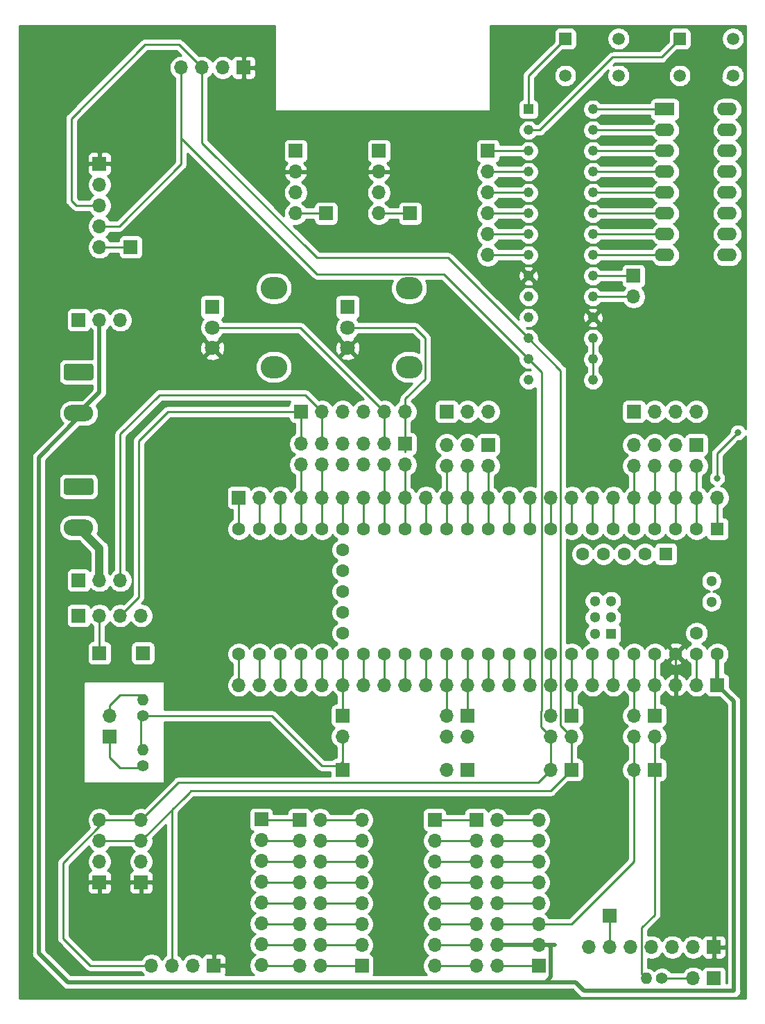
<source format=gbr>
%TF.GenerationSoftware,KiCad,Pcbnew,(5.1.10)-1*%
%TF.CreationDate,2024-11-06T19:54:47+01:00*%
%TF.ProjectId,NXPCupPlatine,4e585043-7570-4506-9c61-74696e652e6b,rev?*%
%TF.SameCoordinates,Original*%
%TF.FileFunction,Copper,L1,Top*%
%TF.FilePolarity,Positive*%
%FSLAX46Y46*%
G04 Gerber Fmt 4.6, Leading zero omitted, Abs format (unit mm)*
G04 Created by KiCad (PCBNEW (5.1.10)-1) date 2024-11-06 19:54:47*
%MOMM*%
%LPD*%
G01*
G04 APERTURE LIST*
%TA.AperFunction,ComponentPad*%
%ADD10O,1.700000X1.700000*%
%TD*%
%TA.AperFunction,ComponentPad*%
%ADD11R,1.700000X1.700000*%
%TD*%
%TA.AperFunction,ComponentPad*%
%ADD12O,1.400000X1.400000*%
%TD*%
%TA.AperFunction,ComponentPad*%
%ADD13C,1.400000*%
%TD*%
%TA.AperFunction,ComponentPad*%
%ADD14C,1.230000*%
%TD*%
%TA.AperFunction,ComponentPad*%
%ADD15R,1.230000X1.230000*%
%TD*%
%TA.AperFunction,ComponentPad*%
%ADD16C,1.300000*%
%TD*%
%TA.AperFunction,ComponentPad*%
%ADD17C,1.600000*%
%TD*%
%TA.AperFunction,ComponentPad*%
%ADD18R,1.300000X1.300000*%
%TD*%
%TA.AperFunction,ComponentPad*%
%ADD19R,1.600000X1.600000*%
%TD*%
%TA.AperFunction,ComponentPad*%
%ADD20O,2.400000X1.600000*%
%TD*%
%TA.AperFunction,ComponentPad*%
%ADD21R,2.400000X1.600000*%
%TD*%
%TA.AperFunction,ComponentPad*%
%ADD22C,1.508000*%
%TD*%
%TA.AperFunction,ComponentPad*%
%ADD23R,1.508000X1.508000*%
%TD*%
%TA.AperFunction,ComponentPad*%
%ADD24O,3.240000X2.720000*%
%TD*%
%TA.AperFunction,ComponentPad*%
%ADD25C,1.800000*%
%TD*%
%TA.AperFunction,ComponentPad*%
%ADD26R,1.800000X1.800000*%
%TD*%
%TA.AperFunction,ComponentPad*%
%ADD27O,3.600000X2.000000*%
%TD*%
%TA.AperFunction,ViaPad*%
%ADD28C,0.800000*%
%TD*%
%TA.AperFunction,Conductor*%
%ADD29C,0.250000*%
%TD*%
%TA.AperFunction,Conductor*%
%ADD30C,0.500000*%
%TD*%
%TA.AperFunction,Conductor*%
%ADD31C,1.000000*%
%TD*%
%TA.AperFunction,Conductor*%
%ADD32C,0.254000*%
%TD*%
%TA.AperFunction,Conductor*%
%ADD33C,0.100000*%
%TD*%
G04 APERTURE END LIST*
D10*
%TO.P,J5,8*%
%TO.N,Cam_3.3V_0*%
X30200000Y-115280000D03*
%TO.P,J5,7*%
%TO.N,Cam_ADC*%
X30200000Y-112740000D03*
%TO.P,J5,6*%
%TO.N,Cam_I2C_SDA*%
X30200000Y-110200000D03*
%TO.P,J5,5*%
%TO.N,Cam_I2C_SCL*%
X30200000Y-107660000D03*
%TO.P,J5,4*%
%TO.N,Cam_SPI_SS*%
X30200000Y-105120000D03*
%TO.P,J5,3*%
%TO.N,Cam_SPI_SCK*%
X30200000Y-102580000D03*
%TO.P,J5,2*%
%TO.N,Cam_SPI_MISO*%
X30200000Y-100040000D03*
D11*
%TO.P,J5,1*%
%TO.N,Cam_SPI_MOSI*%
X30200000Y-97500000D03*
%TD*%
D12*
%TO.P,R1,2*%
%TO.N,SpannungsMessungAkku*%
X15748000Y-89032000D03*
D13*
%TO.P,R1,1*%
%TO.N,AKKU_GND*%
X15748000Y-90932000D03*
%TD*%
D12*
%TO.P,R0,2*%
%TO.N,AKKU_12V*%
X15748000Y-82936000D03*
D13*
%TO.P,R0,1*%
%TO.N,SpannungsMessungAkku*%
X15748000Y-84836000D03*
%TD*%
D10*
%TO.P,J40,12*%
%TO.N,Net-(J21-Pad4)*%
X35052000Y-54229000D03*
%TO.P,J40,11*%
%TO.N,Motor_ESC_Data*%
X35052000Y-51689000D03*
%TO.P,J40,10*%
%TO.N,Net-(J21-Pad5)*%
X37592000Y-54229000D03*
%TO.P,J40,9*%
%TO.N,Servo_Data*%
X37592000Y-51689000D03*
%TO.P,J40,8*%
%TO.N,Net-(J21-Pad6)*%
X40132000Y-54229000D03*
%TO.P,J40,7*%
%TO.N,PIM453_SCK*%
X40132000Y-51689000D03*
%TO.P,J40,6*%
%TO.N,Net-(J21-Pad7)*%
X42672000Y-54229000D03*
%TO.P,J40,5*%
%TO.N,PIM453_MOSI*%
X42672000Y-51689000D03*
%TO.P,J40,4*%
%TO.N,Net-(J21-Pad8)*%
X45212000Y-54229000D03*
%TO.P,J40,3*%
%TO.N,POT_1_Data*%
X45212000Y-51689000D03*
%TO.P,J40,2*%
%TO.N,Net-(J21-Pad9)*%
X47752000Y-54229000D03*
D11*
%TO.P,J40,1*%
%TO.N,POT_0_Data*%
X47752000Y-51689000D03*
%TD*%
D10*
%TO.P,J50,2*%
%TO.N,Display_SDA*%
X65532000Y-91440000D03*
D11*
%TO.P,J50,1*%
%TO.N,Display_SCL*%
X68072000Y-91440000D03*
%TD*%
D10*
%TO.P,J48,2*%
%TO.N,Cam_SPI_SCK*%
X52832000Y-91440000D03*
D11*
%TO.P,J48,1*%
%TO.N,LED_DIN*%
X55372000Y-91440000D03*
%TD*%
D10*
%TO.P,J47,4*%
%TO.N,PIM453_CS*%
X83312000Y-47752000D03*
%TO.P,J47,3*%
%TO.N,PIM453_MISO*%
X80772000Y-47752000D03*
%TO.P,J47,2*%
%TO.N,AchsenGeschwindigkeitsMessung_1_Data*%
X78232000Y-47752000D03*
D11*
%TO.P,J47,1*%
%TO.N,AchsenGeschwindigkeitsMessung_0_Data*%
X75692000Y-47752000D03*
%TD*%
D10*
%TO.P,J46,3*%
%TO.N,Cam_SPI_SS*%
X57912000Y-47752000D03*
%TO.P,J46,2*%
%TO.N,Cam_SPI_MOSI*%
X55372000Y-47752000D03*
D11*
%TO.P,J46,1*%
%TO.N,Cam_SPI_MISO*%
X52832000Y-47752000D03*
%TD*%
D10*
%TO.P,J45,6*%
%TO.N,POT_0_Data*%
X47752000Y-47752000D03*
%TO.P,J45,5*%
%TO.N,POT_1_Data*%
X45212000Y-47752000D03*
%TO.P,J45,4*%
%TO.N,PIM453_MOSI*%
X42672000Y-47752000D03*
%TO.P,J45,3*%
%TO.N,PIM453_SCK*%
X40132000Y-47752000D03*
%TO.P,J45,2*%
%TO.N,Servo_Data*%
X37592000Y-47752000D03*
D11*
%TO.P,J45,1*%
%TO.N,Motor_ESC_Data*%
X35052000Y-47752000D03*
%TD*%
D10*
%TO.P,J44,4*%
%TO.N,Cam_SPI_SCK*%
X52832000Y-87376000D03*
%TO.P,J44,3*%
%TO.N,Net-(J20-Pad14)*%
X52832000Y-84836000D03*
%TO.P,J44,2*%
%TO.N,LED_DIN*%
X55372000Y-87376000D03*
D11*
%TO.P,J44,1*%
%TO.N,Net-(J20-Pad13)*%
X55372000Y-84836000D03*
%TD*%
D10*
%TO.P,J43,4*%
%TO.N,Display_SDA*%
X65532000Y-87376000D03*
%TO.P,J43,3*%
%TO.N,Net-(J20-Pad9)*%
X65532000Y-84836000D03*
%TO.P,J43,2*%
%TO.N,Display_SCL*%
X68072000Y-87376000D03*
D11*
%TO.P,J43,1*%
%TO.N,Net-(J20-Pad8)*%
X68072000Y-84836000D03*
%TD*%
D10*
%TO.P,J42,8*%
%TO.N,Net-(J21-Pad20)*%
X75692000Y-54356000D03*
%TO.P,J42,7*%
%TO.N,AchsenGeschwindigkeitsMessung_0_Data*%
X75692000Y-51816000D03*
%TO.P,J42,6*%
%TO.N,Net-(J21-Pad21)*%
X78232000Y-54356000D03*
%TO.P,J42,5*%
%TO.N,AchsenGeschwindigkeitsMessung_1_Data*%
X78232000Y-51816000D03*
%TO.P,J42,4*%
%TO.N,Net-(J21-Pad22)*%
X80772000Y-54356000D03*
%TO.P,J42,3*%
%TO.N,PIM453_MISO*%
X80772000Y-51816000D03*
%TO.P,J42,2*%
%TO.N,Net-(J21-Pad23)*%
X83312000Y-54356000D03*
D11*
%TO.P,J42,1*%
%TO.N,PIM453_CS*%
X83312000Y-51816000D03*
%TD*%
D10*
%TO.P,J41,6*%
%TO.N,Net-(J21-Pad11)*%
X52832000Y-54356000D03*
%TO.P,J41,5*%
%TO.N,Cam_SPI_MISO*%
X52832000Y-51816000D03*
%TO.P,J41,4*%
%TO.N,Net-(J21-Pad12)*%
X55372000Y-54356000D03*
%TO.P,J41,3*%
%TO.N,Cam_SPI_MOSI*%
X55372000Y-51816000D03*
%TO.P,J41,2*%
%TO.N,Net-(J21-Pad13)*%
X57912000Y-54356000D03*
D11*
%TO.P,J41,1*%
%TO.N,Cam_SPI_SS*%
X57912000Y-51816000D03*
%TD*%
%TO.P,J54,1*%
%TO.N,SpannungsMessungAkku*%
X40132000Y-91440000D03*
%TD*%
D10*
%TO.P,J53,2*%
%TO.N,SpannungsMessungAkku*%
X40132000Y-87376000D03*
D11*
%TO.P,J53,1*%
%TO.N,Net-(J20-Pad19)*%
X40132000Y-84836000D03*
%TD*%
D10*
%TO.P,J52,2*%
%TO.N,Cam_GPIO_7*%
X75692000Y-91440000D03*
D11*
%TO.P,J52,1*%
%TO.N,LED_OpticalFlow*%
X78232000Y-91440000D03*
%TD*%
D10*
%TO.P,J49,4*%
%TO.N,Cam_GPIO_7*%
X75692000Y-87376000D03*
%TO.P,J49,3*%
%TO.N,Net-(J20-Pad5)*%
X75692000Y-84836000D03*
%TO.P,J49,2*%
%TO.N,LED_OpticalFlow*%
X78232000Y-87376000D03*
D11*
%TO.P,J49,1*%
%TO.N,Net-(J20-Pad4)*%
X78232000Y-84836000D03*
%TD*%
D10*
%TO.P,Motor_ESC1,4*%
%TO.N,Net-(J51-Pad1)*%
X15530000Y-72644000D03*
%TO.P,Motor_ESC1,3*%
%TO.N,Motor_ESC_Data*%
X12990000Y-72644000D03*
%TO.P,Motor_ESC1,2*%
%TO.N,Net-(J24-Pad1)*%
X10450000Y-72644000D03*
D11*
%TO.P,Motor_ESC1,1*%
%TO.N,AchsenGeschwindigkeitsMessung_0_GND*%
X7910000Y-72644000D03*
%TD*%
%TO.P,J51,1*%
%TO.N,Net-(J51-Pad1)*%
X15748000Y-77216000D03*
%TD*%
D10*
%TO.P,I2C_Spare_0,4*%
%TO.N,Display_SDA*%
X10450000Y-97540000D03*
%TO.P,I2C_Spare_0,3*%
%TO.N,Display_SCL*%
X10450000Y-100080000D03*
%TO.P,I2C_Spare_0,2*%
%TO.N,AchsenGeschwindigkeitsMessung_0_GND*%
X10450000Y-102620000D03*
D11*
%TO.P,I2C_Spare_0,1*%
%TO.N,3.3V*%
X10450000Y-105160000D03*
%TD*%
D10*
%TO.P,I2C_Spare_1,4*%
%TO.N,Display_SDA*%
X15530000Y-97540000D03*
%TO.P,I2C_Spare_1,3*%
%TO.N,Display_SCL*%
X15530000Y-100080000D03*
%TO.P,I2C_Spare_1,2*%
%TO.N,AchsenGeschwindigkeitsMessung_0_GND*%
X15530000Y-102620000D03*
D11*
%TO.P,I2C_Spare_1,1*%
%TO.N,3.3V*%
X15530000Y-105160000D03*
%TD*%
D10*
%TO.P,12V1,2*%
%TO.N,AKKU_12V*%
X11720000Y-84840000D03*
D11*
%TO.P,12V1,1*%
%TO.N,AKKU_GND*%
X11720000Y-87380000D03*
%TD*%
D10*
%TO.P,LED_Streifen1,3*%
%TO.N,LED_DIN*%
X12990000Y-36580000D03*
%TO.P,LED_Streifen1,2*%
%TO.N,5V*%
X10450000Y-36580000D03*
D11*
%TO.P,LED_Streifen1,1*%
%TO.N,AchsenGeschwindigkeitsMessung_0_GND*%
X7910000Y-36580000D03*
%TD*%
D10*
%TO.P,J10,8*%
%TO.N,Cam_Reset*%
X64060000Y-97540000D03*
%TO.P,J10,7*%
%TO.N,Cam_WakeUp*%
X64060000Y-100080000D03*
%TO.P,J10,6*%
%TO.N,Cam_GPIO_10*%
X64060000Y-102620000D03*
%TO.P,J10,5*%
%TO.N,Cam_GPIO_9*%
X64060000Y-105160000D03*
%TO.P,J10,4*%
%TO.N,Cam_GPIO_8*%
X64060000Y-107700000D03*
%TO.P,J10,3*%
%TO.N,Cam_GPIO_7*%
X64060000Y-110240000D03*
%TO.P,J10,2*%
%TO.N,5V*%
X64060000Y-112780000D03*
D11*
%TO.P,J10,1*%
%TO.N,AchsenGeschwindigkeitsMessung_0_GND*%
X64060000Y-115320000D03*
%TD*%
D10*
%TO.P,Cam_L1,16*%
%TO.N,AchsenGeschwindigkeitsMessung_0_GND*%
X58980000Y-115320000D03*
%TO.P,Cam_L1,15*%
%TO.N,Cam_3.3V_1*%
X56440000Y-115320000D03*
%TO.P,Cam_L1,14*%
%TO.N,5V*%
X58980000Y-112780000D03*
%TO.P,Cam_L1,13*%
%TO.N,Cam_SBL*%
X56440000Y-112780000D03*
%TO.P,Cam_L1,12*%
%TO.N,Cam_GPIO_7*%
X58980000Y-110240000D03*
%TO.P,Cam_L1,11*%
%TO.N,Cam_GPIO_13*%
X56440000Y-110240000D03*
%TO.P,Cam_L1,10*%
%TO.N,Cam_GPIO_8*%
X58980000Y-107700000D03*
%TO.P,Cam_L1,9*%
%TO.N,Cam_GPIO_14*%
X56440000Y-107700000D03*
%TO.P,Cam_L1,8*%
%TO.N,Cam_GPIO_9*%
X58980000Y-105160000D03*
%TO.P,Cam_L1,7*%
%TO.N,Cam_NC_3*%
X56440000Y-105160000D03*
%TO.P,Cam_L1,6*%
%TO.N,Cam_GPIO_10*%
X58980000Y-102620000D03*
%TO.P,Cam_L1,5*%
%TO.N,Cam_NC_2*%
X56440000Y-102620000D03*
%TO.P,Cam_L1,4*%
%TO.N,Cam_WakeUp*%
X58980000Y-100080000D03*
%TO.P,Cam_L1,3*%
%TO.N,Cam_NC_1*%
X56440000Y-100080000D03*
%TO.P,Cam_L1,2*%
%TO.N,Cam_Reset*%
X58980000Y-97540000D03*
D11*
%TO.P,Cam_L1,1*%
%TO.N,Cam_NC_0*%
X56440000Y-97540000D03*
%TD*%
D10*
%TO.P,J8,8*%
%TO.N,Cam_3.3V_1*%
X51360000Y-115320000D03*
%TO.P,J8,7*%
%TO.N,Cam_SBL*%
X51360000Y-112780000D03*
%TO.P,J8,6*%
%TO.N,Cam_GPIO_13*%
X51360000Y-110240000D03*
%TO.P,J8,5*%
%TO.N,Cam_GPIO_14*%
X51360000Y-107700000D03*
%TO.P,J8,4*%
%TO.N,Cam_NC_3*%
X51360000Y-105160000D03*
%TO.P,J8,3*%
%TO.N,Cam_NC_2*%
X51360000Y-102620000D03*
%TO.P,J8,2*%
%TO.N,Cam_NC_1*%
X51360000Y-100080000D03*
D11*
%TO.P,J8,1*%
%TO.N,Cam_NC_0*%
X51360000Y-97540000D03*
%TD*%
D10*
%TO.P,J7,8*%
%TO.N,Cam_ETH_LED*%
X42470000Y-97540000D03*
%TO.P,J7,7*%
%TO.N,Cam_ETH_RXN*%
X42470000Y-100080000D03*
%TO.P,J7,6*%
%TO.N,Cam_ETH_RXP*%
X42470000Y-102620000D03*
%TO.P,J7,5*%
%TO.N,Cam_ETH_TXN*%
X42470000Y-105160000D03*
%TO.P,J7,4*%
%TO.N,Cam_ETH_TXP*%
X42470000Y-107700000D03*
%TO.P,J7,3*%
%TO.N,Cam_ON_OFF*%
X42470000Y-110240000D03*
%TO.P,J7,2*%
%TO.N,Cam_Raw*%
X42470000Y-112780000D03*
D11*
%TO.P,J7,1*%
%TO.N,Cam_GND_0*%
X42470000Y-115320000D03*
%TD*%
D10*
%TO.P,Cam_R1,16*%
%TO.N,Cam_GND_0*%
X37390000Y-115320000D03*
%TO.P,Cam_R1,15*%
%TO.N,Cam_3.3V_0*%
X34850000Y-115320000D03*
%TO.P,Cam_R1,14*%
%TO.N,Cam_Raw*%
X37390000Y-112780000D03*
%TO.P,Cam_R1,13*%
%TO.N,Cam_ADC*%
X34850000Y-112780000D03*
%TO.P,Cam_R1,12*%
%TO.N,Cam_ON_OFF*%
X37390000Y-110240000D03*
%TO.P,Cam_R1,11*%
%TO.N,Cam_I2C_SDA*%
X34850000Y-110240000D03*
%TO.P,Cam_R1,10*%
%TO.N,Cam_ETH_TXP*%
X37390000Y-107700000D03*
%TO.P,Cam_R1,9*%
%TO.N,Cam_I2C_SCL*%
X34850000Y-107700000D03*
%TO.P,Cam_R1,8*%
%TO.N,Cam_ETH_TXN*%
X37390000Y-105160000D03*
%TO.P,Cam_R1,7*%
%TO.N,Cam_SPI_SS*%
X34850000Y-105160000D03*
%TO.P,Cam_R1,6*%
%TO.N,Cam_ETH_RXP*%
X37390000Y-102620000D03*
%TO.P,Cam_R1,5*%
%TO.N,Cam_SPI_SCK*%
X34850000Y-102620000D03*
%TO.P,Cam_R1,4*%
%TO.N,Cam_ETH_RXN*%
X37390000Y-100080000D03*
%TO.P,Cam_R1,3*%
%TO.N,Cam_SPI_MISO*%
X34850000Y-100080000D03*
%TO.P,Cam_R1,2*%
%TO.N,Cam_ETH_LED*%
X37390000Y-97540000D03*
D11*
%TO.P,Cam_R1,1*%
%TO.N,Cam_SPI_MOSI*%
X34850000Y-97540000D03*
%TD*%
D12*
%TO.P,R2,2*%
%TO.N,LED_OpticalFlow*%
X77210000Y-116860000D03*
D13*
%TO.P,R2,1*%
%TO.N,Net-(OF_LED1-Pad2)*%
X79110000Y-116860000D03*
%TD*%
D10*
%TO.P,OF_LED1,2*%
%TO.N,Net-(OF_LED1-Pad2)*%
X82920000Y-116860000D03*
D11*
%TO.P,OF_LED1,1*%
%TO.N,AchsenGeschwindigkeitsMessung_0_GND*%
X85460000Y-116860000D03*
%TD*%
D10*
%TO.P,Display1,4*%
%TO.N,Display_SDA*%
X16800000Y-115320000D03*
%TO.P,Display1,3*%
%TO.N,Display_SCL*%
X19340000Y-115320000D03*
%TO.P,Display1,2*%
%TO.N,AchsenGeschwindigkeitsMessung_0_GND*%
X21880000Y-115320000D03*
D11*
%TO.P,Display1,1*%
%TO.N,3.3V*%
X24420000Y-115320000D03*
%TD*%
%TO.P,J28,1*%
%TO.N,Net-(J28-Pad1)*%
X48360000Y-23580000D03*
%TD*%
%TO.P,J27,1*%
%TO.N,Net-(J27-Pad1)*%
X38100000Y-23580000D03*
%TD*%
D10*
%TO.P,LichtSchranke_1,4*%
%TO.N,Net-(J28-Pad1)*%
X44550000Y-23580000D03*
%TO.P,LichtSchranke_1,3*%
%TO.N,AchsenGeschwindigkeitsMessung_1_Data*%
X44550000Y-21040000D03*
%TO.P,LichtSchranke_1,2*%
%TO.N,3.3V*%
X44550000Y-18500000D03*
D11*
%TO.P,LichtSchranke_1,1*%
%TO.N,AchsenGeschwindigkeitsMessung_0_GND*%
X44550000Y-15960000D03*
%TD*%
D10*
%TO.P,LichtSchranke_0,4*%
%TO.N,Net-(J27-Pad1)*%
X34390000Y-23580000D03*
%TO.P,LichtSchranke_0,3*%
%TO.N,AchsenGeschwindigkeitsMessung_0_Data*%
X34390000Y-21040000D03*
%TO.P,LichtSchranke_0,2*%
%TO.N,3.3V*%
X34390000Y-18500000D03*
D11*
%TO.P,LichtSchranke_0,1*%
%TO.N,AchsenGeschwindigkeitsMessung_0_GND*%
X34390000Y-15960000D03*
%TD*%
%TO.P,J24,1*%
%TO.N,Net-(J24-Pad1)*%
X10450000Y-77220000D03*
%TD*%
%TO.P,J23,1*%
%TO.N,Net-(J23-Pad1)*%
X72760000Y-109220000D03*
%TD*%
%TO.P,J22,1*%
%TO.N,Net-(IMU1-Pad5)*%
X14260000Y-27690000D03*
%TD*%
D10*
%TO.P,IMU1,5*%
%TO.N,Net-(IMU1-Pad5)*%
X10450000Y-27690000D03*
%TO.P,IMU1,4*%
%TO.N,Display_SDA*%
X10450000Y-25150000D03*
%TO.P,IMU1,3*%
%TO.N,Display_SCL*%
X10450000Y-22610000D03*
%TO.P,IMU1,2*%
%TO.N,AchsenGeschwindigkeitsMessung_0_GND*%
X10450000Y-20070000D03*
D11*
%TO.P,IMU1,1*%
%TO.N,3.3V*%
X10450000Y-17530000D03*
%TD*%
D10*
%TO.P,Distanz_Messer1,4*%
%TO.N,Display_SDA*%
X20420000Y-5800000D03*
%TO.P,Distanz_Messer1,3*%
%TO.N,Display_SCL*%
X22960000Y-5800000D03*
%TO.P,Distanz_Messer1,2*%
%TO.N,AchsenGeschwindigkeitsMessung_0_GND*%
X25500000Y-5800000D03*
D11*
%TO.P,Distanz_Messer1,1*%
%TO.N,3.3V*%
X28040000Y-5800000D03*
%TD*%
D10*
%TO.P,OpticalFlow1,7*%
%TO.N,AchsenGeschwindigkeitsMessung_0_GND*%
X70220000Y-113050000D03*
%TO.P,OpticalFlow1,6*%
%TO.N,Net-(J23-Pad1)*%
X72760000Y-113050000D03*
%TO.P,OpticalFlow1,5*%
%TO.N,PIM453_MISO*%
X75300000Y-113050000D03*
%TO.P,OpticalFlow1,4*%
%TO.N,PIM453_MOSI*%
X77840000Y-113050000D03*
%TO.P,OpticalFlow1,3*%
%TO.N,PIM453_SCK*%
X80380000Y-113050000D03*
%TO.P,OpticalFlow1,2*%
%TO.N,PIM453_CS*%
X82920000Y-113050000D03*
D11*
%TO.P,OpticalFlow1,1*%
%TO.N,3.3V*%
X85460000Y-113050000D03*
%TD*%
D14*
%TO.P,IOExpander1,28*%
%TO.N,DIP_7*%
X70695000Y-10880000D03*
%TO.P,IOExpander1,27*%
%TO.N,DIP_6*%
X70695000Y-13420000D03*
%TO.P,IOExpander1,26*%
%TO.N,DIP_5*%
X70695000Y-15960000D03*
%TO.P,IOExpander1,25*%
%TO.N,DIP_4*%
X70695000Y-18500000D03*
%TO.P,IOExpander1,24*%
%TO.N,DIP_3*%
X70695000Y-21040000D03*
%TO.P,IOExpander1,23*%
%TO.N,DIP_2*%
X70695000Y-23580000D03*
%TO.P,IOExpander1,22*%
%TO.N,DIP_1*%
X70695000Y-26120000D03*
%TO.P,IOExpander1,21*%
%TO.N,DIP_0*%
X70695000Y-28660000D03*
%TO.P,IOExpander1,20*%
%TO.N,I2CIOExpander_INA*%
X70695000Y-31200000D03*
%TO.P,IOExpander1,19*%
%TO.N,I2CIOExpander_INB*%
X70695000Y-33740000D03*
%TO.P,IOExpander1,18*%
%TO.N,3.3V*%
X70695000Y-36280000D03*
%TO.P,IOExpander1,17*%
%TO.N,AchsenGeschwindigkeitsMessung_0_GND*%
X70695000Y-38820000D03*
%TO.P,IOExpander1,16*%
X70695000Y-41360000D03*
%TO.P,IOExpander1,15*%
X70695000Y-43900000D03*
%TO.P,IOExpander1,14*%
%TO.N,Net-(IOExpander1-Pad11)*%
X62825000Y-43900000D03*
%TO.P,IOExpander1,13*%
%TO.N,Display_SDA*%
X62825000Y-41360000D03*
%TO.P,IOExpander1,12*%
%TO.N,Display_SCL*%
X62825000Y-38820000D03*
%TO.P,IOExpander1,11*%
%TO.N,Net-(IOExpander1-Pad11)*%
X62825000Y-36280000D03*
%TO.P,IOExpander1,10*%
%TO.N,AchsenGeschwindigkeitsMessung_0_GND*%
X62825000Y-33740000D03*
%TO.P,IOExpander1,9*%
%TO.N,3.3V*%
X62825000Y-31200000D03*
%TO.P,IOExpander1,8*%
%TO.N,I2CIOExpander_B7*%
X62825000Y-28660000D03*
%TO.P,IOExpander1,7*%
%TO.N,I2CIOExpander_B6*%
X62825000Y-26120000D03*
%TO.P,IOExpander1,6*%
%TO.N,I2CIOExpander_B5*%
X62825000Y-23580000D03*
%TO.P,IOExpander1,5*%
%TO.N,I2CIOExpander_B4*%
X62825000Y-21040000D03*
%TO.P,IOExpander1,4*%
%TO.N,I2CIOExpander_B3*%
X62825000Y-18500000D03*
%TO.P,IOExpander1,3*%
%TO.N,I2CIOExpander_B2*%
X62825000Y-15960000D03*
%TO.P,IOExpander1,2*%
%TO.N,I2CIOExpander_B1*%
X62825000Y-13420000D03*
D15*
%TO.P,IOExpander1,1*%
%TO.N,I2CIOExpander_B0*%
X62825000Y-10880000D03*
%TD*%
D16*
%TO.P,Teensy4.1,66*%
%TO.N,Net-(Teensy4.1-Pad66)*%
X85160000Y-70950000D03*
%TO.P,Teensy4.1,67*%
%TO.N,Net-(Teensy4.1-Pad67)*%
X85160000Y-68410000D03*
D17*
%TO.P,Teensy4.1,54*%
%TO.N,Net-(Teensy4.1-Pad54)*%
X40170000Y-74760000D03*
%TO.P,Teensy4.1,53*%
%TO.N,Net-(Teensy4.1-Pad53)*%
X40170000Y-72220000D03*
%TO.P,Teensy4.1,52*%
%TO.N,Net-(Teensy4.1-Pad52)*%
X40170000Y-69680000D03*
%TO.P,Teensy4.1,51*%
%TO.N,Net-(Teensy4.1-Pad51)*%
X40170000Y-67140000D03*
%TO.P,Teensy4.1,50*%
%TO.N,Net-(Teensy4.1-Pad50)*%
X40170000Y-64600000D03*
D16*
%TO.P,Teensy4.1,62*%
%TO.N,Net-(Teensy4.1-Pad62)*%
X72920000Y-70861600D03*
%TO.P,Teensy4.1,63*%
%TO.N,Net-(Teensy4.1-Pad63)*%
X70920000Y-70861600D03*
%TO.P,Teensy4.1,64*%
%TO.N,Net-(Teensy4.1-Pad64)*%
X70920000Y-72861600D03*
%TO.P,Teensy4.1,61*%
%TO.N,Net-(Teensy4.1-Pad61)*%
X72920000Y-72861600D03*
%TO.P,Teensy4.1,65*%
%TO.N,Net-(Teensy4.1-Pad65)*%
X70920000Y-74861600D03*
D18*
%TO.P,Teensy4.1,60*%
%TO.N,Net-(Teensy4.1-Pad60)*%
X72920000Y-74861600D03*
D17*
%TO.P,Teensy4.1,17*%
%TO.N,Net-(J21-Pad8)*%
X45250000Y-62060000D03*
%TO.P,Teensy4.1,18*%
%TO.N,Net-(J21-Pad7)*%
X42710000Y-62060000D03*
%TO.P,Teensy4.1,19*%
%TO.N,Net-(J21-Pad6)*%
X40170000Y-62060000D03*
%TO.P,Teensy4.1,20*%
%TO.N,Net-(J21-Pad5)*%
X37630000Y-62060000D03*
%TO.P,Teensy4.1,16*%
%TO.N,Net-(J21-Pad9)*%
X47790000Y-62060000D03*
%TO.P,Teensy4.1,15*%
%TO.N,Net-(J21-Pad10)*%
X50330000Y-62060000D03*
%TO.P,Teensy4.1,14*%
%TO.N,Net-(J21-Pad11)*%
X52870000Y-62060000D03*
%TO.P,Teensy4.1,21*%
%TO.N,Net-(J21-Pad4)*%
X35090000Y-62060000D03*
%TO.P,Teensy4.1,22*%
%TO.N,Net-(J21-Pad3)*%
X32550000Y-62060000D03*
%TO.P,Teensy4.1,23*%
%TO.N,Net-(J21-Pad2)*%
X30010000Y-62060000D03*
%TO.P,Teensy4.1,24*%
%TO.N,Net-(J21-Pad1)*%
X27470000Y-62060000D03*
%TO.P,Teensy4.1,25*%
%TO.N,Net-(J20-Pad24)*%
X27470000Y-77300000D03*
%TO.P,Teensy4.1,26*%
%TO.N,Net-(J20-Pad23)*%
X30010000Y-77300000D03*
%TO.P,Teensy4.1,27*%
%TO.N,Net-(J20-Pad22)*%
X32550000Y-77300000D03*
%TO.P,Teensy4.1,28*%
%TO.N,Net-(J20-Pad21)*%
X35090000Y-77300000D03*
%TO.P,Teensy4.1,29*%
%TO.N,Net-(J20-Pad20)*%
X37630000Y-77300000D03*
%TO.P,Teensy4.1,30*%
%TO.N,Net-(J20-Pad19)*%
X40170000Y-77300000D03*
%TO.P,Teensy4.1,31*%
%TO.N,Net-(J20-Pad18)*%
X42710000Y-77300000D03*
%TO.P,Teensy4.1,32*%
%TO.N,Net-(J20-Pad17)*%
X45250000Y-77300000D03*
%TO.P,Teensy4.1,33*%
%TO.N,Net-(J20-Pad16)*%
X47790000Y-77300000D03*
%TO.P,Teensy4.1,34*%
%TO.N,Net-(J20-Pad15)*%
X50330000Y-77300000D03*
%TO.P,Teensy4.1,13*%
%TO.N,Net-(J21-Pad12)*%
X55410000Y-62060000D03*
%TO.P,Teensy4.1,12*%
%TO.N,Net-(J21-Pad13)*%
X57950000Y-62060000D03*
%TO.P,Teensy4.1,11*%
%TO.N,Net-(J21-Pad14)*%
X60490000Y-62060000D03*
%TO.P,Teensy4.1,10*%
%TO.N,Net-(J21-Pad15)*%
X63030000Y-62060000D03*
%TO.P,Teensy4.1,9*%
%TO.N,Net-(J21-Pad16)*%
X65570000Y-62060000D03*
%TO.P,Teensy4.1,8*%
%TO.N,Net-(J21-Pad17)*%
X68110000Y-62060000D03*
%TO.P,Teensy4.1,7*%
%TO.N,Net-(J21-Pad18)*%
X70650000Y-62060000D03*
%TO.P,Teensy4.1,6*%
%TO.N,Net-(J21-Pad19)*%
X73190000Y-62060000D03*
%TO.P,Teensy4.1,5*%
%TO.N,Net-(J21-Pad20)*%
X75730000Y-62060000D03*
%TO.P,Teensy4.1,4*%
%TO.N,Net-(J21-Pad21)*%
X78270000Y-62060000D03*
%TO.P,Teensy4.1,3*%
%TO.N,Net-(J21-Pad22)*%
X80810000Y-62060000D03*
%TO.P,Teensy4.1,2*%
%TO.N,Net-(J21-Pad23)*%
X83350000Y-62060000D03*
D19*
%TO.P,Teensy4.1,1*%
%TO.N,Net-(J21-Pad24)*%
X85890000Y-62060000D03*
D17*
%TO.P,Teensy4.1,35*%
%TO.N,Net-(J20-Pad14)*%
X52870000Y-77300000D03*
%TO.P,Teensy4.1,36*%
%TO.N,Net-(J20-Pad13)*%
X55410000Y-77300000D03*
%TO.P,Teensy4.1,37*%
%TO.N,Net-(J20-Pad12)*%
X57950000Y-77300000D03*
%TO.P,Teensy4.1,38*%
%TO.N,Net-(J20-Pad11)*%
X60490000Y-77300000D03*
%TO.P,Teensy4.1,39*%
%TO.N,Net-(J20-Pad10)*%
X63030000Y-77300000D03*
%TO.P,Teensy4.1,40*%
%TO.N,Net-(J20-Pad9)*%
X65570000Y-77300000D03*
%TO.P,Teensy4.1,41*%
%TO.N,Net-(J20-Pad8)*%
X68110000Y-77300000D03*
%TO.P,Teensy4.1,42*%
%TO.N,Net-(J20-Pad7)*%
X70650000Y-77300000D03*
%TO.P,Teensy4.1,43*%
%TO.N,Net-(J20-Pad6)*%
X73190000Y-77300000D03*
%TO.P,Teensy4.1,44*%
%TO.N,Net-(J20-Pad5)*%
X75730000Y-77300000D03*
%TO.P,Teensy4.1,45*%
%TO.N,Net-(J20-Pad4)*%
X78270000Y-77300000D03*
%TO.P,Teensy4.1,46*%
%TO.N,3.3V*%
X80810000Y-77300000D03*
%TO.P,Teensy4.1,47*%
%TO.N,AchsenGeschwindigkeitsMessung_0_GND*%
X83350000Y-77300000D03*
%TO.P,Teensy4.1,48*%
%TO.N,5V*%
X85890000Y-77300000D03*
D19*
%TO.P,Teensy4.1,55*%
%TO.N,Net-(Teensy4.1-Pad55)*%
X79590800Y-65110800D03*
D17*
%TO.P,Teensy4.1,56*%
%TO.N,Net-(Teensy4.1-Pad56)*%
X77050800Y-65110800D03*
%TO.P,Teensy4.1,57*%
%TO.N,Net-(Teensy4.1-Pad57)*%
X74510800Y-65110800D03*
%TO.P,Teensy4.1,58*%
%TO.N,Net-(Teensy4.1-Pad58)*%
X71970800Y-65110800D03*
%TO.P,Teensy4.1,59*%
%TO.N,Net-(Teensy4.1-Pad59)*%
X69430800Y-65110800D03*
%TO.P,Teensy4.1,49*%
%TO.N,Net-(Teensy4.1-Pad49)*%
X83350000Y-74760000D03*
%TD*%
D20*
%TO.P,DIP_Switch1,16*%
%TO.N,AchsenGeschwindigkeitsMessung_0_GND*%
X87080000Y-10880000D03*
%TO.P,DIP_Switch1,8*%
%TO.N,DIP_0*%
X79460000Y-28660000D03*
%TO.P,DIP_Switch1,15*%
%TO.N,AchsenGeschwindigkeitsMessung_0_GND*%
X87080000Y-13420000D03*
%TO.P,DIP_Switch1,7*%
%TO.N,DIP_1*%
X79460000Y-26120000D03*
%TO.P,DIP_Switch1,14*%
%TO.N,AchsenGeschwindigkeitsMessung_0_GND*%
X87080000Y-15960000D03*
%TO.P,DIP_Switch1,6*%
%TO.N,DIP_2*%
X79460000Y-23580000D03*
%TO.P,DIP_Switch1,13*%
%TO.N,AchsenGeschwindigkeitsMessung_0_GND*%
X87080000Y-18500000D03*
%TO.P,DIP_Switch1,5*%
%TO.N,DIP_3*%
X79460000Y-21040000D03*
%TO.P,DIP_Switch1,12*%
%TO.N,AchsenGeschwindigkeitsMessung_0_GND*%
X87080000Y-21040000D03*
%TO.P,DIP_Switch1,4*%
%TO.N,DIP_4*%
X79460000Y-18500000D03*
%TO.P,DIP_Switch1,11*%
%TO.N,AchsenGeschwindigkeitsMessung_0_GND*%
X87080000Y-23580000D03*
%TO.P,DIP_Switch1,3*%
%TO.N,DIP_5*%
X79460000Y-15960000D03*
%TO.P,DIP_Switch1,10*%
%TO.N,AchsenGeschwindigkeitsMessung_0_GND*%
X87080000Y-26120000D03*
%TO.P,DIP_Switch1,2*%
%TO.N,DIP_6*%
X79460000Y-13420000D03*
%TO.P,DIP_Switch1,9*%
%TO.N,AchsenGeschwindigkeitsMessung_0_GND*%
X87080000Y-28660000D03*
D21*
%TO.P,DIP_Switch1,1*%
%TO.N,DIP_7*%
X79460000Y-10880000D03*
%TD*%
D22*
%TO.P,Taster_1,4*%
%TO.N,AchsenGeschwindigkeitsMessung_0_GND*%
X87790000Y-6780000D03*
%TO.P,Taster_1,3*%
X81290000Y-6780000D03*
%TO.P,Taster_1,2*%
%TO.N,Net-(Taster_1-Pad2)*%
X87790000Y-2280000D03*
D23*
%TO.P,Taster_1,1*%
%TO.N,I2CIOExpander_B1*%
X81290000Y-2280000D03*
%TD*%
D22*
%TO.P,Taster_0,4*%
%TO.N,AchsenGeschwindigkeitsMessung_0_GND*%
X73820000Y-6780000D03*
%TO.P,Taster_0,3*%
%TO.N,Net-(Taster_0-Pad3)*%
X67320000Y-6780000D03*
%TO.P,Taster_0,2*%
%TO.N,Net-(Taster_0-Pad2)*%
X73820000Y-2280000D03*
D23*
%TO.P,Taster_0,1*%
%TO.N,I2CIOExpander_B0*%
X67320000Y-2280000D03*
%TD*%
D24*
%TO.P,POT_1,*%
%TO.N,*%
X31730000Y-32710000D03*
X31730000Y-42310000D03*
D25*
%TO.P,POT_1,3*%
%TO.N,3.3V*%
X24230000Y-40010000D03*
%TO.P,POT_1,2*%
%TO.N,POT_1_Data*%
X24230000Y-37510000D03*
D26*
%TO.P,POT_1,1*%
%TO.N,AchsenGeschwindigkeitsMessung_0_GND*%
X24230000Y-35010000D03*
%TD*%
D24*
%TO.P,POT_0,*%
%TO.N,*%
X48240000Y-32710000D03*
X48240000Y-42310000D03*
D25*
%TO.P,POT_0,3*%
%TO.N,3.3V*%
X40740000Y-40010000D03*
%TO.P,POT_0,2*%
%TO.N,POT_0_Data*%
X40740000Y-37510000D03*
D26*
%TO.P,POT_0,1*%
%TO.N,AchsenGeschwindigkeitsMessung_0_GND*%
X40740000Y-35010000D03*
%TD*%
D10*
%TO.P,IO_Interupt_Out1,2*%
%TO.N,I2CIOExpander_INB*%
X75650000Y-33740000D03*
D11*
%TO.P,IO_Interupt_Out1,1*%
%TO.N,I2CIOExpander_INA*%
X75650000Y-31200000D03*
%TD*%
D10*
%TO.P,J34,6*%
%TO.N,I2CIOExpander_B7*%
X57870000Y-28660000D03*
%TO.P,J34,5*%
%TO.N,I2CIOExpander_B6*%
X57870000Y-26120000D03*
%TO.P,J34,4*%
%TO.N,I2CIOExpander_B5*%
X57870000Y-23580000D03*
%TO.P,J34,3*%
%TO.N,I2CIOExpander_B4*%
X57870000Y-21040000D03*
%TO.P,J34,2*%
%TO.N,I2CIOExpander_B3*%
X57870000Y-18500000D03*
D11*
%TO.P,J34,1*%
%TO.N,I2CIOExpander_B2*%
X57870000Y-15960000D03*
%TD*%
D10*
%TO.P,J21,24*%
%TO.N,Net-(J21-Pad24)*%
X85890000Y-58250000D03*
%TO.P,J21,23*%
%TO.N,Net-(J21-Pad23)*%
X83350000Y-58250000D03*
%TO.P,J21,22*%
%TO.N,Net-(J21-Pad22)*%
X80810000Y-58250000D03*
%TO.P,J21,21*%
%TO.N,Net-(J21-Pad21)*%
X78270000Y-58250000D03*
%TO.P,J21,20*%
%TO.N,Net-(J21-Pad20)*%
X75730000Y-58250000D03*
%TO.P,J21,19*%
%TO.N,Net-(J21-Pad19)*%
X73190000Y-58250000D03*
%TO.P,J21,18*%
%TO.N,Net-(J21-Pad18)*%
X70650000Y-58250000D03*
%TO.P,J21,17*%
%TO.N,Net-(J21-Pad17)*%
X68110000Y-58250000D03*
%TO.P,J21,16*%
%TO.N,Net-(J21-Pad16)*%
X65570000Y-58250000D03*
%TO.P,J21,15*%
%TO.N,Net-(J21-Pad15)*%
X63030000Y-58250000D03*
%TO.P,J21,14*%
%TO.N,Net-(J21-Pad14)*%
X60490000Y-58250000D03*
%TO.P,J21,13*%
%TO.N,Net-(J21-Pad13)*%
X57950000Y-58250000D03*
%TO.P,J21,12*%
%TO.N,Net-(J21-Pad12)*%
X55410000Y-58250000D03*
%TO.P,J21,11*%
%TO.N,Net-(J21-Pad11)*%
X52870000Y-58250000D03*
%TO.P,J21,10*%
%TO.N,Net-(J21-Pad10)*%
X50330000Y-58250000D03*
%TO.P,J21,9*%
%TO.N,Net-(J21-Pad9)*%
X47790000Y-58250000D03*
%TO.P,J21,8*%
%TO.N,Net-(J21-Pad8)*%
X45250000Y-58250000D03*
%TO.P,J21,7*%
%TO.N,Net-(J21-Pad7)*%
X42710000Y-58250000D03*
%TO.P,J21,6*%
%TO.N,Net-(J21-Pad6)*%
X40170000Y-58250000D03*
%TO.P,J21,5*%
%TO.N,Net-(J21-Pad5)*%
X37630000Y-58250000D03*
%TO.P,J21,4*%
%TO.N,Net-(J21-Pad4)*%
X35090000Y-58250000D03*
%TO.P,J21,3*%
%TO.N,Net-(J21-Pad3)*%
X32550000Y-58250000D03*
%TO.P,J21,2*%
%TO.N,Net-(J21-Pad2)*%
X30010000Y-58250000D03*
D11*
%TO.P,J21,1*%
%TO.N,Net-(J21-Pad1)*%
X27470000Y-58250000D03*
%TD*%
D10*
%TO.P,J20,24*%
%TO.N,Net-(J20-Pad24)*%
X27470000Y-81110000D03*
%TO.P,J20,23*%
%TO.N,Net-(J20-Pad23)*%
X30010000Y-81110000D03*
%TO.P,J20,22*%
%TO.N,Net-(J20-Pad22)*%
X32550000Y-81110000D03*
%TO.P,J20,21*%
%TO.N,Net-(J20-Pad21)*%
X35090000Y-81110000D03*
%TO.P,J20,20*%
%TO.N,Net-(J20-Pad20)*%
X37630000Y-81110000D03*
%TO.P,J20,19*%
%TO.N,Net-(J20-Pad19)*%
X40170000Y-81110000D03*
%TO.P,J20,18*%
%TO.N,Net-(J20-Pad18)*%
X42710000Y-81110000D03*
%TO.P,J20,17*%
%TO.N,Net-(J20-Pad17)*%
X45250000Y-81110000D03*
%TO.P,J20,16*%
%TO.N,Net-(J20-Pad16)*%
X47790000Y-81110000D03*
%TO.P,J20,15*%
%TO.N,Net-(J20-Pad15)*%
X50330000Y-81110000D03*
%TO.P,J20,14*%
%TO.N,Net-(J20-Pad14)*%
X52870000Y-81110000D03*
%TO.P,J20,13*%
%TO.N,Net-(J20-Pad13)*%
X55410000Y-81110000D03*
%TO.P,J20,12*%
%TO.N,Net-(J20-Pad12)*%
X57950000Y-81110000D03*
%TO.P,J20,11*%
%TO.N,Net-(J20-Pad11)*%
X60490000Y-81110000D03*
%TO.P,J20,10*%
%TO.N,Net-(J20-Pad10)*%
X63030000Y-81110000D03*
%TO.P,J20,9*%
%TO.N,Net-(J20-Pad9)*%
X65570000Y-81110000D03*
%TO.P,J20,8*%
%TO.N,Net-(J20-Pad8)*%
X68110000Y-81110000D03*
%TO.P,J20,7*%
%TO.N,Net-(J20-Pad7)*%
X70650000Y-81110000D03*
%TO.P,J20,6*%
%TO.N,Net-(J20-Pad6)*%
X73190000Y-81110000D03*
%TO.P,J20,5*%
%TO.N,Net-(J20-Pad5)*%
X75730000Y-81110000D03*
%TO.P,J20,4*%
%TO.N,Net-(J20-Pad4)*%
X78270000Y-81110000D03*
%TO.P,J20,3*%
%TO.N,3.3V*%
X80810000Y-81110000D03*
%TO.P,J20,2*%
%TO.N,AchsenGeschwindigkeitsMessung_0_GND*%
X83350000Y-81110000D03*
D11*
%TO.P,J20,1*%
%TO.N,5V*%
X85890000Y-81110000D03*
%TD*%
D27*
%TO.P,DCDC_5V1,2*%
%TO.N,5V*%
X7910000Y-47930000D03*
%TO.P,DCDC_5V1,1*%
%TO.N,AchsenGeschwindigkeitsMessung_0_GND*%
%TA.AperFunction,ComponentPad*%
G36*
G01*
X6360000Y-41930000D02*
X9460000Y-41930000D01*
G75*
G02*
X9710000Y-42180000I0J-250000D01*
G01*
X9710000Y-43680000D01*
G75*
G02*
X9460000Y-43930000I-250000J0D01*
G01*
X6360000Y-43930000D01*
G75*
G02*
X6110000Y-43680000I0J250000D01*
G01*
X6110000Y-42180000D01*
G75*
G02*
X6360000Y-41930000I250000J0D01*
G01*
G37*
%TD.AperFunction*%
%TD*%
%TO.P,DCDC_7.2V1,2*%
%TO.N,7.2V*%
X7910000Y-61900000D03*
%TO.P,DCDC_7.2V1,1*%
%TO.N,AchsenGeschwindigkeitsMessung_0_GND*%
%TA.AperFunction,ComponentPad*%
G36*
G01*
X6360000Y-55900000D02*
X9460000Y-55900000D01*
G75*
G02*
X9710000Y-56150000I0J-250000D01*
G01*
X9710000Y-57650000D01*
G75*
G02*
X9460000Y-57900000I-250000J0D01*
G01*
X6360000Y-57900000D01*
G75*
G02*
X6110000Y-57650000I0J250000D01*
G01*
X6110000Y-56150000D01*
G75*
G02*
X6360000Y-55900000I250000J0D01*
G01*
G37*
%TD.AperFunction*%
%TD*%
D10*
%TO.P,Servo1,3*%
%TO.N,Servo_Data*%
X12990000Y-68330000D03*
%TO.P,Servo1,2*%
%TO.N,7.2V*%
X10450000Y-68330000D03*
D11*
%TO.P,Servo1,1*%
%TO.N,AchsenGeschwindigkeitsMessung_0_GND*%
X7910000Y-68330000D03*
%TD*%
D28*
%TO.N,3.3V*%
X69596000Y-93472000D03*
%TO.N,AchsenGeschwindigkeitsMessung_0_GND*%
X85852000Y-55880000D03*
X88392000Y-50292000D03*
%TD*%
D29*
%TO.N,AKKU_12V*%
X11720000Y-84840000D02*
X11720000Y-83570000D01*
X11720000Y-83570000D02*
X12990000Y-82300000D01*
X12990000Y-82300000D02*
X15530000Y-82300000D01*
%TO.N,AKKU_GND*%
X11720000Y-87380000D02*
X11720000Y-89920000D01*
X11720000Y-89920000D02*
X12990000Y-91190000D01*
X12990000Y-91190000D02*
X15530000Y-91190000D01*
%TO.N,Motor_ESC_Data*%
X12990000Y-72644000D02*
X15240000Y-70394000D01*
X35052000Y-51689000D02*
X35052000Y-47752000D01*
X35052000Y-47752000D02*
X18796000Y-47752000D01*
X15240000Y-51308000D02*
X15240000Y-52324000D01*
X18796000Y-47752000D02*
X15240000Y-51308000D01*
X15240000Y-70394000D02*
X15240000Y-52324000D01*
%TO.N,Net-(J23-Pad1)*%
X72760000Y-109220000D02*
X72760000Y-113050000D01*
%TO.N,3.3V*%
X80810000Y-81110000D02*
X80810000Y-77300000D01*
%TO.N,Servo_Data*%
X12990000Y-50510000D02*
X12990000Y-68330000D01*
X17780000Y-45720000D02*
X12990000Y-50510000D01*
X37592000Y-51689000D02*
X37592000Y-47752000D01*
X37592000Y-47752000D02*
X35560000Y-45720000D01*
X35560000Y-45720000D02*
X17780000Y-45720000D01*
D30*
%TO.N,7.2V*%
X7910000Y-61900000D02*
X7910000Y-61980000D01*
D31*
X10450000Y-64440000D02*
X10450000Y-68330000D01*
X7910000Y-61900000D02*
X10450000Y-64440000D01*
D29*
%TO.N,Cam_3.3V_0*%
X34975001Y-115320000D02*
X30325001Y-115320000D01*
%TO.N,Cam_ADC*%
X30325001Y-112780000D02*
X34975001Y-112780000D01*
%TO.N,Cam_I2C_SDA*%
X34975001Y-110240000D02*
X30325001Y-110240000D01*
%TO.N,Cam_I2C_SCL*%
X30325001Y-107700000D02*
X34975001Y-107700000D01*
%TO.N,Cam_SPI_SS*%
X34975001Y-105160000D02*
X30325001Y-105160000D01*
%TO.N,Cam_SPI_SCK*%
X30325001Y-102620000D02*
X34975001Y-102620000D01*
%TO.N,Cam_SPI_MISO*%
X34975001Y-100080000D02*
X30325001Y-100080000D01*
%TO.N,Cam_SPI_MOSI*%
X30325001Y-97540000D02*
X34975001Y-97540000D01*
%TO.N,Cam_GND_0*%
X42470000Y-115320000D02*
X37515001Y-115320000D01*
%TO.N,Cam_Raw*%
X37515001Y-112780000D02*
X42470000Y-112780000D01*
%TO.N,Cam_ON_OFF*%
X42470000Y-110240000D02*
X37515001Y-110240000D01*
%TO.N,Cam_ETH_TXP*%
X37515001Y-107700000D02*
X42470000Y-107700000D01*
%TO.N,Cam_ETH_TXN*%
X42470000Y-105160000D02*
X37515001Y-105160000D01*
%TO.N,Cam_ETH_RXP*%
X37515001Y-102620000D02*
X42470000Y-102620000D01*
%TO.N,Cam_ETH_RXN*%
X42470000Y-100080000D02*
X37515001Y-100080000D01*
%TO.N,Cam_ETH_LED*%
X37515001Y-97540000D02*
X42470000Y-97540000D01*
%TO.N,Cam_3.3V_1*%
X51905001Y-115320000D02*
X56555001Y-115320000D01*
%TO.N,Cam_SBL*%
X56555001Y-112780000D02*
X51905001Y-112780000D01*
%TO.N,Cam_GPIO_13*%
X51905001Y-110240000D02*
X56555001Y-110240000D01*
%TO.N,Cam_GPIO_14*%
X56555001Y-107700000D02*
X51905001Y-107700000D01*
%TO.N,Cam_NC_3*%
X51905001Y-105160000D02*
X56555001Y-105160000D01*
%TO.N,Cam_NC_2*%
X56555001Y-102620000D02*
X51905001Y-102620000D01*
%TO.N,Cam_NC_1*%
X56555001Y-100080000D02*
X51905001Y-100080000D01*
%TO.N,Cam_NC_0*%
X51905001Y-97540000D02*
X56555001Y-97540000D01*
D30*
%TO.N,5V*%
X58980000Y-112780000D02*
X64060000Y-112780000D01*
X64060000Y-112780000D02*
X66036000Y-112780000D01*
X85890000Y-81110000D02*
X85890000Y-77300000D01*
X65262081Y-112780000D02*
X64060000Y-112780000D01*
X65560001Y-113077920D02*
X65262081Y-112780000D01*
X65560001Y-116690001D02*
X65560001Y-113077920D01*
X64902002Y-117348000D02*
X65560001Y-116690001D01*
X3048000Y-53340000D02*
X3048000Y-113792000D01*
X3048000Y-113792000D02*
X6604000Y-117348000D01*
X7910000Y-48478000D02*
X3048000Y-53340000D01*
X7910000Y-47930000D02*
X7910000Y-48478000D01*
X64516000Y-117348000D02*
X68580000Y-117348000D01*
X6604000Y-117348000D02*
X64516000Y-117348000D01*
X64516000Y-117348000D02*
X64902002Y-117348000D01*
X69592001Y-118360001D02*
X87887999Y-118360001D01*
X68580000Y-117348000D02*
X69592001Y-118360001D01*
X87887999Y-83107999D02*
X85890000Y-81110000D01*
X87887999Y-118360001D02*
X87887999Y-83107999D01*
X10450000Y-45390000D02*
X7910000Y-47930000D01*
X10450000Y-36580000D02*
X10450000Y-45390000D01*
D29*
%TO.N,Cam_GPIO_7*%
X64060000Y-110240000D02*
X58980000Y-110240000D01*
X68068000Y-110240000D02*
X64060000Y-110240000D01*
X75692000Y-90932000D02*
X75692000Y-102616000D01*
X74930000Y-103378000D02*
X68068000Y-110240000D01*
X75692000Y-102616000D02*
X74930000Y-103378000D01*
X75730000Y-102578000D02*
X74930000Y-103378000D01*
X75692000Y-87376000D02*
X75692000Y-90932000D01*
%TO.N,Cam_GPIO_8*%
X58980000Y-107700000D02*
X64060000Y-107700000D01*
%TO.N,Cam_GPIO_9*%
X64060000Y-105160000D02*
X58980000Y-105160000D01*
%TO.N,Cam_GPIO_10*%
X64060000Y-102620000D02*
X58980000Y-102620000D01*
%TO.N,Cam_WakeUp*%
X58980000Y-100080000D02*
X64060000Y-100080000D01*
%TO.N,Cam_Reset*%
X64060000Y-97540000D02*
X58980000Y-97540000D01*
%TO.N,Display_SDA*%
X10450000Y-97540000D02*
X15530000Y-97540000D01*
X10450000Y-25150000D02*
X12850000Y-25150000D01*
X20420000Y-17580000D02*
X20420000Y-5800000D01*
X12850000Y-25150000D02*
X20420000Y-17580000D01*
X20420000Y-5800000D02*
X20420000Y-14420000D01*
X20420000Y-14420000D02*
X37000000Y-31000000D01*
X52465000Y-31000000D02*
X62825000Y-41360000D01*
X37000000Y-31000000D02*
X52465000Y-31000000D01*
X16800000Y-115320000D02*
X9320000Y-115320000D01*
X9320000Y-115320000D02*
X6000000Y-112000000D01*
X10450000Y-98340998D02*
X10450000Y-97540000D01*
X6000000Y-102790998D02*
X10450000Y-98340998D01*
X6000000Y-112000000D02*
X6000000Y-102790998D01*
X64008000Y-92964000D02*
X65532000Y-91440000D01*
X20106000Y-92964000D02*
X64008000Y-92964000D01*
X15530000Y-97540000D02*
X20106000Y-92964000D01*
X65532000Y-91440000D02*
X65532000Y-87376000D01*
X64394999Y-42929999D02*
X62825000Y-41360000D01*
X64405259Y-82914741D02*
X64394999Y-82904481D01*
X65532000Y-87376000D02*
X64405259Y-86249259D01*
X64356999Y-86200999D02*
X65532000Y-87376000D01*
X64356999Y-84271999D02*
X64356999Y-86200999D01*
X64394999Y-82682999D02*
X64394999Y-84233999D01*
X64394999Y-84233999D02*
X64356999Y-84271999D01*
X64394999Y-82904481D02*
X64394999Y-82682999D01*
X64394999Y-82682999D02*
X64394999Y-42929999D01*
%TO.N,Display_SCL*%
X15530000Y-100080000D02*
X10450000Y-100080000D01*
X10450000Y-22610000D02*
X7610000Y-22610000D01*
X7610000Y-22610000D02*
X7000000Y-22000000D01*
X7000000Y-22000000D02*
X7000000Y-12000000D01*
X7000000Y-12000000D02*
X16000000Y-3000000D01*
X20160000Y-3000000D02*
X22960000Y-5800000D01*
X16000000Y-3000000D02*
X20160000Y-3000000D01*
X22960000Y-5800000D02*
X22960000Y-14960000D01*
X22960000Y-14960000D02*
X37000000Y-29000000D01*
X53005000Y-29000000D02*
X62825000Y-38820000D01*
X37000000Y-29000000D02*
X53005000Y-29000000D01*
X62825000Y-38820000D02*
X66745001Y-42740001D01*
X64490002Y-94000000D02*
X21610000Y-94000000D01*
X19340000Y-96270000D02*
X21305000Y-94305000D01*
X19340000Y-115320000D02*
X19340000Y-96270000D01*
X21305000Y-94305000D02*
X15530000Y-100080000D01*
X21610000Y-94000000D02*
X21305000Y-94305000D01*
X64490002Y-94000000D02*
X65512000Y-94000000D01*
X66755261Y-86059261D02*
X68072000Y-87376000D01*
X66755261Y-42750261D02*
X66755261Y-86059261D01*
X62825000Y-38820000D02*
X66755261Y-42750261D01*
X68072000Y-87376000D02*
X68072000Y-91440000D01*
X68072000Y-91440000D02*
X65532000Y-93980000D01*
%TO.N,Net-(J20-Pad24)*%
X27470000Y-81110000D02*
X27470000Y-77300000D01*
%TO.N,Net-(J20-Pad23)*%
X30010000Y-77300000D02*
X30010000Y-81110000D01*
%TO.N,Net-(J20-Pad22)*%
X32550000Y-81110000D02*
X32550000Y-77300000D01*
%TO.N,Net-(J20-Pad21)*%
X35090000Y-77300000D02*
X35090000Y-81110000D01*
%TO.N,Net-(J20-Pad20)*%
X37630000Y-81110000D02*
X37630000Y-77300000D01*
%TO.N,SpannungsMessungAkku*%
X15530000Y-88650000D02*
X15530000Y-84840000D01*
X40170000Y-90386000D02*
X39624000Y-90932000D01*
X39624000Y-90932000D02*
X37592000Y-90932000D01*
X31500000Y-84840000D02*
X30476000Y-84840000D01*
X37592000Y-90932000D02*
X31500000Y-84840000D01*
X15530000Y-84840000D02*
X30476000Y-84840000D01*
X40132000Y-90932000D02*
X40132000Y-87376000D01*
%TO.N,POT_0_Data*%
X40740000Y-37510000D02*
X48940000Y-37510000D01*
X50185010Y-38755010D02*
X50185010Y-43794990D01*
X48940000Y-37510000D02*
X50185010Y-38755010D01*
X50185010Y-43794990D02*
X47790000Y-46190000D01*
X47790000Y-52667000D02*
X47752000Y-52705000D01*
X47790000Y-46190000D02*
X47790000Y-52667000D01*
%TO.N,POT_1_Data*%
X45212000Y-49022000D02*
X45212000Y-47752000D01*
X34970000Y-37510000D02*
X32594000Y-37510000D01*
X45212000Y-47752000D02*
X34970000Y-37510000D01*
X32594000Y-37510000D02*
X24230000Y-37510000D01*
X33700000Y-37510000D02*
X32594000Y-37510000D01*
X45212000Y-51689000D02*
X45212000Y-47752000D01*
%TO.N,Net-(J20-Pad15)*%
X50330000Y-81110000D02*
X50330000Y-77300000D01*
%TO.N,Net-(J20-Pad13)*%
X55410000Y-77300000D02*
X55410000Y-81110000D01*
X55372000Y-81148000D02*
X55410000Y-81110000D01*
X55372000Y-84836000D02*
X55372000Y-81148000D01*
%TO.N,Net-(J20-Pad12)*%
X57950000Y-81110000D02*
X57950000Y-77300000D01*
%TO.N,Net-(J20-Pad11)*%
X60490000Y-77300000D02*
X60490000Y-81110000D01*
%TO.N,Net-(J20-Pad10)*%
X63030000Y-81110000D02*
X63030000Y-77300000D01*
%TO.N,Net-(J20-Pad7)*%
X70650000Y-81110000D02*
X70650000Y-77300000D01*
%TO.N,Net-(J20-Pad6)*%
X73190000Y-77300000D02*
X73190000Y-81110000D01*
%TO.N,Net-(J20-Pad5)*%
X75730000Y-81110000D02*
X75730000Y-77300000D01*
X75730000Y-84798000D02*
X75692000Y-84836000D01*
X75730000Y-81110000D02*
X75730000Y-84798000D01*
%TO.N,Net-(J20-Pad4)*%
X78270000Y-77300000D02*
X78270000Y-81110000D01*
X78232000Y-81148000D02*
X78270000Y-81110000D01*
X78232000Y-84836000D02*
X78232000Y-81148000D01*
%TO.N,Net-(J21-Pad24)*%
X85890000Y-62060000D02*
X85890000Y-58250000D01*
%TO.N,Net-(J21-Pad19)*%
X73190000Y-58250000D02*
X73190000Y-62060000D01*
%TO.N,LED_OpticalFlow*%
X76664999Y-116314999D02*
X77210000Y-116860000D01*
X78232000Y-109133998D02*
X76664999Y-110700999D01*
X78232000Y-87376000D02*
X78232000Y-109133998D01*
X76664999Y-110700999D02*
X76664999Y-116314999D01*
%TO.N,Net-(J21-Pad15)*%
X63030000Y-58250000D02*
X63030000Y-62060000D01*
%TO.N,Net-(J21-Pad14)*%
X60490000Y-62060000D02*
X60490000Y-58250000D01*
%TO.N,Net-(J21-Pad10)*%
X50330000Y-62060000D02*
X50330000Y-58250000D01*
%TO.N,Net-(J21-Pad8)*%
X45250000Y-62060000D02*
X45250000Y-58250000D01*
X45212000Y-55245000D02*
X45212000Y-58212000D01*
X45212000Y-58212000D02*
X45250000Y-58250000D01*
X45212000Y-54229000D02*
X45212000Y-58212000D01*
%TO.N,Net-(J21-Pad5)*%
X37630000Y-62060000D02*
X37630000Y-58250000D01*
X37630000Y-55283000D02*
X37592000Y-55245000D01*
X37630000Y-58250000D02*
X37630000Y-55283000D01*
X37592000Y-58212000D02*
X37630000Y-58250000D01*
X37592000Y-54229000D02*
X37592000Y-58212000D01*
%TO.N,Net-(J21-Pad4)*%
X35090000Y-58250000D02*
X35090000Y-62060000D01*
X35052000Y-55245000D02*
X35052000Y-58212000D01*
X35052000Y-58212000D02*
X35090000Y-58250000D01*
X35052000Y-54229000D02*
X35052000Y-58212000D01*
%TO.N,Net-(J21-Pad3)*%
X32550000Y-62060000D02*
X32550000Y-58250000D01*
%TO.N,Net-(J21-Pad2)*%
X30010000Y-62060000D02*
X30010000Y-58250000D01*
%TO.N,Net-(J21-Pad1)*%
X27470000Y-58250000D02*
X27470000Y-62060000D01*
%TO.N,I2CIOExpander_INB*%
X75650000Y-33740000D02*
X70695000Y-33740000D01*
%TO.N,I2CIOExpander_INA*%
X70695000Y-31200000D02*
X75650000Y-31200000D01*
%TO.N,I2CIOExpander_B0*%
X62825000Y-6775000D02*
X67320000Y-2280000D01*
X62825000Y-10880000D02*
X62825000Y-6775000D01*
%TO.N,I2CIOExpander_B1*%
X64220000Y-13420000D02*
X73110000Y-4530000D01*
X79040000Y-4530000D02*
X81290000Y-2280000D01*
X73110000Y-4530000D02*
X79040000Y-4530000D01*
X62825000Y-13420000D02*
X64220000Y-13420000D01*
%TO.N,DIP_7*%
X70695000Y-10880000D02*
X79460000Y-10880000D01*
%TO.N,DIP_6*%
X79460000Y-13420000D02*
X70695000Y-13420000D01*
%TO.N,DIP_5*%
X70695000Y-15960000D02*
X79460000Y-15960000D01*
%TO.N,DIP_4*%
X79460000Y-18500000D02*
X70695000Y-18500000D01*
%TO.N,DIP_3*%
X70695000Y-21040000D02*
X79460000Y-21040000D01*
%TO.N,I2CIOExpander_B7*%
X57870000Y-28660000D02*
X62825000Y-28660000D01*
%TO.N,I2CIOExpander_B6*%
X62825000Y-26120000D02*
X57870000Y-26120000D01*
%TO.N,I2CIOExpander_B5*%
X57870000Y-23580000D02*
X62825000Y-23580000D01*
%TO.N,I2CIOExpander_B4*%
X62825000Y-21040000D02*
X57870000Y-21040000D01*
%TO.N,I2CIOExpander_B3*%
X57870000Y-18500000D02*
X62825000Y-18500000D01*
%TO.N,I2CIOExpander_B2*%
X62825000Y-15960000D02*
X57870000Y-15960000D01*
%TO.N,DIP_2*%
X79460000Y-23580000D02*
X70695000Y-23580000D01*
%TO.N,DIP_0*%
X79460000Y-28660000D02*
X70695000Y-28660000D01*
%TO.N,DIP_1*%
X70695000Y-26120000D02*
X79460000Y-26120000D01*
%TO.N,Net-(J21-Pad9)*%
X47790000Y-58250000D02*
X47790000Y-62060000D01*
X47790000Y-55283000D02*
X47752000Y-55245000D01*
X47790000Y-58250000D02*
X47790000Y-55283000D01*
X47752000Y-58212000D02*
X47790000Y-58250000D01*
X47752000Y-54229000D02*
X47752000Y-58212000D01*
%TO.N,AchsenGeschwindigkeitsMessung_0_GND*%
X70695000Y-41360000D02*
X70695000Y-38820000D01*
X70695000Y-43900000D02*
X70695000Y-41360000D01*
X87790000Y-6780000D02*
X87370000Y-6780000D01*
X87370000Y-6780000D02*
X87080000Y-7070000D01*
X59095001Y-115320000D02*
X64060000Y-115320000D01*
X83350000Y-77300000D02*
X83350000Y-81110000D01*
X85852000Y-52832000D02*
X88392000Y-50292000D01*
X85852000Y-55880000D02*
X85852000Y-52832000D01*
%TO.N,Net-(J20-Pad14)*%
X52870000Y-81110000D02*
X52870000Y-77300000D01*
X52870000Y-84798000D02*
X52832000Y-84836000D01*
X52870000Y-81110000D02*
X52870000Y-84798000D01*
%TO.N,Net-(J20-Pad9)*%
X65570000Y-77300000D02*
X65570000Y-81110000D01*
X65570000Y-84825740D02*
X65580260Y-84836000D01*
X65570000Y-81110000D02*
X65570000Y-84825740D01*
%TO.N,Net-(J20-Pad8)*%
X68110000Y-77300000D02*
X68110000Y-81110000D01*
X68120260Y-81120260D02*
X68110000Y-81110000D01*
X68120260Y-84836000D02*
X68120260Y-81120260D01*
%TO.N,Net-(J21-Pad23)*%
X83350000Y-58250000D02*
X83350000Y-62060000D01*
X83350000Y-54394000D02*
X83312000Y-54356000D01*
X83350000Y-58250000D02*
X83350000Y-54394000D01*
%TO.N,Net-(J21-Pad22)*%
X80810000Y-62060000D02*
X80810000Y-58250000D01*
X80810000Y-54394000D02*
X80772000Y-54356000D01*
X80810000Y-58250000D02*
X80810000Y-54394000D01*
%TO.N,Net-(J21-Pad13)*%
X57950000Y-58250000D02*
X57950000Y-62060000D01*
X57950000Y-54394000D02*
X57912000Y-54356000D01*
X57950000Y-58250000D02*
X57950000Y-54394000D01*
%TO.N,Net-(J21-Pad12)*%
X55410000Y-62060000D02*
X55410000Y-58250000D01*
X55410000Y-54394000D02*
X55372000Y-54356000D01*
X55410000Y-58250000D02*
X55410000Y-54394000D01*
%TO.N,Net-(J21-Pad11)*%
X52870000Y-62060000D02*
X52870000Y-58250000D01*
X52832000Y-58212000D02*
X52870000Y-58250000D01*
X52832000Y-54356000D02*
X52832000Y-58212000D01*
%TO.N,Net-(J21-Pad7)*%
X42710000Y-62060000D02*
X42710000Y-58250000D01*
%TO.N,Net-(J21-Pad6)*%
X40170000Y-58250000D02*
X40170000Y-62060000D01*
%TO.N,Net-(J21-Pad16)*%
X65570000Y-62060000D02*
X65570000Y-58250000D01*
%TO.N,Net-(J20-Pad16)*%
X47790000Y-77300000D02*
X47790000Y-81110000D01*
%TO.N,Net-(J21-Pad18)*%
X70650000Y-62060000D02*
X70650000Y-58250000D01*
%TO.N,Net-(J21-Pad17)*%
X68110000Y-58250000D02*
X68110000Y-62060000D01*
%TO.N,Net-(J20-Pad18)*%
X42710000Y-77300000D02*
X42710000Y-81110000D01*
%TO.N,Net-(J20-Pad17)*%
X45250000Y-81110000D02*
X45250000Y-77300000D01*
%TO.N,Net-(J21-Pad21)*%
X78270000Y-58250000D02*
X78270000Y-62060000D01*
X78270000Y-54394000D02*
X78232000Y-54356000D01*
X78270000Y-58250000D02*
X78270000Y-54394000D01*
%TO.N,Net-(J21-Pad20)*%
X75730000Y-62060000D02*
X75730000Y-58250000D01*
X75692000Y-58212000D02*
X75730000Y-58250000D01*
X75692000Y-54356000D02*
X75692000Y-58212000D01*
%TO.N,Net-(J20-Pad19)*%
X40170000Y-77300000D02*
X40170000Y-81110000D01*
X40132000Y-81148000D02*
X40170000Y-81110000D01*
X40132000Y-84836000D02*
X40132000Y-81148000D01*
%TO.N,Net-(IOExpander1-Pad11)*%
X62825000Y-36405000D02*
X62825000Y-36280000D01*
%TO.N,Net-(IMU1-Pad5)*%
X10450000Y-27690000D02*
X14260000Y-27690000D01*
%TO.N,Net-(J24-Pad1)*%
X10450000Y-73410000D02*
X10450000Y-77220000D01*
%TO.N,Net-(J27-Pad1)*%
X34390000Y-23580000D02*
X38100000Y-23580000D01*
%TO.N,Net-(J28-Pad1)*%
X44550000Y-23580000D02*
X48360000Y-23580000D01*
%TO.N,Net-(OF_LED1-Pad2)*%
X82920000Y-116860000D02*
X79110000Y-116860000D01*
%TD*%
D32*
%TO.N,3.3V*%
X31873000Y-11000000D02*
X31875440Y-11024776D01*
X31882667Y-11048601D01*
X31894403Y-11070557D01*
X31910197Y-11089803D01*
X31929443Y-11105597D01*
X31951399Y-11117333D01*
X31975224Y-11124560D01*
X32000000Y-11127000D01*
X58000000Y-11127000D01*
X58024776Y-11124560D01*
X58048601Y-11117333D01*
X58070557Y-11105597D01*
X58089803Y-11089803D01*
X58105597Y-11070557D01*
X58117333Y-11048601D01*
X58124560Y-11024776D01*
X58127000Y-11000000D01*
X58127000Y-10265000D01*
X61571928Y-10265000D01*
X61571928Y-11495000D01*
X61584188Y-11619482D01*
X61620498Y-11739180D01*
X61679463Y-11849494D01*
X61758815Y-11946185D01*
X61855506Y-12025537D01*
X61965820Y-12084502D01*
X62085518Y-12120812D01*
X62210000Y-12133072D01*
X63440000Y-12133072D01*
X63564482Y-12120812D01*
X63684180Y-12084502D01*
X63794494Y-12025537D01*
X63891185Y-11946185D01*
X63970537Y-11849494D01*
X64029502Y-11739180D01*
X64065812Y-11619482D01*
X64078072Y-11495000D01*
X64078072Y-10265000D01*
X64065812Y-10140518D01*
X64029502Y-10020820D01*
X63970537Y-9910506D01*
X63891185Y-9813815D01*
X63794494Y-9734463D01*
X63684180Y-9675498D01*
X63585000Y-9645412D01*
X63585000Y-7089801D01*
X64031606Y-6643195D01*
X65931000Y-6643195D01*
X65931000Y-6916805D01*
X65984378Y-7185156D01*
X66089084Y-7437938D01*
X66241093Y-7665436D01*
X66434564Y-7858907D01*
X66662062Y-8010916D01*
X66914844Y-8115622D01*
X67183195Y-8169000D01*
X67456805Y-8169000D01*
X67725156Y-8115622D01*
X67977938Y-8010916D01*
X68205436Y-7858907D01*
X68398907Y-7665436D01*
X68550916Y-7437938D01*
X68655622Y-7185156D01*
X68709000Y-6916805D01*
X68709000Y-6643195D01*
X68655622Y-6374844D01*
X68550916Y-6122062D01*
X68398907Y-5894564D01*
X68205436Y-5701093D01*
X67977938Y-5549084D01*
X67725156Y-5444378D01*
X67456805Y-5391000D01*
X67183195Y-5391000D01*
X66914844Y-5444378D01*
X66662062Y-5549084D01*
X66434564Y-5701093D01*
X66241093Y-5894564D01*
X66089084Y-6122062D01*
X65984378Y-6374844D01*
X65931000Y-6643195D01*
X64031606Y-6643195D01*
X67002730Y-3672072D01*
X68074000Y-3672072D01*
X68198482Y-3659812D01*
X68318180Y-3623502D01*
X68428494Y-3564537D01*
X68525185Y-3485185D01*
X68604537Y-3388494D01*
X68663502Y-3278180D01*
X68699812Y-3158482D01*
X68712072Y-3034000D01*
X68712072Y-2143195D01*
X72431000Y-2143195D01*
X72431000Y-2416805D01*
X72484378Y-2685156D01*
X72589084Y-2937938D01*
X72741093Y-3165436D01*
X72934564Y-3358907D01*
X73162062Y-3510916D01*
X73414844Y-3615622D01*
X73683195Y-3669000D01*
X73956805Y-3669000D01*
X74225156Y-3615622D01*
X74477938Y-3510916D01*
X74705436Y-3358907D01*
X74898907Y-3165436D01*
X75050916Y-2937938D01*
X75155622Y-2685156D01*
X75209000Y-2416805D01*
X75209000Y-2143195D01*
X75155622Y-1874844D01*
X75050916Y-1622062D01*
X74898907Y-1394564D01*
X74705436Y-1201093D01*
X74477938Y-1049084D01*
X74225156Y-944378D01*
X73956805Y-891000D01*
X73683195Y-891000D01*
X73414844Y-944378D01*
X73162062Y-1049084D01*
X72934564Y-1201093D01*
X72741093Y-1394564D01*
X72589084Y-1622062D01*
X72484378Y-1874844D01*
X72431000Y-2143195D01*
X68712072Y-2143195D01*
X68712072Y-1526000D01*
X68699812Y-1401518D01*
X68663502Y-1281820D01*
X68604537Y-1171506D01*
X68525185Y-1074815D01*
X68428494Y-995463D01*
X68318180Y-936498D01*
X68198482Y-900188D01*
X68074000Y-887928D01*
X66566000Y-887928D01*
X66441518Y-900188D01*
X66321820Y-936498D01*
X66211506Y-995463D01*
X66114815Y-1074815D01*
X66035463Y-1171506D01*
X65976498Y-1281820D01*
X65940188Y-1401518D01*
X65927928Y-1526000D01*
X65927928Y-2597270D01*
X62313998Y-6211201D01*
X62285000Y-6234999D01*
X62261202Y-6263997D01*
X62261201Y-6263998D01*
X62190026Y-6350724D01*
X62119454Y-6482754D01*
X62075998Y-6626015D01*
X62061324Y-6775000D01*
X62065001Y-6812332D01*
X62065000Y-9645412D01*
X61965820Y-9675498D01*
X61855506Y-9734463D01*
X61758815Y-9813815D01*
X61679463Y-9910506D01*
X61620498Y-10020820D01*
X61584188Y-10140518D01*
X61571928Y-10265000D01*
X58127000Y-10265000D01*
X58127000Y-660000D01*
X89340000Y-660000D01*
X89340000Y-49876090D01*
X89309205Y-49801744D01*
X89195937Y-49632226D01*
X89051774Y-49488063D01*
X88882256Y-49374795D01*
X88693898Y-49296774D01*
X88493939Y-49257000D01*
X88290061Y-49257000D01*
X88090102Y-49296774D01*
X87901744Y-49374795D01*
X87732226Y-49488063D01*
X87588063Y-49632226D01*
X87474795Y-49801744D01*
X87396774Y-49990102D01*
X87357000Y-50190061D01*
X87357000Y-50252197D01*
X85340998Y-52268201D01*
X85312000Y-52291999D01*
X85288202Y-52320997D01*
X85288201Y-52320998D01*
X85217026Y-52407724D01*
X85146454Y-52539754D01*
X85128001Y-52600589D01*
X85107856Y-52667001D01*
X85102998Y-52683015D01*
X85088324Y-52832000D01*
X85092001Y-52869332D01*
X85092000Y-55176289D01*
X85048063Y-55220226D01*
X84934795Y-55389744D01*
X84856774Y-55578102D01*
X84817000Y-55778061D01*
X84817000Y-55981939D01*
X84856774Y-56181898D01*
X84934795Y-56370256D01*
X85048063Y-56539774D01*
X85192226Y-56683937D01*
X85361744Y-56797205D01*
X85439305Y-56829332D01*
X85186589Y-56934010D01*
X84943368Y-57096525D01*
X84736525Y-57303368D01*
X84620000Y-57477760D01*
X84503475Y-57303368D01*
X84296632Y-57096525D01*
X84110000Y-56971822D01*
X84110000Y-55608788D01*
X84258632Y-55509475D01*
X84465475Y-55302632D01*
X84627990Y-55059411D01*
X84739932Y-54789158D01*
X84797000Y-54502260D01*
X84797000Y-54209740D01*
X84739932Y-53922842D01*
X84627990Y-53652589D01*
X84465475Y-53409368D01*
X84333620Y-53277513D01*
X84406180Y-53255502D01*
X84516494Y-53196537D01*
X84613185Y-53117185D01*
X84692537Y-53020494D01*
X84751502Y-52910180D01*
X84787812Y-52790482D01*
X84800072Y-52666000D01*
X84800072Y-50966000D01*
X84787812Y-50841518D01*
X84751502Y-50721820D01*
X84692537Y-50611506D01*
X84613185Y-50514815D01*
X84516494Y-50435463D01*
X84406180Y-50376498D01*
X84286482Y-50340188D01*
X84162000Y-50327928D01*
X82462000Y-50327928D01*
X82337518Y-50340188D01*
X82217820Y-50376498D01*
X82107506Y-50435463D01*
X82010815Y-50514815D01*
X81931463Y-50611506D01*
X81872498Y-50721820D01*
X81850487Y-50794380D01*
X81718632Y-50662525D01*
X81475411Y-50500010D01*
X81205158Y-50388068D01*
X80918260Y-50331000D01*
X80625740Y-50331000D01*
X80338842Y-50388068D01*
X80068589Y-50500010D01*
X79825368Y-50662525D01*
X79618525Y-50869368D01*
X79502000Y-51043760D01*
X79385475Y-50869368D01*
X79178632Y-50662525D01*
X78935411Y-50500010D01*
X78665158Y-50388068D01*
X78378260Y-50331000D01*
X78085740Y-50331000D01*
X77798842Y-50388068D01*
X77528589Y-50500010D01*
X77285368Y-50662525D01*
X77078525Y-50869368D01*
X76962000Y-51043760D01*
X76845475Y-50869368D01*
X76638632Y-50662525D01*
X76395411Y-50500010D01*
X76125158Y-50388068D01*
X75838260Y-50331000D01*
X75545740Y-50331000D01*
X75258842Y-50388068D01*
X74988589Y-50500010D01*
X74745368Y-50662525D01*
X74538525Y-50869368D01*
X74376010Y-51112589D01*
X74264068Y-51382842D01*
X74207000Y-51669740D01*
X74207000Y-51962260D01*
X74264068Y-52249158D01*
X74376010Y-52519411D01*
X74538525Y-52762632D01*
X74745368Y-52969475D01*
X74919760Y-53086000D01*
X74745368Y-53202525D01*
X74538525Y-53409368D01*
X74376010Y-53652589D01*
X74264068Y-53922842D01*
X74207000Y-54209740D01*
X74207000Y-54502260D01*
X74264068Y-54789158D01*
X74376010Y-55059411D01*
X74538525Y-55302632D01*
X74745368Y-55509475D01*
X74932000Y-55634179D01*
X74932001Y-56997212D01*
X74783368Y-57096525D01*
X74576525Y-57303368D01*
X74460000Y-57477760D01*
X74343475Y-57303368D01*
X74136632Y-57096525D01*
X73893411Y-56934010D01*
X73623158Y-56822068D01*
X73336260Y-56765000D01*
X73043740Y-56765000D01*
X72756842Y-56822068D01*
X72486589Y-56934010D01*
X72243368Y-57096525D01*
X72036525Y-57303368D01*
X71920000Y-57477760D01*
X71803475Y-57303368D01*
X71596632Y-57096525D01*
X71353411Y-56934010D01*
X71083158Y-56822068D01*
X70796260Y-56765000D01*
X70503740Y-56765000D01*
X70216842Y-56822068D01*
X69946589Y-56934010D01*
X69703368Y-57096525D01*
X69496525Y-57303368D01*
X69380000Y-57477760D01*
X69263475Y-57303368D01*
X69056632Y-57096525D01*
X68813411Y-56934010D01*
X68543158Y-56822068D01*
X68256260Y-56765000D01*
X67963740Y-56765000D01*
X67676842Y-56822068D01*
X67515261Y-56888997D01*
X67515261Y-46902000D01*
X74203928Y-46902000D01*
X74203928Y-48602000D01*
X74216188Y-48726482D01*
X74252498Y-48846180D01*
X74311463Y-48956494D01*
X74390815Y-49053185D01*
X74487506Y-49132537D01*
X74597820Y-49191502D01*
X74717518Y-49227812D01*
X74842000Y-49240072D01*
X76542000Y-49240072D01*
X76666482Y-49227812D01*
X76786180Y-49191502D01*
X76896494Y-49132537D01*
X76993185Y-49053185D01*
X77072537Y-48956494D01*
X77131502Y-48846180D01*
X77153513Y-48773620D01*
X77285368Y-48905475D01*
X77528589Y-49067990D01*
X77798842Y-49179932D01*
X78085740Y-49237000D01*
X78378260Y-49237000D01*
X78665158Y-49179932D01*
X78935411Y-49067990D01*
X79178632Y-48905475D01*
X79385475Y-48698632D01*
X79502000Y-48524240D01*
X79618525Y-48698632D01*
X79825368Y-48905475D01*
X80068589Y-49067990D01*
X80338842Y-49179932D01*
X80625740Y-49237000D01*
X80918260Y-49237000D01*
X81205158Y-49179932D01*
X81475411Y-49067990D01*
X81718632Y-48905475D01*
X81925475Y-48698632D01*
X82042000Y-48524240D01*
X82158525Y-48698632D01*
X82365368Y-48905475D01*
X82608589Y-49067990D01*
X82878842Y-49179932D01*
X83165740Y-49237000D01*
X83458260Y-49237000D01*
X83745158Y-49179932D01*
X84015411Y-49067990D01*
X84258632Y-48905475D01*
X84465475Y-48698632D01*
X84627990Y-48455411D01*
X84739932Y-48185158D01*
X84797000Y-47898260D01*
X84797000Y-47605740D01*
X84739932Y-47318842D01*
X84627990Y-47048589D01*
X84465475Y-46805368D01*
X84258632Y-46598525D01*
X84015411Y-46436010D01*
X83745158Y-46324068D01*
X83458260Y-46267000D01*
X83165740Y-46267000D01*
X82878842Y-46324068D01*
X82608589Y-46436010D01*
X82365368Y-46598525D01*
X82158525Y-46805368D01*
X82042000Y-46979760D01*
X81925475Y-46805368D01*
X81718632Y-46598525D01*
X81475411Y-46436010D01*
X81205158Y-46324068D01*
X80918260Y-46267000D01*
X80625740Y-46267000D01*
X80338842Y-46324068D01*
X80068589Y-46436010D01*
X79825368Y-46598525D01*
X79618525Y-46805368D01*
X79502000Y-46979760D01*
X79385475Y-46805368D01*
X79178632Y-46598525D01*
X78935411Y-46436010D01*
X78665158Y-46324068D01*
X78378260Y-46267000D01*
X78085740Y-46267000D01*
X77798842Y-46324068D01*
X77528589Y-46436010D01*
X77285368Y-46598525D01*
X77153513Y-46730380D01*
X77131502Y-46657820D01*
X77072537Y-46547506D01*
X76993185Y-46450815D01*
X76896494Y-46371463D01*
X76786180Y-46312498D01*
X76666482Y-46276188D01*
X76542000Y-46263928D01*
X74842000Y-46263928D01*
X74717518Y-46276188D01*
X74597820Y-46312498D01*
X74487506Y-46371463D01*
X74390815Y-46450815D01*
X74311463Y-46547506D01*
X74252498Y-46657820D01*
X74216188Y-46777518D01*
X74203928Y-46902000D01*
X67515261Y-46902000D01*
X67515261Y-42787583D01*
X67518937Y-42750260D01*
X67515261Y-42712937D01*
X67515261Y-42712928D01*
X67504264Y-42601275D01*
X67460807Y-42458014D01*
X67390235Y-42325985D01*
X67364827Y-42295025D01*
X67319060Y-42239257D01*
X67319056Y-42239253D01*
X67295262Y-42210260D01*
X67266270Y-42186467D01*
X64066359Y-38986557D01*
X64075000Y-38943114D01*
X64075000Y-38696886D01*
X69445000Y-38696886D01*
X69445000Y-38943114D01*
X69493037Y-39184611D01*
X69587265Y-39412097D01*
X69724062Y-39616828D01*
X69898172Y-39790938D01*
X69935001Y-39815546D01*
X69935000Y-40364454D01*
X69898172Y-40389062D01*
X69724062Y-40563172D01*
X69587265Y-40767903D01*
X69493037Y-40995389D01*
X69445000Y-41236886D01*
X69445000Y-41483114D01*
X69493037Y-41724611D01*
X69587265Y-41952097D01*
X69724062Y-42156828D01*
X69898172Y-42330938D01*
X69935001Y-42355546D01*
X69935000Y-42904454D01*
X69898172Y-42929062D01*
X69724062Y-43103172D01*
X69587265Y-43307903D01*
X69493037Y-43535389D01*
X69445000Y-43776886D01*
X69445000Y-44023114D01*
X69493037Y-44264611D01*
X69587265Y-44492097D01*
X69724062Y-44696828D01*
X69898172Y-44870938D01*
X70102903Y-45007735D01*
X70330389Y-45101963D01*
X70571886Y-45150000D01*
X70818114Y-45150000D01*
X71059611Y-45101963D01*
X71287097Y-45007735D01*
X71491828Y-44870938D01*
X71665938Y-44696828D01*
X71802735Y-44492097D01*
X71896963Y-44264611D01*
X71945000Y-44023114D01*
X71945000Y-43776886D01*
X71896963Y-43535389D01*
X71802735Y-43307903D01*
X71665938Y-43103172D01*
X71491828Y-42929062D01*
X71455000Y-42904454D01*
X71455000Y-42355546D01*
X71491828Y-42330938D01*
X71665938Y-42156828D01*
X71802735Y-41952097D01*
X71896963Y-41724611D01*
X71945000Y-41483114D01*
X71945000Y-41236886D01*
X71896963Y-40995389D01*
X71802735Y-40767903D01*
X71665938Y-40563172D01*
X71491828Y-40389062D01*
X71455000Y-40364454D01*
X71455000Y-39815546D01*
X71491828Y-39790938D01*
X71665938Y-39616828D01*
X71802735Y-39412097D01*
X71896963Y-39184611D01*
X71945000Y-38943114D01*
X71945000Y-38696886D01*
X71896963Y-38455389D01*
X71802735Y-38227903D01*
X71665938Y-38023172D01*
X71491828Y-37849062D01*
X71287097Y-37712265D01*
X71059611Y-37618037D01*
X70818114Y-37570000D01*
X70571886Y-37570000D01*
X70330389Y-37618037D01*
X70102903Y-37712265D01*
X69898172Y-37849062D01*
X69724062Y-38023172D01*
X69587265Y-38227903D01*
X69493037Y-38455389D01*
X69445000Y-38696886D01*
X64075000Y-38696886D01*
X64026963Y-38455389D01*
X63932735Y-38227903D01*
X63795938Y-38023172D01*
X63621828Y-37849062D01*
X63417097Y-37712265D01*
X63189611Y-37618037D01*
X62948114Y-37570000D01*
X62701886Y-37570000D01*
X62658443Y-37578641D01*
X62586937Y-37507135D01*
X62701886Y-37530000D01*
X62948114Y-37530000D01*
X63189611Y-37481963D01*
X63417097Y-37387735D01*
X63621828Y-37250938D01*
X63732271Y-37140495D01*
X70014110Y-37140495D01*
X70063243Y-37365605D01*
X70287173Y-37467995D01*
X70526775Y-37524731D01*
X70772843Y-37533634D01*
X71015918Y-37494359D01*
X71246661Y-37408417D01*
X71326757Y-37365605D01*
X71375890Y-37140495D01*
X70695000Y-36459605D01*
X70014110Y-37140495D01*
X63732271Y-37140495D01*
X63795938Y-37076828D01*
X63932735Y-36872097D01*
X64026963Y-36644611D01*
X64075000Y-36403114D01*
X64075000Y-36357843D01*
X69441366Y-36357843D01*
X69480641Y-36600918D01*
X69566583Y-36831661D01*
X69609395Y-36911757D01*
X69834505Y-36960890D01*
X70515395Y-36280000D01*
X70874605Y-36280000D01*
X71555495Y-36960890D01*
X71780605Y-36911757D01*
X71882995Y-36687827D01*
X71939731Y-36448225D01*
X71948634Y-36202157D01*
X71909359Y-35959082D01*
X71823417Y-35728339D01*
X71780605Y-35648243D01*
X71555495Y-35599110D01*
X70874605Y-36280000D01*
X70515395Y-36280000D01*
X69834505Y-35599110D01*
X69609395Y-35648243D01*
X69507005Y-35872173D01*
X69450269Y-36111775D01*
X69441366Y-36357843D01*
X64075000Y-36357843D01*
X64075000Y-36156886D01*
X64026963Y-35915389D01*
X63932735Y-35687903D01*
X63795938Y-35483172D01*
X63732271Y-35419505D01*
X70014110Y-35419505D01*
X70695000Y-36100395D01*
X71375890Y-35419505D01*
X71326757Y-35194395D01*
X71102827Y-35092005D01*
X70863225Y-35035269D01*
X70617157Y-35026366D01*
X70374082Y-35065641D01*
X70143339Y-35151583D01*
X70063243Y-35194395D01*
X70014110Y-35419505D01*
X63732271Y-35419505D01*
X63621828Y-35309062D01*
X63417097Y-35172265D01*
X63189611Y-35078037D01*
X62948114Y-35030000D01*
X62701886Y-35030000D01*
X62460389Y-35078037D01*
X62232903Y-35172265D01*
X62028172Y-35309062D01*
X61854062Y-35483172D01*
X61717265Y-35687903D01*
X61623037Y-35915389D01*
X61575000Y-36156886D01*
X61575000Y-36403114D01*
X61597865Y-36518063D01*
X58696688Y-33616886D01*
X61575000Y-33616886D01*
X61575000Y-33863114D01*
X61623037Y-34104611D01*
X61717265Y-34332097D01*
X61854062Y-34536828D01*
X62028172Y-34710938D01*
X62232903Y-34847735D01*
X62460389Y-34941963D01*
X62701886Y-34990000D01*
X62948114Y-34990000D01*
X63189611Y-34941963D01*
X63417097Y-34847735D01*
X63621828Y-34710938D01*
X63795938Y-34536828D01*
X63932735Y-34332097D01*
X64026963Y-34104611D01*
X64075000Y-33863114D01*
X64075000Y-33616886D01*
X64026963Y-33375389D01*
X63932735Y-33147903D01*
X63795938Y-32943172D01*
X63621828Y-32769062D01*
X63417097Y-32632265D01*
X63189611Y-32538037D01*
X62948114Y-32490000D01*
X62701886Y-32490000D01*
X62460389Y-32538037D01*
X62232903Y-32632265D01*
X62028172Y-32769062D01*
X61854062Y-32943172D01*
X61717265Y-33147903D01*
X61623037Y-33375389D01*
X61575000Y-33616886D01*
X58696688Y-33616886D01*
X57140297Y-32060495D01*
X62144110Y-32060495D01*
X62193243Y-32285605D01*
X62417173Y-32387995D01*
X62656775Y-32444731D01*
X62902843Y-32453634D01*
X63145918Y-32414359D01*
X63376661Y-32328417D01*
X63456757Y-32285605D01*
X63505890Y-32060495D01*
X62825000Y-31379605D01*
X62144110Y-32060495D01*
X57140297Y-32060495D01*
X56357645Y-31277843D01*
X61571366Y-31277843D01*
X61610641Y-31520918D01*
X61696583Y-31751661D01*
X61739395Y-31831757D01*
X61964505Y-31880890D01*
X62645395Y-31200000D01*
X63004605Y-31200000D01*
X63685495Y-31880890D01*
X63910605Y-31831757D01*
X64012995Y-31607827D01*
X64069731Y-31368225D01*
X64078634Y-31122157D01*
X64071320Y-31076886D01*
X69445000Y-31076886D01*
X69445000Y-31323114D01*
X69493037Y-31564611D01*
X69587265Y-31792097D01*
X69724062Y-31996828D01*
X69898172Y-32170938D01*
X70102903Y-32307735D01*
X70330389Y-32401963D01*
X70571886Y-32450000D01*
X70818114Y-32450000D01*
X71059611Y-32401963D01*
X71287097Y-32307735D01*
X71491828Y-32170938D01*
X71665938Y-31996828D01*
X71690546Y-31960000D01*
X74161928Y-31960000D01*
X74161928Y-32050000D01*
X74174188Y-32174482D01*
X74210498Y-32294180D01*
X74269463Y-32404494D01*
X74348815Y-32501185D01*
X74445506Y-32580537D01*
X74555820Y-32639502D01*
X74628380Y-32661513D01*
X74496525Y-32793368D01*
X74371822Y-32980000D01*
X71690546Y-32980000D01*
X71665938Y-32943172D01*
X71491828Y-32769062D01*
X71287097Y-32632265D01*
X71059611Y-32538037D01*
X70818114Y-32490000D01*
X70571886Y-32490000D01*
X70330389Y-32538037D01*
X70102903Y-32632265D01*
X69898172Y-32769062D01*
X69724062Y-32943172D01*
X69587265Y-33147903D01*
X69493037Y-33375389D01*
X69445000Y-33616886D01*
X69445000Y-33863114D01*
X69493037Y-34104611D01*
X69587265Y-34332097D01*
X69724062Y-34536828D01*
X69898172Y-34710938D01*
X70102903Y-34847735D01*
X70330389Y-34941963D01*
X70571886Y-34990000D01*
X70818114Y-34990000D01*
X71059611Y-34941963D01*
X71287097Y-34847735D01*
X71491828Y-34710938D01*
X71665938Y-34536828D01*
X71690546Y-34500000D01*
X74371822Y-34500000D01*
X74496525Y-34686632D01*
X74703368Y-34893475D01*
X74946589Y-35055990D01*
X75216842Y-35167932D01*
X75503740Y-35225000D01*
X75796260Y-35225000D01*
X76083158Y-35167932D01*
X76353411Y-35055990D01*
X76596632Y-34893475D01*
X76803475Y-34686632D01*
X76965990Y-34443411D01*
X77077932Y-34173158D01*
X77135000Y-33886260D01*
X77135000Y-33593740D01*
X77077932Y-33306842D01*
X76965990Y-33036589D01*
X76803475Y-32793368D01*
X76671620Y-32661513D01*
X76744180Y-32639502D01*
X76854494Y-32580537D01*
X76951185Y-32501185D01*
X77030537Y-32404494D01*
X77089502Y-32294180D01*
X77125812Y-32174482D01*
X77138072Y-32050000D01*
X77138072Y-30350000D01*
X77125812Y-30225518D01*
X77089502Y-30105820D01*
X77030537Y-29995506D01*
X76951185Y-29898815D01*
X76854494Y-29819463D01*
X76744180Y-29760498D01*
X76624482Y-29724188D01*
X76500000Y-29711928D01*
X74800000Y-29711928D01*
X74675518Y-29724188D01*
X74555820Y-29760498D01*
X74445506Y-29819463D01*
X74348815Y-29898815D01*
X74269463Y-29995506D01*
X74210498Y-30105820D01*
X74174188Y-30225518D01*
X74161928Y-30350000D01*
X74161928Y-30440000D01*
X71690546Y-30440000D01*
X71665938Y-30403172D01*
X71491828Y-30229062D01*
X71287097Y-30092265D01*
X71059611Y-29998037D01*
X70818114Y-29950000D01*
X70571886Y-29950000D01*
X70330389Y-29998037D01*
X70102903Y-30092265D01*
X69898172Y-30229062D01*
X69724062Y-30403172D01*
X69587265Y-30607903D01*
X69493037Y-30835389D01*
X69445000Y-31076886D01*
X64071320Y-31076886D01*
X64039359Y-30879082D01*
X63953417Y-30648339D01*
X63910605Y-30568243D01*
X63685495Y-30519110D01*
X63004605Y-31200000D01*
X62645395Y-31200000D01*
X61964505Y-30519110D01*
X61739395Y-30568243D01*
X61637005Y-30792173D01*
X61580269Y-31031775D01*
X61571366Y-31277843D01*
X56357645Y-31277843D01*
X55419307Y-30339505D01*
X62144110Y-30339505D01*
X62825000Y-31020395D01*
X63505890Y-30339505D01*
X63456757Y-30114395D01*
X63232827Y-30012005D01*
X62993225Y-29955269D01*
X62747157Y-29946366D01*
X62504082Y-29985641D01*
X62273339Y-30071583D01*
X62193243Y-30114395D01*
X62144110Y-30339505D01*
X55419307Y-30339505D01*
X53568804Y-28489003D01*
X53545001Y-28459999D01*
X53429276Y-28365026D01*
X53297247Y-28294454D01*
X53153986Y-28250997D01*
X53042333Y-28240000D01*
X53042322Y-28240000D01*
X53005000Y-28236324D01*
X52967678Y-28240000D01*
X37314803Y-28240000D01*
X34113994Y-25039192D01*
X34243740Y-25065000D01*
X34536260Y-25065000D01*
X34823158Y-25007932D01*
X35093411Y-24895990D01*
X35336632Y-24733475D01*
X35543475Y-24526632D01*
X35668178Y-24340000D01*
X36611928Y-24340000D01*
X36611928Y-24430000D01*
X36624188Y-24554482D01*
X36660498Y-24674180D01*
X36719463Y-24784494D01*
X36798815Y-24881185D01*
X36895506Y-24960537D01*
X37005820Y-25019502D01*
X37125518Y-25055812D01*
X37250000Y-25068072D01*
X38950000Y-25068072D01*
X39074482Y-25055812D01*
X39194180Y-25019502D01*
X39304494Y-24960537D01*
X39401185Y-24881185D01*
X39480537Y-24784494D01*
X39539502Y-24674180D01*
X39575812Y-24554482D01*
X39588072Y-24430000D01*
X39588072Y-22730000D01*
X39575812Y-22605518D01*
X39539502Y-22485820D01*
X39480537Y-22375506D01*
X39401185Y-22278815D01*
X39304494Y-22199463D01*
X39194180Y-22140498D01*
X39074482Y-22104188D01*
X38950000Y-22091928D01*
X37250000Y-22091928D01*
X37125518Y-22104188D01*
X37005820Y-22140498D01*
X36895506Y-22199463D01*
X36798815Y-22278815D01*
X36719463Y-22375506D01*
X36660498Y-22485820D01*
X36624188Y-22605518D01*
X36611928Y-22730000D01*
X36611928Y-22820000D01*
X35668178Y-22820000D01*
X35543475Y-22633368D01*
X35336632Y-22426525D01*
X35162240Y-22310000D01*
X35336632Y-22193475D01*
X35543475Y-21986632D01*
X35705990Y-21743411D01*
X35817932Y-21473158D01*
X35875000Y-21186260D01*
X35875000Y-20893740D01*
X43065000Y-20893740D01*
X43065000Y-21186260D01*
X43122068Y-21473158D01*
X43234010Y-21743411D01*
X43396525Y-21986632D01*
X43603368Y-22193475D01*
X43777760Y-22310000D01*
X43603368Y-22426525D01*
X43396525Y-22633368D01*
X43234010Y-22876589D01*
X43122068Y-23146842D01*
X43065000Y-23433740D01*
X43065000Y-23726260D01*
X43122068Y-24013158D01*
X43234010Y-24283411D01*
X43396525Y-24526632D01*
X43603368Y-24733475D01*
X43846589Y-24895990D01*
X44116842Y-25007932D01*
X44403740Y-25065000D01*
X44696260Y-25065000D01*
X44983158Y-25007932D01*
X45253411Y-24895990D01*
X45496632Y-24733475D01*
X45703475Y-24526632D01*
X45828178Y-24340000D01*
X46871928Y-24340000D01*
X46871928Y-24430000D01*
X46884188Y-24554482D01*
X46920498Y-24674180D01*
X46979463Y-24784494D01*
X47058815Y-24881185D01*
X47155506Y-24960537D01*
X47265820Y-25019502D01*
X47385518Y-25055812D01*
X47510000Y-25068072D01*
X49210000Y-25068072D01*
X49334482Y-25055812D01*
X49454180Y-25019502D01*
X49564494Y-24960537D01*
X49661185Y-24881185D01*
X49740537Y-24784494D01*
X49799502Y-24674180D01*
X49835812Y-24554482D01*
X49848072Y-24430000D01*
X49848072Y-22730000D01*
X49835812Y-22605518D01*
X49799502Y-22485820D01*
X49740537Y-22375506D01*
X49661185Y-22278815D01*
X49564494Y-22199463D01*
X49454180Y-22140498D01*
X49334482Y-22104188D01*
X49210000Y-22091928D01*
X47510000Y-22091928D01*
X47385518Y-22104188D01*
X47265820Y-22140498D01*
X47155506Y-22199463D01*
X47058815Y-22278815D01*
X46979463Y-22375506D01*
X46920498Y-22485820D01*
X46884188Y-22605518D01*
X46871928Y-22730000D01*
X46871928Y-22820000D01*
X45828178Y-22820000D01*
X45703475Y-22633368D01*
X45496632Y-22426525D01*
X45322240Y-22310000D01*
X45496632Y-22193475D01*
X45703475Y-21986632D01*
X45865990Y-21743411D01*
X45977932Y-21473158D01*
X46035000Y-21186260D01*
X46035000Y-20893740D01*
X45977932Y-20606842D01*
X45865990Y-20336589D01*
X45703475Y-20093368D01*
X45496632Y-19886525D01*
X45314466Y-19764805D01*
X45431355Y-19695178D01*
X45647588Y-19500269D01*
X45821641Y-19266920D01*
X45946825Y-19004099D01*
X45991476Y-18856890D01*
X45870155Y-18627000D01*
X44677000Y-18627000D01*
X44677000Y-18647000D01*
X44423000Y-18647000D01*
X44423000Y-18627000D01*
X43229845Y-18627000D01*
X43108524Y-18856890D01*
X43153175Y-19004099D01*
X43278359Y-19266920D01*
X43452412Y-19500269D01*
X43668645Y-19695178D01*
X43785534Y-19764805D01*
X43603368Y-19886525D01*
X43396525Y-20093368D01*
X43234010Y-20336589D01*
X43122068Y-20606842D01*
X43065000Y-20893740D01*
X35875000Y-20893740D01*
X35817932Y-20606842D01*
X35705990Y-20336589D01*
X35543475Y-20093368D01*
X35336632Y-19886525D01*
X35154466Y-19764805D01*
X35271355Y-19695178D01*
X35487588Y-19500269D01*
X35661641Y-19266920D01*
X35786825Y-19004099D01*
X35831476Y-18856890D01*
X35710155Y-18627000D01*
X34517000Y-18627000D01*
X34517000Y-18647000D01*
X34263000Y-18647000D01*
X34263000Y-18627000D01*
X33069845Y-18627000D01*
X32948524Y-18856890D01*
X32993175Y-19004099D01*
X33118359Y-19266920D01*
X33292412Y-19500269D01*
X33508645Y-19695178D01*
X33625534Y-19764805D01*
X33443368Y-19886525D01*
X33236525Y-20093368D01*
X33074010Y-20336589D01*
X32962068Y-20606842D01*
X32905000Y-20893740D01*
X32905000Y-21186260D01*
X32962068Y-21473158D01*
X33074010Y-21743411D01*
X33236525Y-21986632D01*
X33443368Y-22193475D01*
X33617760Y-22310000D01*
X33443368Y-22426525D01*
X33236525Y-22633368D01*
X33074010Y-22876589D01*
X32962068Y-23146842D01*
X32905000Y-23433740D01*
X32905000Y-23726260D01*
X32930808Y-23856006D01*
X24184802Y-15110000D01*
X32901928Y-15110000D01*
X32901928Y-16810000D01*
X32914188Y-16934482D01*
X32950498Y-17054180D01*
X33009463Y-17164494D01*
X33088815Y-17261185D01*
X33185506Y-17340537D01*
X33295820Y-17399502D01*
X33376466Y-17423966D01*
X33292412Y-17499731D01*
X33118359Y-17733080D01*
X32993175Y-17995901D01*
X32948524Y-18143110D01*
X33069845Y-18373000D01*
X34263000Y-18373000D01*
X34263000Y-18353000D01*
X34517000Y-18353000D01*
X34517000Y-18373000D01*
X35710155Y-18373000D01*
X35831476Y-18143110D01*
X35786825Y-17995901D01*
X35661641Y-17733080D01*
X35487588Y-17499731D01*
X35403534Y-17423966D01*
X35484180Y-17399502D01*
X35594494Y-17340537D01*
X35691185Y-17261185D01*
X35770537Y-17164494D01*
X35829502Y-17054180D01*
X35865812Y-16934482D01*
X35878072Y-16810000D01*
X35878072Y-15110000D01*
X43061928Y-15110000D01*
X43061928Y-16810000D01*
X43074188Y-16934482D01*
X43110498Y-17054180D01*
X43169463Y-17164494D01*
X43248815Y-17261185D01*
X43345506Y-17340537D01*
X43455820Y-17399502D01*
X43536466Y-17423966D01*
X43452412Y-17499731D01*
X43278359Y-17733080D01*
X43153175Y-17995901D01*
X43108524Y-18143110D01*
X43229845Y-18373000D01*
X44423000Y-18373000D01*
X44423000Y-18353000D01*
X44677000Y-18353000D01*
X44677000Y-18373000D01*
X45870155Y-18373000D01*
X45991476Y-18143110D01*
X45946825Y-17995901D01*
X45821641Y-17733080D01*
X45647588Y-17499731D01*
X45563534Y-17423966D01*
X45644180Y-17399502D01*
X45754494Y-17340537D01*
X45851185Y-17261185D01*
X45930537Y-17164494D01*
X45989502Y-17054180D01*
X46025812Y-16934482D01*
X46038072Y-16810000D01*
X46038072Y-15110000D01*
X56381928Y-15110000D01*
X56381928Y-16810000D01*
X56394188Y-16934482D01*
X56430498Y-17054180D01*
X56489463Y-17164494D01*
X56568815Y-17261185D01*
X56665506Y-17340537D01*
X56775820Y-17399502D01*
X56848380Y-17421513D01*
X56716525Y-17553368D01*
X56554010Y-17796589D01*
X56442068Y-18066842D01*
X56385000Y-18353740D01*
X56385000Y-18646260D01*
X56442068Y-18933158D01*
X56554010Y-19203411D01*
X56716525Y-19446632D01*
X56923368Y-19653475D01*
X57097760Y-19770000D01*
X56923368Y-19886525D01*
X56716525Y-20093368D01*
X56554010Y-20336589D01*
X56442068Y-20606842D01*
X56385000Y-20893740D01*
X56385000Y-21186260D01*
X56442068Y-21473158D01*
X56554010Y-21743411D01*
X56716525Y-21986632D01*
X56923368Y-22193475D01*
X57097760Y-22310000D01*
X56923368Y-22426525D01*
X56716525Y-22633368D01*
X56554010Y-22876589D01*
X56442068Y-23146842D01*
X56385000Y-23433740D01*
X56385000Y-23726260D01*
X56442068Y-24013158D01*
X56554010Y-24283411D01*
X56716525Y-24526632D01*
X56923368Y-24733475D01*
X57097760Y-24850000D01*
X56923368Y-24966525D01*
X56716525Y-25173368D01*
X56554010Y-25416589D01*
X56442068Y-25686842D01*
X56385000Y-25973740D01*
X56385000Y-26266260D01*
X56442068Y-26553158D01*
X56554010Y-26823411D01*
X56716525Y-27066632D01*
X56923368Y-27273475D01*
X57097760Y-27390000D01*
X56923368Y-27506525D01*
X56716525Y-27713368D01*
X56554010Y-27956589D01*
X56442068Y-28226842D01*
X56385000Y-28513740D01*
X56385000Y-28806260D01*
X56442068Y-29093158D01*
X56554010Y-29363411D01*
X56716525Y-29606632D01*
X56923368Y-29813475D01*
X57166589Y-29975990D01*
X57436842Y-30087932D01*
X57723740Y-30145000D01*
X58016260Y-30145000D01*
X58303158Y-30087932D01*
X58573411Y-29975990D01*
X58816632Y-29813475D01*
X59023475Y-29606632D01*
X59148178Y-29420000D01*
X61829454Y-29420000D01*
X61854062Y-29456828D01*
X62028172Y-29630938D01*
X62232903Y-29767735D01*
X62460389Y-29861963D01*
X62701886Y-29910000D01*
X62948114Y-29910000D01*
X63189611Y-29861963D01*
X63417097Y-29767735D01*
X63621828Y-29630938D01*
X63795938Y-29456828D01*
X63932735Y-29252097D01*
X64026963Y-29024611D01*
X64075000Y-28783114D01*
X64075000Y-28536886D01*
X64026963Y-28295389D01*
X63932735Y-28067903D01*
X63795938Y-27863172D01*
X63621828Y-27689062D01*
X63417097Y-27552265D01*
X63189611Y-27458037D01*
X62948114Y-27410000D01*
X62701886Y-27410000D01*
X62460389Y-27458037D01*
X62232903Y-27552265D01*
X62028172Y-27689062D01*
X61854062Y-27863172D01*
X61829454Y-27900000D01*
X59148178Y-27900000D01*
X59023475Y-27713368D01*
X58816632Y-27506525D01*
X58642240Y-27390000D01*
X58816632Y-27273475D01*
X59023475Y-27066632D01*
X59148178Y-26880000D01*
X61829454Y-26880000D01*
X61854062Y-26916828D01*
X62028172Y-27090938D01*
X62232903Y-27227735D01*
X62460389Y-27321963D01*
X62701886Y-27370000D01*
X62948114Y-27370000D01*
X63189611Y-27321963D01*
X63417097Y-27227735D01*
X63621828Y-27090938D01*
X63795938Y-26916828D01*
X63932735Y-26712097D01*
X64026963Y-26484611D01*
X64075000Y-26243114D01*
X64075000Y-25996886D01*
X64026963Y-25755389D01*
X63932735Y-25527903D01*
X63795938Y-25323172D01*
X63621828Y-25149062D01*
X63417097Y-25012265D01*
X63189611Y-24918037D01*
X62948114Y-24870000D01*
X62701886Y-24870000D01*
X62460389Y-24918037D01*
X62232903Y-25012265D01*
X62028172Y-25149062D01*
X61854062Y-25323172D01*
X61829454Y-25360000D01*
X59148178Y-25360000D01*
X59023475Y-25173368D01*
X58816632Y-24966525D01*
X58642240Y-24850000D01*
X58816632Y-24733475D01*
X59023475Y-24526632D01*
X59148178Y-24340000D01*
X61829454Y-24340000D01*
X61854062Y-24376828D01*
X62028172Y-24550938D01*
X62232903Y-24687735D01*
X62460389Y-24781963D01*
X62701886Y-24830000D01*
X62948114Y-24830000D01*
X63189611Y-24781963D01*
X63417097Y-24687735D01*
X63621828Y-24550938D01*
X63795938Y-24376828D01*
X63932735Y-24172097D01*
X64026963Y-23944611D01*
X64075000Y-23703114D01*
X64075000Y-23456886D01*
X64026963Y-23215389D01*
X63932735Y-22987903D01*
X63795938Y-22783172D01*
X63621828Y-22609062D01*
X63417097Y-22472265D01*
X63189611Y-22378037D01*
X62948114Y-22330000D01*
X62701886Y-22330000D01*
X62460389Y-22378037D01*
X62232903Y-22472265D01*
X62028172Y-22609062D01*
X61854062Y-22783172D01*
X61829454Y-22820000D01*
X59148178Y-22820000D01*
X59023475Y-22633368D01*
X58816632Y-22426525D01*
X58642240Y-22310000D01*
X58816632Y-22193475D01*
X59023475Y-21986632D01*
X59148178Y-21800000D01*
X61829454Y-21800000D01*
X61854062Y-21836828D01*
X62028172Y-22010938D01*
X62232903Y-22147735D01*
X62460389Y-22241963D01*
X62701886Y-22290000D01*
X62948114Y-22290000D01*
X63189611Y-22241963D01*
X63417097Y-22147735D01*
X63621828Y-22010938D01*
X63795938Y-21836828D01*
X63932735Y-21632097D01*
X64026963Y-21404611D01*
X64075000Y-21163114D01*
X64075000Y-20916886D01*
X64026963Y-20675389D01*
X63932735Y-20447903D01*
X63795938Y-20243172D01*
X63621828Y-20069062D01*
X63417097Y-19932265D01*
X63189611Y-19838037D01*
X62948114Y-19790000D01*
X62701886Y-19790000D01*
X62460389Y-19838037D01*
X62232903Y-19932265D01*
X62028172Y-20069062D01*
X61854062Y-20243172D01*
X61829454Y-20280000D01*
X59148178Y-20280000D01*
X59023475Y-20093368D01*
X58816632Y-19886525D01*
X58642240Y-19770000D01*
X58816632Y-19653475D01*
X59023475Y-19446632D01*
X59148178Y-19260000D01*
X61829454Y-19260000D01*
X61854062Y-19296828D01*
X62028172Y-19470938D01*
X62232903Y-19607735D01*
X62460389Y-19701963D01*
X62701886Y-19750000D01*
X62948114Y-19750000D01*
X63189611Y-19701963D01*
X63417097Y-19607735D01*
X63621828Y-19470938D01*
X63795938Y-19296828D01*
X63932735Y-19092097D01*
X64026963Y-18864611D01*
X64075000Y-18623114D01*
X64075000Y-18376886D01*
X64026963Y-18135389D01*
X63932735Y-17907903D01*
X63795938Y-17703172D01*
X63621828Y-17529062D01*
X63417097Y-17392265D01*
X63189611Y-17298037D01*
X62948114Y-17250000D01*
X62701886Y-17250000D01*
X62460389Y-17298037D01*
X62232903Y-17392265D01*
X62028172Y-17529062D01*
X61854062Y-17703172D01*
X61829454Y-17740000D01*
X59148178Y-17740000D01*
X59023475Y-17553368D01*
X58891620Y-17421513D01*
X58964180Y-17399502D01*
X59074494Y-17340537D01*
X59171185Y-17261185D01*
X59250537Y-17164494D01*
X59309502Y-17054180D01*
X59345812Y-16934482D01*
X59358072Y-16810000D01*
X59358072Y-16720000D01*
X61829454Y-16720000D01*
X61854062Y-16756828D01*
X62028172Y-16930938D01*
X62232903Y-17067735D01*
X62460389Y-17161963D01*
X62701886Y-17210000D01*
X62948114Y-17210000D01*
X63189611Y-17161963D01*
X63417097Y-17067735D01*
X63621828Y-16930938D01*
X63795938Y-16756828D01*
X63932735Y-16552097D01*
X64026963Y-16324611D01*
X64075000Y-16083114D01*
X64075000Y-15836886D01*
X64026963Y-15595389D01*
X63932735Y-15367903D01*
X63795938Y-15163172D01*
X63621828Y-14989062D01*
X63417097Y-14852265D01*
X63189611Y-14758037D01*
X62948114Y-14710000D01*
X62701886Y-14710000D01*
X62460389Y-14758037D01*
X62232903Y-14852265D01*
X62028172Y-14989062D01*
X61854062Y-15163172D01*
X61829454Y-15200000D01*
X59358072Y-15200000D01*
X59358072Y-15110000D01*
X59345812Y-14985518D01*
X59309502Y-14865820D01*
X59250537Y-14755506D01*
X59171185Y-14658815D01*
X59074494Y-14579463D01*
X58964180Y-14520498D01*
X58844482Y-14484188D01*
X58720000Y-14471928D01*
X57020000Y-14471928D01*
X56895518Y-14484188D01*
X56775820Y-14520498D01*
X56665506Y-14579463D01*
X56568815Y-14658815D01*
X56489463Y-14755506D01*
X56430498Y-14865820D01*
X56394188Y-14985518D01*
X56381928Y-15110000D01*
X46038072Y-15110000D01*
X46025812Y-14985518D01*
X45989502Y-14865820D01*
X45930537Y-14755506D01*
X45851185Y-14658815D01*
X45754494Y-14579463D01*
X45644180Y-14520498D01*
X45524482Y-14484188D01*
X45400000Y-14471928D01*
X43700000Y-14471928D01*
X43575518Y-14484188D01*
X43455820Y-14520498D01*
X43345506Y-14579463D01*
X43248815Y-14658815D01*
X43169463Y-14755506D01*
X43110498Y-14865820D01*
X43074188Y-14985518D01*
X43061928Y-15110000D01*
X35878072Y-15110000D01*
X35865812Y-14985518D01*
X35829502Y-14865820D01*
X35770537Y-14755506D01*
X35691185Y-14658815D01*
X35594494Y-14579463D01*
X35484180Y-14520498D01*
X35364482Y-14484188D01*
X35240000Y-14471928D01*
X33540000Y-14471928D01*
X33415518Y-14484188D01*
X33295820Y-14520498D01*
X33185506Y-14579463D01*
X33088815Y-14658815D01*
X33009463Y-14755506D01*
X32950498Y-14865820D01*
X32914188Y-14985518D01*
X32901928Y-15110000D01*
X24184802Y-15110000D01*
X23720000Y-14645199D01*
X23720000Y-13296886D01*
X61575000Y-13296886D01*
X61575000Y-13543114D01*
X61623037Y-13784611D01*
X61717265Y-14012097D01*
X61854062Y-14216828D01*
X62028172Y-14390938D01*
X62232903Y-14527735D01*
X62460389Y-14621963D01*
X62701886Y-14670000D01*
X62948114Y-14670000D01*
X63189611Y-14621963D01*
X63417097Y-14527735D01*
X63621828Y-14390938D01*
X63795938Y-14216828D01*
X63820546Y-14180000D01*
X64182678Y-14180000D01*
X64220000Y-14183676D01*
X64257322Y-14180000D01*
X64257333Y-14180000D01*
X64368986Y-14169003D01*
X64512247Y-14125546D01*
X64644276Y-14054974D01*
X64760001Y-13960001D01*
X64783804Y-13930997D01*
X67957915Y-10756886D01*
X69445000Y-10756886D01*
X69445000Y-11003114D01*
X69493037Y-11244611D01*
X69587265Y-11472097D01*
X69724062Y-11676828D01*
X69898172Y-11850938D01*
X70102903Y-11987735D01*
X70330389Y-12081963D01*
X70571886Y-12130000D01*
X70818114Y-12130000D01*
X71059611Y-12081963D01*
X71287097Y-11987735D01*
X71491828Y-11850938D01*
X71665938Y-11676828D01*
X71690546Y-11640000D01*
X77621928Y-11640000D01*
X77621928Y-11680000D01*
X77634188Y-11804482D01*
X77670498Y-11924180D01*
X77729463Y-12034494D01*
X77808815Y-12131185D01*
X77905506Y-12210537D01*
X78015820Y-12269502D01*
X78135518Y-12305812D01*
X78153482Y-12307581D01*
X78040392Y-12400392D01*
X77861068Y-12618899D01*
X77839099Y-12660000D01*
X71690546Y-12660000D01*
X71665938Y-12623172D01*
X71491828Y-12449062D01*
X71287097Y-12312265D01*
X71059611Y-12218037D01*
X70818114Y-12170000D01*
X70571886Y-12170000D01*
X70330389Y-12218037D01*
X70102903Y-12312265D01*
X69898172Y-12449062D01*
X69724062Y-12623172D01*
X69587265Y-12827903D01*
X69493037Y-13055389D01*
X69445000Y-13296886D01*
X69445000Y-13543114D01*
X69493037Y-13784611D01*
X69587265Y-14012097D01*
X69724062Y-14216828D01*
X69898172Y-14390938D01*
X70102903Y-14527735D01*
X70330389Y-14621963D01*
X70571886Y-14670000D01*
X70818114Y-14670000D01*
X71059611Y-14621963D01*
X71287097Y-14527735D01*
X71491828Y-14390938D01*
X71665938Y-14216828D01*
X71690546Y-14180000D01*
X77839099Y-14180000D01*
X77861068Y-14221101D01*
X78040392Y-14439608D01*
X78258899Y-14618932D01*
X78391858Y-14690000D01*
X78258899Y-14761068D01*
X78040392Y-14940392D01*
X77861068Y-15158899D01*
X77839099Y-15200000D01*
X71690546Y-15200000D01*
X71665938Y-15163172D01*
X71491828Y-14989062D01*
X71287097Y-14852265D01*
X71059611Y-14758037D01*
X70818114Y-14710000D01*
X70571886Y-14710000D01*
X70330389Y-14758037D01*
X70102903Y-14852265D01*
X69898172Y-14989062D01*
X69724062Y-15163172D01*
X69587265Y-15367903D01*
X69493037Y-15595389D01*
X69445000Y-15836886D01*
X69445000Y-16083114D01*
X69493037Y-16324611D01*
X69587265Y-16552097D01*
X69724062Y-16756828D01*
X69898172Y-16930938D01*
X70102903Y-17067735D01*
X70330389Y-17161963D01*
X70571886Y-17210000D01*
X70818114Y-17210000D01*
X71059611Y-17161963D01*
X71287097Y-17067735D01*
X71491828Y-16930938D01*
X71665938Y-16756828D01*
X71690546Y-16720000D01*
X77839099Y-16720000D01*
X77861068Y-16761101D01*
X78040392Y-16979608D01*
X78258899Y-17158932D01*
X78391858Y-17230000D01*
X78258899Y-17301068D01*
X78040392Y-17480392D01*
X77861068Y-17698899D01*
X77839099Y-17740000D01*
X71690546Y-17740000D01*
X71665938Y-17703172D01*
X71491828Y-17529062D01*
X71287097Y-17392265D01*
X71059611Y-17298037D01*
X70818114Y-17250000D01*
X70571886Y-17250000D01*
X70330389Y-17298037D01*
X70102903Y-17392265D01*
X69898172Y-17529062D01*
X69724062Y-17703172D01*
X69587265Y-17907903D01*
X69493037Y-18135389D01*
X69445000Y-18376886D01*
X69445000Y-18623114D01*
X69493037Y-18864611D01*
X69587265Y-19092097D01*
X69724062Y-19296828D01*
X69898172Y-19470938D01*
X70102903Y-19607735D01*
X70330389Y-19701963D01*
X70571886Y-19750000D01*
X70818114Y-19750000D01*
X71059611Y-19701963D01*
X71287097Y-19607735D01*
X71491828Y-19470938D01*
X71665938Y-19296828D01*
X71690546Y-19260000D01*
X77839099Y-19260000D01*
X77861068Y-19301101D01*
X78040392Y-19519608D01*
X78258899Y-19698932D01*
X78391858Y-19770000D01*
X78258899Y-19841068D01*
X78040392Y-20020392D01*
X77861068Y-20238899D01*
X77839099Y-20280000D01*
X71690546Y-20280000D01*
X71665938Y-20243172D01*
X71491828Y-20069062D01*
X71287097Y-19932265D01*
X71059611Y-19838037D01*
X70818114Y-19790000D01*
X70571886Y-19790000D01*
X70330389Y-19838037D01*
X70102903Y-19932265D01*
X69898172Y-20069062D01*
X69724062Y-20243172D01*
X69587265Y-20447903D01*
X69493037Y-20675389D01*
X69445000Y-20916886D01*
X69445000Y-21163114D01*
X69493037Y-21404611D01*
X69587265Y-21632097D01*
X69724062Y-21836828D01*
X69898172Y-22010938D01*
X70102903Y-22147735D01*
X70330389Y-22241963D01*
X70571886Y-22290000D01*
X70818114Y-22290000D01*
X71059611Y-22241963D01*
X71287097Y-22147735D01*
X71491828Y-22010938D01*
X71665938Y-21836828D01*
X71690546Y-21800000D01*
X77839099Y-21800000D01*
X77861068Y-21841101D01*
X78040392Y-22059608D01*
X78258899Y-22238932D01*
X78391858Y-22310000D01*
X78258899Y-22381068D01*
X78040392Y-22560392D01*
X77861068Y-22778899D01*
X77839099Y-22820000D01*
X71690546Y-22820000D01*
X71665938Y-22783172D01*
X71491828Y-22609062D01*
X71287097Y-22472265D01*
X71059611Y-22378037D01*
X70818114Y-22330000D01*
X70571886Y-22330000D01*
X70330389Y-22378037D01*
X70102903Y-22472265D01*
X69898172Y-22609062D01*
X69724062Y-22783172D01*
X69587265Y-22987903D01*
X69493037Y-23215389D01*
X69445000Y-23456886D01*
X69445000Y-23703114D01*
X69493037Y-23944611D01*
X69587265Y-24172097D01*
X69724062Y-24376828D01*
X69898172Y-24550938D01*
X70102903Y-24687735D01*
X70330389Y-24781963D01*
X70571886Y-24830000D01*
X70818114Y-24830000D01*
X71059611Y-24781963D01*
X71287097Y-24687735D01*
X71491828Y-24550938D01*
X71665938Y-24376828D01*
X71690546Y-24340000D01*
X77839099Y-24340000D01*
X77861068Y-24381101D01*
X78040392Y-24599608D01*
X78258899Y-24778932D01*
X78391858Y-24850000D01*
X78258899Y-24921068D01*
X78040392Y-25100392D01*
X77861068Y-25318899D01*
X77839099Y-25360000D01*
X71690546Y-25360000D01*
X71665938Y-25323172D01*
X71491828Y-25149062D01*
X71287097Y-25012265D01*
X71059611Y-24918037D01*
X70818114Y-24870000D01*
X70571886Y-24870000D01*
X70330389Y-24918037D01*
X70102903Y-25012265D01*
X69898172Y-25149062D01*
X69724062Y-25323172D01*
X69587265Y-25527903D01*
X69493037Y-25755389D01*
X69445000Y-25996886D01*
X69445000Y-26243114D01*
X69493037Y-26484611D01*
X69587265Y-26712097D01*
X69724062Y-26916828D01*
X69898172Y-27090938D01*
X70102903Y-27227735D01*
X70330389Y-27321963D01*
X70571886Y-27370000D01*
X70818114Y-27370000D01*
X71059611Y-27321963D01*
X71287097Y-27227735D01*
X71491828Y-27090938D01*
X71665938Y-26916828D01*
X71690546Y-26880000D01*
X77839099Y-26880000D01*
X77861068Y-26921101D01*
X78040392Y-27139608D01*
X78258899Y-27318932D01*
X78391858Y-27390000D01*
X78258899Y-27461068D01*
X78040392Y-27640392D01*
X77861068Y-27858899D01*
X77839099Y-27900000D01*
X71690546Y-27900000D01*
X71665938Y-27863172D01*
X71491828Y-27689062D01*
X71287097Y-27552265D01*
X71059611Y-27458037D01*
X70818114Y-27410000D01*
X70571886Y-27410000D01*
X70330389Y-27458037D01*
X70102903Y-27552265D01*
X69898172Y-27689062D01*
X69724062Y-27863172D01*
X69587265Y-28067903D01*
X69493037Y-28295389D01*
X69445000Y-28536886D01*
X69445000Y-28783114D01*
X69493037Y-29024611D01*
X69587265Y-29252097D01*
X69724062Y-29456828D01*
X69898172Y-29630938D01*
X70102903Y-29767735D01*
X70330389Y-29861963D01*
X70571886Y-29910000D01*
X70818114Y-29910000D01*
X71059611Y-29861963D01*
X71287097Y-29767735D01*
X71491828Y-29630938D01*
X71665938Y-29456828D01*
X71690546Y-29420000D01*
X77839099Y-29420000D01*
X77861068Y-29461101D01*
X78040392Y-29679608D01*
X78258899Y-29858932D01*
X78508192Y-29992182D01*
X78778691Y-30074236D01*
X78989508Y-30095000D01*
X79930492Y-30095000D01*
X80141309Y-30074236D01*
X80411808Y-29992182D01*
X80661101Y-29858932D01*
X80879608Y-29679608D01*
X81058932Y-29461101D01*
X81192182Y-29211808D01*
X81274236Y-28941309D01*
X81301943Y-28660000D01*
X81274236Y-28378691D01*
X81192182Y-28108192D01*
X81058932Y-27858899D01*
X80879608Y-27640392D01*
X80661101Y-27461068D01*
X80528142Y-27390000D01*
X80661101Y-27318932D01*
X80879608Y-27139608D01*
X81058932Y-26921101D01*
X81192182Y-26671808D01*
X81274236Y-26401309D01*
X81301943Y-26120000D01*
X81274236Y-25838691D01*
X81192182Y-25568192D01*
X81058932Y-25318899D01*
X80879608Y-25100392D01*
X80661101Y-24921068D01*
X80528142Y-24850000D01*
X80661101Y-24778932D01*
X80879608Y-24599608D01*
X81058932Y-24381101D01*
X81192182Y-24131808D01*
X81274236Y-23861309D01*
X81301943Y-23580000D01*
X81274236Y-23298691D01*
X81192182Y-23028192D01*
X81058932Y-22778899D01*
X80879608Y-22560392D01*
X80661101Y-22381068D01*
X80528142Y-22310000D01*
X80661101Y-22238932D01*
X80879608Y-22059608D01*
X81058932Y-21841101D01*
X81192182Y-21591808D01*
X81274236Y-21321309D01*
X81301943Y-21040000D01*
X81274236Y-20758691D01*
X81192182Y-20488192D01*
X81058932Y-20238899D01*
X80879608Y-20020392D01*
X80661101Y-19841068D01*
X80528142Y-19770000D01*
X80661101Y-19698932D01*
X80879608Y-19519608D01*
X81058932Y-19301101D01*
X81192182Y-19051808D01*
X81274236Y-18781309D01*
X81301943Y-18500000D01*
X81274236Y-18218691D01*
X81192182Y-17948192D01*
X81058932Y-17698899D01*
X80879608Y-17480392D01*
X80661101Y-17301068D01*
X80528142Y-17230000D01*
X80661101Y-17158932D01*
X80879608Y-16979608D01*
X81058932Y-16761101D01*
X81192182Y-16511808D01*
X81274236Y-16241309D01*
X81301943Y-15960000D01*
X81274236Y-15678691D01*
X81192182Y-15408192D01*
X81058932Y-15158899D01*
X80879608Y-14940392D01*
X80661101Y-14761068D01*
X80528142Y-14690000D01*
X80661101Y-14618932D01*
X80879608Y-14439608D01*
X81058932Y-14221101D01*
X81192182Y-13971808D01*
X81274236Y-13701309D01*
X81301943Y-13420000D01*
X81274236Y-13138691D01*
X81192182Y-12868192D01*
X81058932Y-12618899D01*
X80879608Y-12400392D01*
X80766518Y-12307581D01*
X80784482Y-12305812D01*
X80904180Y-12269502D01*
X81014494Y-12210537D01*
X81111185Y-12131185D01*
X81190537Y-12034494D01*
X81249502Y-11924180D01*
X81285812Y-11804482D01*
X81298072Y-11680000D01*
X81298072Y-10880000D01*
X85238057Y-10880000D01*
X85265764Y-11161309D01*
X85347818Y-11431808D01*
X85481068Y-11681101D01*
X85660392Y-11899608D01*
X85878899Y-12078932D01*
X86011858Y-12150000D01*
X85878899Y-12221068D01*
X85660392Y-12400392D01*
X85481068Y-12618899D01*
X85347818Y-12868192D01*
X85265764Y-13138691D01*
X85238057Y-13420000D01*
X85265764Y-13701309D01*
X85347818Y-13971808D01*
X85481068Y-14221101D01*
X85660392Y-14439608D01*
X85878899Y-14618932D01*
X86011858Y-14690000D01*
X85878899Y-14761068D01*
X85660392Y-14940392D01*
X85481068Y-15158899D01*
X85347818Y-15408192D01*
X85265764Y-15678691D01*
X85238057Y-15960000D01*
X85265764Y-16241309D01*
X85347818Y-16511808D01*
X85481068Y-16761101D01*
X85660392Y-16979608D01*
X85878899Y-17158932D01*
X86011858Y-17230000D01*
X85878899Y-17301068D01*
X85660392Y-17480392D01*
X85481068Y-17698899D01*
X85347818Y-17948192D01*
X85265764Y-18218691D01*
X85238057Y-18500000D01*
X85265764Y-18781309D01*
X85347818Y-19051808D01*
X85481068Y-19301101D01*
X85660392Y-19519608D01*
X85878899Y-19698932D01*
X86011858Y-19770000D01*
X85878899Y-19841068D01*
X85660392Y-20020392D01*
X85481068Y-20238899D01*
X85347818Y-20488192D01*
X85265764Y-20758691D01*
X85238057Y-21040000D01*
X85265764Y-21321309D01*
X85347818Y-21591808D01*
X85481068Y-21841101D01*
X85660392Y-22059608D01*
X85878899Y-22238932D01*
X86011858Y-22310000D01*
X85878899Y-22381068D01*
X85660392Y-22560392D01*
X85481068Y-22778899D01*
X85347818Y-23028192D01*
X85265764Y-23298691D01*
X85238057Y-23580000D01*
X85265764Y-23861309D01*
X85347818Y-24131808D01*
X85481068Y-24381101D01*
X85660392Y-24599608D01*
X85878899Y-24778932D01*
X86011858Y-24850000D01*
X85878899Y-24921068D01*
X85660392Y-25100392D01*
X85481068Y-25318899D01*
X85347818Y-25568192D01*
X85265764Y-25838691D01*
X85238057Y-26120000D01*
X85265764Y-26401309D01*
X85347818Y-26671808D01*
X85481068Y-26921101D01*
X85660392Y-27139608D01*
X85878899Y-27318932D01*
X86011858Y-27390000D01*
X85878899Y-27461068D01*
X85660392Y-27640392D01*
X85481068Y-27858899D01*
X85347818Y-28108192D01*
X85265764Y-28378691D01*
X85238057Y-28660000D01*
X85265764Y-28941309D01*
X85347818Y-29211808D01*
X85481068Y-29461101D01*
X85660392Y-29679608D01*
X85878899Y-29858932D01*
X86128192Y-29992182D01*
X86398691Y-30074236D01*
X86609508Y-30095000D01*
X87550492Y-30095000D01*
X87761309Y-30074236D01*
X88031808Y-29992182D01*
X88281101Y-29858932D01*
X88499608Y-29679608D01*
X88678932Y-29461101D01*
X88812182Y-29211808D01*
X88894236Y-28941309D01*
X88921943Y-28660000D01*
X88894236Y-28378691D01*
X88812182Y-28108192D01*
X88678932Y-27858899D01*
X88499608Y-27640392D01*
X88281101Y-27461068D01*
X88148142Y-27390000D01*
X88281101Y-27318932D01*
X88499608Y-27139608D01*
X88678932Y-26921101D01*
X88812182Y-26671808D01*
X88894236Y-26401309D01*
X88921943Y-26120000D01*
X88894236Y-25838691D01*
X88812182Y-25568192D01*
X88678932Y-25318899D01*
X88499608Y-25100392D01*
X88281101Y-24921068D01*
X88148142Y-24850000D01*
X88281101Y-24778932D01*
X88499608Y-24599608D01*
X88678932Y-24381101D01*
X88812182Y-24131808D01*
X88894236Y-23861309D01*
X88921943Y-23580000D01*
X88894236Y-23298691D01*
X88812182Y-23028192D01*
X88678932Y-22778899D01*
X88499608Y-22560392D01*
X88281101Y-22381068D01*
X88148142Y-22310000D01*
X88281101Y-22238932D01*
X88499608Y-22059608D01*
X88678932Y-21841101D01*
X88812182Y-21591808D01*
X88894236Y-21321309D01*
X88921943Y-21040000D01*
X88894236Y-20758691D01*
X88812182Y-20488192D01*
X88678932Y-20238899D01*
X88499608Y-20020392D01*
X88281101Y-19841068D01*
X88148142Y-19770000D01*
X88281101Y-19698932D01*
X88499608Y-19519608D01*
X88678932Y-19301101D01*
X88812182Y-19051808D01*
X88894236Y-18781309D01*
X88921943Y-18500000D01*
X88894236Y-18218691D01*
X88812182Y-17948192D01*
X88678932Y-17698899D01*
X88499608Y-17480392D01*
X88281101Y-17301068D01*
X88148142Y-17230000D01*
X88281101Y-17158932D01*
X88499608Y-16979608D01*
X88678932Y-16761101D01*
X88812182Y-16511808D01*
X88894236Y-16241309D01*
X88921943Y-15960000D01*
X88894236Y-15678691D01*
X88812182Y-15408192D01*
X88678932Y-15158899D01*
X88499608Y-14940392D01*
X88281101Y-14761068D01*
X88148142Y-14690000D01*
X88281101Y-14618932D01*
X88499608Y-14439608D01*
X88678932Y-14221101D01*
X88812182Y-13971808D01*
X88894236Y-13701309D01*
X88921943Y-13420000D01*
X88894236Y-13138691D01*
X88812182Y-12868192D01*
X88678932Y-12618899D01*
X88499608Y-12400392D01*
X88281101Y-12221068D01*
X88148142Y-12150000D01*
X88281101Y-12078932D01*
X88499608Y-11899608D01*
X88678932Y-11681101D01*
X88812182Y-11431808D01*
X88894236Y-11161309D01*
X88921943Y-10880000D01*
X88894236Y-10598691D01*
X88812182Y-10328192D01*
X88678932Y-10078899D01*
X88499608Y-9860392D01*
X88281101Y-9681068D01*
X88031808Y-9547818D01*
X87761309Y-9465764D01*
X87550492Y-9445000D01*
X86609508Y-9445000D01*
X86398691Y-9465764D01*
X86128192Y-9547818D01*
X85878899Y-9681068D01*
X85660392Y-9860392D01*
X85481068Y-10078899D01*
X85347818Y-10328192D01*
X85265764Y-10598691D01*
X85238057Y-10880000D01*
X81298072Y-10880000D01*
X81298072Y-10080000D01*
X81285812Y-9955518D01*
X81249502Y-9835820D01*
X81190537Y-9725506D01*
X81111185Y-9628815D01*
X81014494Y-9549463D01*
X80904180Y-9490498D01*
X80784482Y-9454188D01*
X80660000Y-9441928D01*
X78260000Y-9441928D01*
X78135518Y-9454188D01*
X78015820Y-9490498D01*
X77905506Y-9549463D01*
X77808815Y-9628815D01*
X77729463Y-9725506D01*
X77670498Y-9835820D01*
X77634188Y-9955518D01*
X77621928Y-10080000D01*
X77621928Y-10120000D01*
X71690546Y-10120000D01*
X71665938Y-10083172D01*
X71491828Y-9909062D01*
X71287097Y-9772265D01*
X71059611Y-9678037D01*
X70818114Y-9630000D01*
X70571886Y-9630000D01*
X70330389Y-9678037D01*
X70102903Y-9772265D01*
X69898172Y-9909062D01*
X69724062Y-10083172D01*
X69587265Y-10287903D01*
X69493037Y-10515389D01*
X69445000Y-10756886D01*
X67957915Y-10756886D01*
X72586499Y-6128303D01*
X72484378Y-6374844D01*
X72431000Y-6643195D01*
X72431000Y-6916805D01*
X72484378Y-7185156D01*
X72589084Y-7437938D01*
X72741093Y-7665436D01*
X72934564Y-7858907D01*
X73162062Y-8010916D01*
X73414844Y-8115622D01*
X73683195Y-8169000D01*
X73956805Y-8169000D01*
X74225156Y-8115622D01*
X74477938Y-8010916D01*
X74705436Y-7858907D01*
X74898907Y-7665436D01*
X75050916Y-7437938D01*
X75155622Y-7185156D01*
X75209000Y-6916805D01*
X75209000Y-6643195D01*
X79901000Y-6643195D01*
X79901000Y-6916805D01*
X79954378Y-7185156D01*
X80059084Y-7437938D01*
X80211093Y-7665436D01*
X80404564Y-7858907D01*
X80632062Y-8010916D01*
X80884844Y-8115622D01*
X81153195Y-8169000D01*
X81426805Y-8169000D01*
X81695156Y-8115622D01*
X81947938Y-8010916D01*
X82175436Y-7858907D01*
X82368907Y-7665436D01*
X82520916Y-7437938D01*
X82625622Y-7185156D01*
X82648527Y-7070000D01*
X86316324Y-7070000D01*
X86330998Y-7218985D01*
X86374454Y-7362246D01*
X86445026Y-7494276D01*
X86539999Y-7610001D01*
X86655724Y-7704974D01*
X86787754Y-7775546D01*
X86835767Y-7790110D01*
X86904564Y-7858907D01*
X87132062Y-8010916D01*
X87384844Y-8115622D01*
X87653195Y-8169000D01*
X87926805Y-8169000D01*
X88195156Y-8115622D01*
X88447938Y-8010916D01*
X88675436Y-7858907D01*
X88868907Y-7665436D01*
X89020916Y-7437938D01*
X89125622Y-7185156D01*
X89179000Y-6916805D01*
X89179000Y-6643195D01*
X89125622Y-6374844D01*
X89020916Y-6122062D01*
X88868907Y-5894564D01*
X88675436Y-5701093D01*
X88447938Y-5549084D01*
X88195156Y-5444378D01*
X87926805Y-5391000D01*
X87653195Y-5391000D01*
X87384844Y-5444378D01*
X87132062Y-5549084D01*
X86904564Y-5701093D01*
X86711093Y-5894564D01*
X86559084Y-6122062D01*
X86454378Y-6374844D01*
X86401000Y-6643195D01*
X86401000Y-6728090D01*
X86374454Y-6777754D01*
X86330998Y-6921015D01*
X86316324Y-7070000D01*
X82648527Y-7070000D01*
X82679000Y-6916805D01*
X82679000Y-6643195D01*
X82625622Y-6374844D01*
X82520916Y-6122062D01*
X82368907Y-5894564D01*
X82175436Y-5701093D01*
X81947938Y-5549084D01*
X81695156Y-5444378D01*
X81426805Y-5391000D01*
X81153195Y-5391000D01*
X80884844Y-5444378D01*
X80632062Y-5549084D01*
X80404564Y-5701093D01*
X80211093Y-5894564D01*
X80059084Y-6122062D01*
X79954378Y-6374844D01*
X79901000Y-6643195D01*
X75209000Y-6643195D01*
X75155622Y-6374844D01*
X75050916Y-6122062D01*
X74898907Y-5894564D01*
X74705436Y-5701093D01*
X74477938Y-5549084D01*
X74225156Y-5444378D01*
X73956805Y-5391000D01*
X73683195Y-5391000D01*
X73414844Y-5444378D01*
X73168303Y-5546499D01*
X73424802Y-5290000D01*
X79002678Y-5290000D01*
X79040000Y-5293676D01*
X79077322Y-5290000D01*
X79077333Y-5290000D01*
X79188986Y-5279003D01*
X79332247Y-5235546D01*
X79464276Y-5164974D01*
X79580001Y-5070001D01*
X79603804Y-5040997D01*
X80972730Y-3672072D01*
X82044000Y-3672072D01*
X82168482Y-3659812D01*
X82288180Y-3623502D01*
X82398494Y-3564537D01*
X82495185Y-3485185D01*
X82574537Y-3388494D01*
X82633502Y-3278180D01*
X82669812Y-3158482D01*
X82682072Y-3034000D01*
X82682072Y-2143195D01*
X86401000Y-2143195D01*
X86401000Y-2416805D01*
X86454378Y-2685156D01*
X86559084Y-2937938D01*
X86711093Y-3165436D01*
X86904564Y-3358907D01*
X87132062Y-3510916D01*
X87384844Y-3615622D01*
X87653195Y-3669000D01*
X87926805Y-3669000D01*
X88195156Y-3615622D01*
X88447938Y-3510916D01*
X88675436Y-3358907D01*
X88868907Y-3165436D01*
X89020916Y-2937938D01*
X89125622Y-2685156D01*
X89179000Y-2416805D01*
X89179000Y-2143195D01*
X89125622Y-1874844D01*
X89020916Y-1622062D01*
X88868907Y-1394564D01*
X88675436Y-1201093D01*
X88447938Y-1049084D01*
X88195156Y-944378D01*
X87926805Y-891000D01*
X87653195Y-891000D01*
X87384844Y-944378D01*
X87132062Y-1049084D01*
X86904564Y-1201093D01*
X86711093Y-1394564D01*
X86559084Y-1622062D01*
X86454378Y-1874844D01*
X86401000Y-2143195D01*
X82682072Y-2143195D01*
X82682072Y-1526000D01*
X82669812Y-1401518D01*
X82633502Y-1281820D01*
X82574537Y-1171506D01*
X82495185Y-1074815D01*
X82398494Y-995463D01*
X82288180Y-936498D01*
X82168482Y-900188D01*
X82044000Y-887928D01*
X80536000Y-887928D01*
X80411518Y-900188D01*
X80291820Y-936498D01*
X80181506Y-995463D01*
X80084815Y-1074815D01*
X80005463Y-1171506D01*
X79946498Y-1281820D01*
X79910188Y-1401518D01*
X79897928Y-1526000D01*
X79897928Y-2597270D01*
X78725199Y-3770000D01*
X73147333Y-3770000D01*
X73110000Y-3766323D01*
X73072667Y-3770000D01*
X72961014Y-3780997D01*
X72817753Y-3824454D01*
X72685724Y-3895026D01*
X72569999Y-3989999D01*
X72546201Y-4018997D01*
X63905199Y-12660000D01*
X63820546Y-12660000D01*
X63795938Y-12623172D01*
X63621828Y-12449062D01*
X63417097Y-12312265D01*
X63189611Y-12218037D01*
X62948114Y-12170000D01*
X62701886Y-12170000D01*
X62460389Y-12218037D01*
X62232903Y-12312265D01*
X62028172Y-12449062D01*
X61854062Y-12623172D01*
X61717265Y-12827903D01*
X61623037Y-13055389D01*
X61575000Y-13296886D01*
X23720000Y-13296886D01*
X23720000Y-7078178D01*
X23906632Y-6953475D01*
X24113475Y-6746632D01*
X24230000Y-6572240D01*
X24346525Y-6746632D01*
X24553368Y-6953475D01*
X24796589Y-7115990D01*
X25066842Y-7227932D01*
X25353740Y-7285000D01*
X25646260Y-7285000D01*
X25933158Y-7227932D01*
X26203411Y-7115990D01*
X26446632Y-6953475D01*
X26578487Y-6821620D01*
X26600498Y-6894180D01*
X26659463Y-7004494D01*
X26738815Y-7101185D01*
X26835506Y-7180537D01*
X26945820Y-7239502D01*
X27065518Y-7275812D01*
X27190000Y-7288072D01*
X27754250Y-7285000D01*
X27913000Y-7126250D01*
X27913000Y-5927000D01*
X28167000Y-5927000D01*
X28167000Y-7126250D01*
X28325750Y-7285000D01*
X28890000Y-7288072D01*
X29014482Y-7275812D01*
X29134180Y-7239502D01*
X29244494Y-7180537D01*
X29341185Y-7101185D01*
X29420537Y-7004494D01*
X29479502Y-6894180D01*
X29515812Y-6774482D01*
X29528072Y-6650000D01*
X29525000Y-6085750D01*
X29366250Y-5927000D01*
X28167000Y-5927000D01*
X27913000Y-5927000D01*
X27893000Y-5927000D01*
X27893000Y-5673000D01*
X27913000Y-5673000D01*
X27913000Y-4473750D01*
X28167000Y-4473750D01*
X28167000Y-5673000D01*
X29366250Y-5673000D01*
X29525000Y-5514250D01*
X29528072Y-4950000D01*
X29515812Y-4825518D01*
X29479502Y-4705820D01*
X29420537Y-4595506D01*
X29341185Y-4498815D01*
X29244494Y-4419463D01*
X29134180Y-4360498D01*
X29014482Y-4324188D01*
X28890000Y-4311928D01*
X28325750Y-4315000D01*
X28167000Y-4473750D01*
X27913000Y-4473750D01*
X27754250Y-4315000D01*
X27190000Y-4311928D01*
X27065518Y-4324188D01*
X26945820Y-4360498D01*
X26835506Y-4419463D01*
X26738815Y-4498815D01*
X26659463Y-4595506D01*
X26600498Y-4705820D01*
X26578487Y-4778380D01*
X26446632Y-4646525D01*
X26203411Y-4484010D01*
X25933158Y-4372068D01*
X25646260Y-4315000D01*
X25353740Y-4315000D01*
X25066842Y-4372068D01*
X24796589Y-4484010D01*
X24553368Y-4646525D01*
X24346525Y-4853368D01*
X24230000Y-5027760D01*
X24113475Y-4853368D01*
X23906632Y-4646525D01*
X23663411Y-4484010D01*
X23393158Y-4372068D01*
X23106260Y-4315000D01*
X22813740Y-4315000D01*
X22593592Y-4358790D01*
X20723804Y-2489003D01*
X20700001Y-2459999D01*
X20584276Y-2365026D01*
X20452247Y-2294454D01*
X20308986Y-2250997D01*
X20197333Y-2240000D01*
X20197322Y-2240000D01*
X20160000Y-2236324D01*
X20122678Y-2240000D01*
X16037322Y-2240000D01*
X15999999Y-2236324D01*
X15962676Y-2240000D01*
X15962667Y-2240000D01*
X15851014Y-2250997D01*
X15707753Y-2294454D01*
X15575723Y-2365026D01*
X15512631Y-2416805D01*
X15459999Y-2459999D01*
X15436201Y-2488997D01*
X6488998Y-11436201D01*
X6460000Y-11459999D01*
X6436202Y-11488997D01*
X6436201Y-11488998D01*
X6365026Y-11575724D01*
X6294454Y-11707754D01*
X6250998Y-11851015D01*
X6236324Y-12000000D01*
X6240001Y-12037332D01*
X6240000Y-21962678D01*
X6236324Y-22000000D01*
X6240000Y-22037322D01*
X6240000Y-22037332D01*
X6250997Y-22148985D01*
X6278282Y-22238932D01*
X6294454Y-22292246D01*
X6365026Y-22424276D01*
X6397414Y-22463740D01*
X6459999Y-22540001D01*
X6489002Y-22563803D01*
X7046200Y-23121002D01*
X7069999Y-23150001D01*
X7185724Y-23244974D01*
X7317753Y-23315546D01*
X7461014Y-23359003D01*
X7572667Y-23370000D01*
X7572676Y-23370000D01*
X7609999Y-23373676D01*
X7647322Y-23370000D01*
X9171822Y-23370000D01*
X9296525Y-23556632D01*
X9503368Y-23763475D01*
X9677760Y-23880000D01*
X9503368Y-23996525D01*
X9296525Y-24203368D01*
X9134010Y-24446589D01*
X9022068Y-24716842D01*
X8965000Y-25003740D01*
X8965000Y-25296260D01*
X9022068Y-25583158D01*
X9134010Y-25853411D01*
X9296525Y-26096632D01*
X9503368Y-26303475D01*
X9677760Y-26420000D01*
X9503368Y-26536525D01*
X9296525Y-26743368D01*
X9134010Y-26986589D01*
X9022068Y-27256842D01*
X8965000Y-27543740D01*
X8965000Y-27836260D01*
X9022068Y-28123158D01*
X9134010Y-28393411D01*
X9296525Y-28636632D01*
X9503368Y-28843475D01*
X9746589Y-29005990D01*
X10016842Y-29117932D01*
X10303740Y-29175000D01*
X10596260Y-29175000D01*
X10883158Y-29117932D01*
X11153411Y-29005990D01*
X11396632Y-28843475D01*
X11603475Y-28636632D01*
X11728178Y-28450000D01*
X12771928Y-28450000D01*
X12771928Y-28540000D01*
X12784188Y-28664482D01*
X12820498Y-28784180D01*
X12879463Y-28894494D01*
X12958815Y-28991185D01*
X13055506Y-29070537D01*
X13165820Y-29129502D01*
X13285518Y-29165812D01*
X13410000Y-29178072D01*
X15110000Y-29178072D01*
X15234482Y-29165812D01*
X15354180Y-29129502D01*
X15464494Y-29070537D01*
X15561185Y-28991185D01*
X15640537Y-28894494D01*
X15699502Y-28784180D01*
X15735812Y-28664482D01*
X15748072Y-28540000D01*
X15748072Y-26840000D01*
X15735812Y-26715518D01*
X15699502Y-26595820D01*
X15640537Y-26485506D01*
X15561185Y-26388815D01*
X15464494Y-26309463D01*
X15354180Y-26250498D01*
X15234482Y-26214188D01*
X15110000Y-26201928D01*
X13410000Y-26201928D01*
X13285518Y-26214188D01*
X13165820Y-26250498D01*
X13055506Y-26309463D01*
X12958815Y-26388815D01*
X12879463Y-26485506D01*
X12820498Y-26595820D01*
X12784188Y-26715518D01*
X12771928Y-26840000D01*
X12771928Y-26930000D01*
X11728178Y-26930000D01*
X11603475Y-26743368D01*
X11396632Y-26536525D01*
X11222240Y-26420000D01*
X11396632Y-26303475D01*
X11603475Y-26096632D01*
X11728178Y-25910000D01*
X12812678Y-25910000D01*
X12850000Y-25913676D01*
X12887322Y-25910000D01*
X12887333Y-25910000D01*
X12998986Y-25899003D01*
X13142247Y-25855546D01*
X13274276Y-25784974D01*
X13390001Y-25690001D01*
X13413804Y-25660997D01*
X20931004Y-18143798D01*
X20960001Y-18120001D01*
X21054974Y-18004276D01*
X21125546Y-17872247D01*
X21169003Y-17728986D01*
X21180000Y-17617333D01*
X21180000Y-17617325D01*
X21183676Y-17580000D01*
X21180000Y-17542675D01*
X21180000Y-16254801D01*
X36436200Y-31511002D01*
X36459999Y-31540001D01*
X36575724Y-31634974D01*
X36707753Y-31705546D01*
X36851014Y-31749003D01*
X36962667Y-31760000D01*
X36962677Y-31760000D01*
X37000000Y-31763676D01*
X37037323Y-31760000D01*
X46225680Y-31760000D01*
X46127943Y-31942853D01*
X46013867Y-32318912D01*
X45975348Y-32710000D01*
X46013867Y-33101088D01*
X46127943Y-33477147D01*
X46313193Y-33823725D01*
X46562497Y-34127503D01*
X46866275Y-34376807D01*
X47212853Y-34562057D01*
X47588912Y-34676133D01*
X47882002Y-34705000D01*
X48597998Y-34705000D01*
X48891088Y-34676133D01*
X49267147Y-34562057D01*
X49613725Y-34376807D01*
X49917503Y-34127503D01*
X50166807Y-33823725D01*
X50352057Y-33477147D01*
X50466133Y-33101088D01*
X50504652Y-32710000D01*
X50466133Y-32318912D01*
X50352057Y-31942853D01*
X50254320Y-31760000D01*
X52150199Y-31760000D01*
X61583641Y-41193443D01*
X61575000Y-41236886D01*
X61575000Y-41483114D01*
X61623037Y-41724611D01*
X61717265Y-41952097D01*
X61854062Y-42156828D01*
X62028172Y-42330938D01*
X62232903Y-42467735D01*
X62460389Y-42561963D01*
X62701886Y-42610000D01*
X62948114Y-42610000D01*
X62991557Y-42601359D01*
X63063064Y-42672865D01*
X62948114Y-42650000D01*
X62701886Y-42650000D01*
X62460389Y-42698037D01*
X62232903Y-42792265D01*
X62028172Y-42929062D01*
X61854062Y-43103172D01*
X61717265Y-43307903D01*
X61623037Y-43535389D01*
X61575000Y-43776886D01*
X61575000Y-44023114D01*
X61623037Y-44264611D01*
X61717265Y-44492097D01*
X61854062Y-44696828D01*
X62028172Y-44870938D01*
X62232903Y-45007735D01*
X62460389Y-45101963D01*
X62701886Y-45150000D01*
X62948114Y-45150000D01*
X63189611Y-45101963D01*
X63417097Y-45007735D01*
X63621828Y-44870938D01*
X63635000Y-44857766D01*
X63635000Y-56893247D01*
X63463158Y-56822068D01*
X63176260Y-56765000D01*
X62883740Y-56765000D01*
X62596842Y-56822068D01*
X62326589Y-56934010D01*
X62083368Y-57096525D01*
X61876525Y-57303368D01*
X61760000Y-57477760D01*
X61643475Y-57303368D01*
X61436632Y-57096525D01*
X61193411Y-56934010D01*
X60923158Y-56822068D01*
X60636260Y-56765000D01*
X60343740Y-56765000D01*
X60056842Y-56822068D01*
X59786589Y-56934010D01*
X59543368Y-57096525D01*
X59336525Y-57303368D01*
X59220000Y-57477760D01*
X59103475Y-57303368D01*
X58896632Y-57096525D01*
X58710000Y-56971822D01*
X58710000Y-55608788D01*
X58858632Y-55509475D01*
X59065475Y-55302632D01*
X59227990Y-55059411D01*
X59339932Y-54789158D01*
X59397000Y-54502260D01*
X59397000Y-54209740D01*
X59339932Y-53922842D01*
X59227990Y-53652589D01*
X59065475Y-53409368D01*
X58933620Y-53277513D01*
X59006180Y-53255502D01*
X59116494Y-53196537D01*
X59213185Y-53117185D01*
X59292537Y-53020494D01*
X59351502Y-52910180D01*
X59387812Y-52790482D01*
X59400072Y-52666000D01*
X59400072Y-50966000D01*
X59387812Y-50841518D01*
X59351502Y-50721820D01*
X59292537Y-50611506D01*
X59213185Y-50514815D01*
X59116494Y-50435463D01*
X59006180Y-50376498D01*
X58886482Y-50340188D01*
X58762000Y-50327928D01*
X57062000Y-50327928D01*
X56937518Y-50340188D01*
X56817820Y-50376498D01*
X56707506Y-50435463D01*
X56610815Y-50514815D01*
X56531463Y-50611506D01*
X56472498Y-50721820D01*
X56450487Y-50794380D01*
X56318632Y-50662525D01*
X56075411Y-50500010D01*
X55805158Y-50388068D01*
X55518260Y-50331000D01*
X55225740Y-50331000D01*
X54938842Y-50388068D01*
X54668589Y-50500010D01*
X54425368Y-50662525D01*
X54218525Y-50869368D01*
X54102000Y-51043760D01*
X53985475Y-50869368D01*
X53778632Y-50662525D01*
X53535411Y-50500010D01*
X53265158Y-50388068D01*
X52978260Y-50331000D01*
X52685740Y-50331000D01*
X52398842Y-50388068D01*
X52128589Y-50500010D01*
X51885368Y-50662525D01*
X51678525Y-50869368D01*
X51516010Y-51112589D01*
X51404068Y-51382842D01*
X51347000Y-51669740D01*
X51347000Y-51962260D01*
X51404068Y-52249158D01*
X51516010Y-52519411D01*
X51678525Y-52762632D01*
X51885368Y-52969475D01*
X52059760Y-53086000D01*
X51885368Y-53202525D01*
X51678525Y-53409368D01*
X51516010Y-53652589D01*
X51404068Y-53922842D01*
X51347000Y-54209740D01*
X51347000Y-54502260D01*
X51404068Y-54789158D01*
X51516010Y-55059411D01*
X51678525Y-55302632D01*
X51885368Y-55509475D01*
X52072000Y-55634179D01*
X52072001Y-56997212D01*
X51923368Y-57096525D01*
X51716525Y-57303368D01*
X51600000Y-57477760D01*
X51483475Y-57303368D01*
X51276632Y-57096525D01*
X51033411Y-56934010D01*
X50763158Y-56822068D01*
X50476260Y-56765000D01*
X50183740Y-56765000D01*
X49896842Y-56822068D01*
X49626589Y-56934010D01*
X49383368Y-57096525D01*
X49176525Y-57303368D01*
X49060000Y-57477760D01*
X48943475Y-57303368D01*
X48736632Y-57096525D01*
X48550000Y-56971822D01*
X48550000Y-55481788D01*
X48698632Y-55382475D01*
X48905475Y-55175632D01*
X49067990Y-54932411D01*
X49179932Y-54662158D01*
X49237000Y-54375260D01*
X49237000Y-54082740D01*
X49179932Y-53795842D01*
X49067990Y-53525589D01*
X48905475Y-53282368D01*
X48773620Y-53150513D01*
X48846180Y-53128502D01*
X48956494Y-53069537D01*
X49053185Y-52990185D01*
X49132537Y-52893494D01*
X49191502Y-52783180D01*
X49227812Y-52663482D01*
X49240072Y-52539000D01*
X49240072Y-50839000D01*
X49227812Y-50714518D01*
X49191502Y-50594820D01*
X49132537Y-50484506D01*
X49053185Y-50387815D01*
X48956494Y-50308463D01*
X48846180Y-50249498D01*
X48726482Y-50213188D01*
X48602000Y-50200928D01*
X48550000Y-50200928D01*
X48550000Y-49004788D01*
X48698632Y-48905475D01*
X48905475Y-48698632D01*
X49067990Y-48455411D01*
X49179932Y-48185158D01*
X49237000Y-47898260D01*
X49237000Y-47605740D01*
X49179932Y-47318842D01*
X49067990Y-47048589D01*
X48970043Y-46902000D01*
X51343928Y-46902000D01*
X51343928Y-48602000D01*
X51356188Y-48726482D01*
X51392498Y-48846180D01*
X51451463Y-48956494D01*
X51530815Y-49053185D01*
X51627506Y-49132537D01*
X51737820Y-49191502D01*
X51857518Y-49227812D01*
X51982000Y-49240072D01*
X53682000Y-49240072D01*
X53806482Y-49227812D01*
X53926180Y-49191502D01*
X54036494Y-49132537D01*
X54133185Y-49053185D01*
X54212537Y-48956494D01*
X54271502Y-48846180D01*
X54293513Y-48773620D01*
X54425368Y-48905475D01*
X54668589Y-49067990D01*
X54938842Y-49179932D01*
X55225740Y-49237000D01*
X55518260Y-49237000D01*
X55805158Y-49179932D01*
X56075411Y-49067990D01*
X56318632Y-48905475D01*
X56525475Y-48698632D01*
X56642000Y-48524240D01*
X56758525Y-48698632D01*
X56965368Y-48905475D01*
X57208589Y-49067990D01*
X57478842Y-49179932D01*
X57765740Y-49237000D01*
X58058260Y-49237000D01*
X58345158Y-49179932D01*
X58615411Y-49067990D01*
X58858632Y-48905475D01*
X59065475Y-48698632D01*
X59227990Y-48455411D01*
X59339932Y-48185158D01*
X59397000Y-47898260D01*
X59397000Y-47605740D01*
X59339932Y-47318842D01*
X59227990Y-47048589D01*
X59065475Y-46805368D01*
X58858632Y-46598525D01*
X58615411Y-46436010D01*
X58345158Y-46324068D01*
X58058260Y-46267000D01*
X57765740Y-46267000D01*
X57478842Y-46324068D01*
X57208589Y-46436010D01*
X56965368Y-46598525D01*
X56758525Y-46805368D01*
X56642000Y-46979760D01*
X56525475Y-46805368D01*
X56318632Y-46598525D01*
X56075411Y-46436010D01*
X55805158Y-46324068D01*
X55518260Y-46267000D01*
X55225740Y-46267000D01*
X54938842Y-46324068D01*
X54668589Y-46436010D01*
X54425368Y-46598525D01*
X54293513Y-46730380D01*
X54271502Y-46657820D01*
X54212537Y-46547506D01*
X54133185Y-46450815D01*
X54036494Y-46371463D01*
X53926180Y-46312498D01*
X53806482Y-46276188D01*
X53682000Y-46263928D01*
X51982000Y-46263928D01*
X51857518Y-46276188D01*
X51737820Y-46312498D01*
X51627506Y-46371463D01*
X51530815Y-46450815D01*
X51451463Y-46547506D01*
X51392498Y-46657820D01*
X51356188Y-46777518D01*
X51343928Y-46902000D01*
X48970043Y-46902000D01*
X48905475Y-46805368D01*
X48698632Y-46598525D01*
X48553350Y-46501451D01*
X50696013Y-44358789D01*
X50725011Y-44334991D01*
X50819984Y-44219266D01*
X50890556Y-44087237D01*
X50934013Y-43943976D01*
X50945010Y-43832323D01*
X50948687Y-43794990D01*
X50945010Y-43757657D01*
X50945010Y-38792332D01*
X50948686Y-38755009D01*
X50945010Y-38717686D01*
X50945010Y-38717677D01*
X50934013Y-38606024D01*
X50890556Y-38462763D01*
X50886614Y-38455389D01*
X50819984Y-38330733D01*
X50748809Y-38244007D01*
X50725011Y-38215009D01*
X50696014Y-38191212D01*
X49503804Y-36999003D01*
X49480001Y-36969999D01*
X49364276Y-36875026D01*
X49232247Y-36804454D01*
X49088986Y-36760997D01*
X48977333Y-36750000D01*
X48977322Y-36750000D01*
X48940000Y-36746324D01*
X48902678Y-36750000D01*
X42078313Y-36750000D01*
X41932312Y-36531495D01*
X41894697Y-36493880D01*
X41994494Y-36440537D01*
X42091185Y-36361185D01*
X42170537Y-36264494D01*
X42229502Y-36154180D01*
X42265812Y-36034482D01*
X42278072Y-35910000D01*
X42278072Y-34110000D01*
X42265812Y-33985518D01*
X42229502Y-33865820D01*
X42170537Y-33755506D01*
X42091185Y-33658815D01*
X41994494Y-33579463D01*
X41884180Y-33520498D01*
X41764482Y-33484188D01*
X41640000Y-33471928D01*
X39840000Y-33471928D01*
X39715518Y-33484188D01*
X39595820Y-33520498D01*
X39485506Y-33579463D01*
X39388815Y-33658815D01*
X39309463Y-33755506D01*
X39250498Y-33865820D01*
X39214188Y-33985518D01*
X39201928Y-34110000D01*
X39201928Y-35910000D01*
X39214188Y-36034482D01*
X39250498Y-36154180D01*
X39309463Y-36264494D01*
X39388815Y-36361185D01*
X39485506Y-36440537D01*
X39585303Y-36493880D01*
X39547688Y-36531495D01*
X39379701Y-36782905D01*
X39263989Y-37062257D01*
X39205000Y-37358816D01*
X39205000Y-37661184D01*
X39263989Y-37957743D01*
X39379701Y-38237095D01*
X39547688Y-38488505D01*
X39761495Y-38702312D01*
X39904310Y-38797738D01*
X39855525Y-38945920D01*
X40740000Y-39830395D01*
X41624475Y-38945920D01*
X41575690Y-38797738D01*
X41718505Y-38702312D01*
X41932312Y-38488505D01*
X42078313Y-38270000D01*
X48625199Y-38270000D01*
X49425010Y-39069812D01*
X49425010Y-40542323D01*
X49267147Y-40457943D01*
X48891088Y-40343867D01*
X48597998Y-40315000D01*
X47882002Y-40315000D01*
X47588912Y-40343867D01*
X47212853Y-40457943D01*
X46866275Y-40643193D01*
X46562497Y-40892497D01*
X46313193Y-41196275D01*
X46127943Y-41542853D01*
X46013867Y-41918912D01*
X45975348Y-42310000D01*
X46013867Y-42701088D01*
X46127943Y-43077147D01*
X46313193Y-43423725D01*
X46562497Y-43727503D01*
X46866275Y-43976807D01*
X47212853Y-44162057D01*
X47588912Y-44276133D01*
X47882002Y-44305000D01*
X48597998Y-44305000D01*
X48600439Y-44304760D01*
X47279003Y-45626196D01*
X47249999Y-45649999D01*
X47194871Y-45717174D01*
X47155026Y-45765724D01*
X47099831Y-45868986D01*
X47084454Y-45897754D01*
X47040997Y-46041015D01*
X47030000Y-46152668D01*
X47030000Y-46152678D01*
X47026324Y-46190000D01*
X47030000Y-46227323D01*
X47030000Y-46448431D01*
X46805368Y-46598525D01*
X46598525Y-46805368D01*
X46482000Y-46979760D01*
X46365475Y-46805368D01*
X46158632Y-46598525D01*
X45915411Y-46436010D01*
X45645158Y-46324068D01*
X45358260Y-46267000D01*
X45065740Y-46267000D01*
X44845592Y-46310790D01*
X39608882Y-41074080D01*
X39855525Y-41074080D01*
X39939208Y-41328261D01*
X40211775Y-41459158D01*
X40504642Y-41534365D01*
X40806553Y-41550991D01*
X41105907Y-41508397D01*
X41391199Y-41408222D01*
X41540792Y-41328261D01*
X41624475Y-41074080D01*
X40740000Y-40189605D01*
X39855525Y-41074080D01*
X39608882Y-41074080D01*
X38611355Y-40076553D01*
X39199009Y-40076553D01*
X39241603Y-40375907D01*
X39341778Y-40661199D01*
X39421739Y-40810792D01*
X39675920Y-40894475D01*
X40560395Y-40010000D01*
X40919605Y-40010000D01*
X41804080Y-40894475D01*
X42058261Y-40810792D01*
X42189158Y-40538225D01*
X42264365Y-40245358D01*
X42280991Y-39943447D01*
X42238397Y-39644093D01*
X42138222Y-39358801D01*
X42058261Y-39209208D01*
X41804080Y-39125525D01*
X40919605Y-40010000D01*
X40560395Y-40010000D01*
X39675920Y-39125525D01*
X39421739Y-39209208D01*
X39290842Y-39481775D01*
X39215635Y-39774642D01*
X39199009Y-40076553D01*
X38611355Y-40076553D01*
X35533804Y-36999003D01*
X35510001Y-36969999D01*
X35394276Y-36875026D01*
X35262247Y-36804454D01*
X35118986Y-36760997D01*
X35007333Y-36750000D01*
X35007322Y-36750000D01*
X34970000Y-36746324D01*
X34932678Y-36750000D01*
X25568313Y-36750000D01*
X25422312Y-36531495D01*
X25384697Y-36493880D01*
X25484494Y-36440537D01*
X25581185Y-36361185D01*
X25660537Y-36264494D01*
X25719502Y-36154180D01*
X25755812Y-36034482D01*
X25768072Y-35910000D01*
X25768072Y-34110000D01*
X25755812Y-33985518D01*
X25719502Y-33865820D01*
X25660537Y-33755506D01*
X25581185Y-33658815D01*
X25484494Y-33579463D01*
X25374180Y-33520498D01*
X25254482Y-33484188D01*
X25130000Y-33471928D01*
X23330000Y-33471928D01*
X23205518Y-33484188D01*
X23085820Y-33520498D01*
X22975506Y-33579463D01*
X22878815Y-33658815D01*
X22799463Y-33755506D01*
X22740498Y-33865820D01*
X22704188Y-33985518D01*
X22691928Y-34110000D01*
X22691928Y-35910000D01*
X22704188Y-36034482D01*
X22740498Y-36154180D01*
X22799463Y-36264494D01*
X22878815Y-36361185D01*
X22975506Y-36440537D01*
X23075303Y-36493880D01*
X23037688Y-36531495D01*
X22869701Y-36782905D01*
X22753989Y-37062257D01*
X22695000Y-37358816D01*
X22695000Y-37661184D01*
X22753989Y-37957743D01*
X22869701Y-38237095D01*
X23037688Y-38488505D01*
X23251495Y-38702312D01*
X23394310Y-38797738D01*
X23345525Y-38945920D01*
X24230000Y-39830395D01*
X25114475Y-38945920D01*
X25065690Y-38797738D01*
X25208505Y-38702312D01*
X25422312Y-38488505D01*
X25568313Y-38270000D01*
X34655199Y-38270000D01*
X42652198Y-46267000D01*
X42525740Y-46267000D01*
X42238842Y-46324068D01*
X41968589Y-46436010D01*
X41725368Y-46598525D01*
X41518525Y-46805368D01*
X41402000Y-46979760D01*
X41285475Y-46805368D01*
X41078632Y-46598525D01*
X40835411Y-46436010D01*
X40565158Y-46324068D01*
X40278260Y-46267000D01*
X39985740Y-46267000D01*
X39698842Y-46324068D01*
X39428589Y-46436010D01*
X39185368Y-46598525D01*
X38978525Y-46805368D01*
X38862000Y-46979760D01*
X38745475Y-46805368D01*
X38538632Y-46598525D01*
X38295411Y-46436010D01*
X38025158Y-46324068D01*
X37738260Y-46267000D01*
X37445740Y-46267000D01*
X37225592Y-46310790D01*
X36123804Y-45209003D01*
X36100001Y-45179999D01*
X35984276Y-45085026D01*
X35852247Y-45014454D01*
X35708986Y-44970997D01*
X35597333Y-44960000D01*
X35597322Y-44960000D01*
X35560000Y-44956324D01*
X35522678Y-44960000D01*
X17817323Y-44960000D01*
X17780000Y-44956324D01*
X17742677Y-44960000D01*
X17742667Y-44960000D01*
X17631014Y-44970997D01*
X17509903Y-45007735D01*
X17487753Y-45014454D01*
X17355723Y-45085026D01*
X17276553Y-45150000D01*
X17239999Y-45179999D01*
X17216201Y-45208997D01*
X12479003Y-49946196D01*
X12449999Y-49969999D01*
X12394871Y-50037174D01*
X12355026Y-50085724D01*
X12324403Y-50143015D01*
X12284454Y-50217754D01*
X12240997Y-50361015D01*
X12230000Y-50472668D01*
X12230000Y-50472678D01*
X12226324Y-50510000D01*
X12230000Y-50547322D01*
X12230001Y-67051821D01*
X12043368Y-67176525D01*
X11836525Y-67383368D01*
X11720000Y-67557760D01*
X11603475Y-67383368D01*
X11585000Y-67364893D01*
X11585000Y-64495741D01*
X11590490Y-64439999D01*
X11585000Y-64384257D01*
X11585000Y-64384248D01*
X11568577Y-64217501D01*
X11503676Y-64003553D01*
X11398284Y-63806377D01*
X11256449Y-63633551D01*
X11213141Y-63598009D01*
X10198591Y-62583459D01*
X10227852Y-62528715D01*
X10321343Y-62220516D01*
X10352911Y-61900000D01*
X10321343Y-61579484D01*
X10227852Y-61271285D01*
X10076031Y-60987248D01*
X9871714Y-60738286D01*
X9622752Y-60533969D01*
X9338715Y-60382148D01*
X9030516Y-60288657D01*
X8790322Y-60265000D01*
X7029678Y-60265000D01*
X6789484Y-60288657D01*
X6481285Y-60382148D01*
X6197248Y-60533969D01*
X5948286Y-60738286D01*
X5743969Y-60987248D01*
X5592148Y-61271285D01*
X5498657Y-61579484D01*
X5467089Y-61900000D01*
X5498657Y-62220516D01*
X5592148Y-62528715D01*
X5743969Y-62812752D01*
X5948286Y-63061714D01*
X6197248Y-63266031D01*
X6481285Y-63417852D01*
X6789484Y-63511343D01*
X7029678Y-63535000D01*
X7939869Y-63535000D01*
X9315000Y-64910132D01*
X9315001Y-67171274D01*
X9290537Y-67125506D01*
X9211185Y-67028815D01*
X9114494Y-66949463D01*
X9004180Y-66890498D01*
X8884482Y-66854188D01*
X8760000Y-66841928D01*
X7060000Y-66841928D01*
X6935518Y-66854188D01*
X6815820Y-66890498D01*
X6705506Y-66949463D01*
X6608815Y-67028815D01*
X6529463Y-67125506D01*
X6470498Y-67235820D01*
X6434188Y-67355518D01*
X6421928Y-67480000D01*
X6421928Y-69180000D01*
X6434188Y-69304482D01*
X6470498Y-69424180D01*
X6529463Y-69534494D01*
X6608815Y-69631185D01*
X6705506Y-69710537D01*
X6815820Y-69769502D01*
X6935518Y-69805812D01*
X7060000Y-69818072D01*
X8760000Y-69818072D01*
X8884482Y-69805812D01*
X9004180Y-69769502D01*
X9114494Y-69710537D01*
X9211185Y-69631185D01*
X9290537Y-69534494D01*
X9349502Y-69424180D01*
X9371513Y-69351620D01*
X9503368Y-69483475D01*
X9746589Y-69645990D01*
X10016842Y-69757932D01*
X10303740Y-69815000D01*
X10596260Y-69815000D01*
X10883158Y-69757932D01*
X11153411Y-69645990D01*
X11396632Y-69483475D01*
X11603475Y-69276632D01*
X11720000Y-69102240D01*
X11836525Y-69276632D01*
X12043368Y-69483475D01*
X12286589Y-69645990D01*
X12556842Y-69757932D01*
X12843740Y-69815000D01*
X13136260Y-69815000D01*
X13423158Y-69757932D01*
X13693411Y-69645990D01*
X13936632Y-69483475D01*
X14143475Y-69276632D01*
X14305990Y-69033411D01*
X14417932Y-68763158D01*
X14475000Y-68476260D01*
X14475000Y-68183740D01*
X14417932Y-67896842D01*
X14305990Y-67626589D01*
X14143475Y-67383368D01*
X13936632Y-67176525D01*
X13750000Y-67051822D01*
X13750000Y-50824801D01*
X18094802Y-46480000D01*
X33726864Y-46480000D01*
X33671463Y-46547506D01*
X33612498Y-46657820D01*
X33576188Y-46777518D01*
X33563928Y-46902000D01*
X33563928Y-46992000D01*
X18833322Y-46992000D01*
X18795999Y-46988324D01*
X18758676Y-46992000D01*
X18758667Y-46992000D01*
X18647014Y-47002997D01*
X18503753Y-47046454D01*
X18371724Y-47117026D01*
X18371722Y-47117027D01*
X18371723Y-47117027D01*
X18284996Y-47188201D01*
X18284992Y-47188205D01*
X18255999Y-47211999D01*
X18232205Y-47240992D01*
X14729003Y-50744196D01*
X14699999Y-50767999D01*
X14644871Y-50835174D01*
X14605026Y-50883724D01*
X14561048Y-50966000D01*
X14534454Y-51015754D01*
X14490997Y-51159015D01*
X14480000Y-51270668D01*
X14480000Y-51270678D01*
X14476324Y-51308000D01*
X14480000Y-51345323D01*
X14480001Y-52286667D01*
X14480000Y-70079198D01*
X13356408Y-71202791D01*
X13136260Y-71159000D01*
X12843740Y-71159000D01*
X12556842Y-71216068D01*
X12286589Y-71328010D01*
X12043368Y-71490525D01*
X11836525Y-71697368D01*
X11720000Y-71871760D01*
X11603475Y-71697368D01*
X11396632Y-71490525D01*
X11153411Y-71328010D01*
X10883158Y-71216068D01*
X10596260Y-71159000D01*
X10303740Y-71159000D01*
X10016842Y-71216068D01*
X9746589Y-71328010D01*
X9503368Y-71490525D01*
X9371513Y-71622380D01*
X9349502Y-71549820D01*
X9290537Y-71439506D01*
X9211185Y-71342815D01*
X9114494Y-71263463D01*
X9004180Y-71204498D01*
X8884482Y-71168188D01*
X8760000Y-71155928D01*
X7060000Y-71155928D01*
X6935518Y-71168188D01*
X6815820Y-71204498D01*
X6705506Y-71263463D01*
X6608815Y-71342815D01*
X6529463Y-71439506D01*
X6470498Y-71549820D01*
X6434188Y-71669518D01*
X6421928Y-71794000D01*
X6421928Y-73494000D01*
X6434188Y-73618482D01*
X6470498Y-73738180D01*
X6529463Y-73848494D01*
X6608815Y-73945185D01*
X6705506Y-74024537D01*
X6815820Y-74083502D01*
X6935518Y-74119812D01*
X7060000Y-74132072D01*
X8760000Y-74132072D01*
X8884482Y-74119812D01*
X9004180Y-74083502D01*
X9114494Y-74024537D01*
X9211185Y-73945185D01*
X9290537Y-73848494D01*
X9349502Y-73738180D01*
X9371513Y-73665620D01*
X9503368Y-73797475D01*
X9690000Y-73922179D01*
X9690001Y-75731928D01*
X9600000Y-75731928D01*
X9475518Y-75744188D01*
X9355820Y-75780498D01*
X9245506Y-75839463D01*
X9148815Y-75918815D01*
X9069463Y-76015506D01*
X9010498Y-76125820D01*
X8974188Y-76245518D01*
X8961928Y-76370000D01*
X8961928Y-78070000D01*
X8974188Y-78194482D01*
X9010498Y-78314180D01*
X9069463Y-78424494D01*
X9148815Y-78521185D01*
X9245506Y-78600537D01*
X9355820Y-78659502D01*
X9475518Y-78695812D01*
X9600000Y-78708072D01*
X11300000Y-78708072D01*
X11424482Y-78695812D01*
X11544180Y-78659502D01*
X11654494Y-78600537D01*
X11751185Y-78521185D01*
X11830537Y-78424494D01*
X11889502Y-78314180D01*
X11925812Y-78194482D01*
X11938072Y-78070000D01*
X11938072Y-76370000D01*
X11937679Y-76366000D01*
X14259928Y-76366000D01*
X14259928Y-78066000D01*
X14272188Y-78190482D01*
X14308498Y-78310180D01*
X14367463Y-78420494D01*
X14446815Y-78517185D01*
X14543506Y-78596537D01*
X14653820Y-78655502D01*
X14773518Y-78691812D01*
X14898000Y-78704072D01*
X16598000Y-78704072D01*
X16722482Y-78691812D01*
X16842180Y-78655502D01*
X16952494Y-78596537D01*
X17049185Y-78517185D01*
X17128537Y-78420494D01*
X17187502Y-78310180D01*
X17223812Y-78190482D01*
X17236072Y-78066000D01*
X17236072Y-76366000D01*
X17223812Y-76241518D01*
X17187502Y-76121820D01*
X17128537Y-76011506D01*
X17049185Y-75914815D01*
X16952494Y-75835463D01*
X16842180Y-75776498D01*
X16722482Y-75740188D01*
X16598000Y-75727928D01*
X14898000Y-75727928D01*
X14773518Y-75740188D01*
X14653820Y-75776498D01*
X14543506Y-75835463D01*
X14446815Y-75914815D01*
X14367463Y-76011506D01*
X14308498Y-76121820D01*
X14272188Y-76241518D01*
X14259928Y-76366000D01*
X11937679Y-76366000D01*
X11925812Y-76245518D01*
X11889502Y-76125820D01*
X11830537Y-76015506D01*
X11751185Y-75918815D01*
X11654494Y-75839463D01*
X11544180Y-75780498D01*
X11424482Y-75744188D01*
X11300000Y-75731928D01*
X11210000Y-75731928D01*
X11210000Y-73922178D01*
X11396632Y-73797475D01*
X11603475Y-73590632D01*
X11720000Y-73416240D01*
X11836525Y-73590632D01*
X12043368Y-73797475D01*
X12286589Y-73959990D01*
X12556842Y-74071932D01*
X12843740Y-74129000D01*
X13136260Y-74129000D01*
X13423158Y-74071932D01*
X13693411Y-73959990D01*
X13936632Y-73797475D01*
X14143475Y-73590632D01*
X14260000Y-73416240D01*
X14376525Y-73590632D01*
X14583368Y-73797475D01*
X14826589Y-73959990D01*
X15096842Y-74071932D01*
X15383740Y-74129000D01*
X15676260Y-74129000D01*
X15963158Y-74071932D01*
X16233411Y-73959990D01*
X16476632Y-73797475D01*
X16683475Y-73590632D01*
X16845990Y-73347411D01*
X16957932Y-73077158D01*
X17015000Y-72790260D01*
X17015000Y-72497740D01*
X16957932Y-72210842D01*
X16845990Y-71940589D01*
X16683475Y-71697368D01*
X16476632Y-71490525D01*
X16233411Y-71328010D01*
X15963158Y-71216068D01*
X15676260Y-71159000D01*
X15549802Y-71159000D01*
X15751004Y-70957798D01*
X15780001Y-70934001D01*
X15874974Y-70818276D01*
X15945546Y-70686247D01*
X15989003Y-70542986D01*
X16000000Y-70431333D01*
X16000000Y-70431332D01*
X16003677Y-70394000D01*
X16000000Y-70356667D01*
X16000000Y-51622801D01*
X19110803Y-48512000D01*
X33563928Y-48512000D01*
X33563928Y-48602000D01*
X33576188Y-48726482D01*
X33612498Y-48846180D01*
X33671463Y-48956494D01*
X33750815Y-49053185D01*
X33847506Y-49132537D01*
X33957820Y-49191502D01*
X34077518Y-49227812D01*
X34202000Y-49240072D01*
X34292001Y-49240072D01*
X34292000Y-50410821D01*
X34105368Y-50535525D01*
X33898525Y-50742368D01*
X33736010Y-50985589D01*
X33624068Y-51255842D01*
X33567000Y-51542740D01*
X33567000Y-51835260D01*
X33624068Y-52122158D01*
X33736010Y-52392411D01*
X33898525Y-52635632D01*
X34105368Y-52842475D01*
X34279760Y-52959000D01*
X34105368Y-53075525D01*
X33898525Y-53282368D01*
X33736010Y-53525589D01*
X33624068Y-53795842D01*
X33567000Y-54082740D01*
X33567000Y-54375260D01*
X33624068Y-54662158D01*
X33736010Y-54932411D01*
X33898525Y-55175632D01*
X34105368Y-55382475D01*
X34292000Y-55507179D01*
X34292001Y-56997212D01*
X34143368Y-57096525D01*
X33936525Y-57303368D01*
X33820000Y-57477760D01*
X33703475Y-57303368D01*
X33496632Y-57096525D01*
X33253411Y-56934010D01*
X32983158Y-56822068D01*
X32696260Y-56765000D01*
X32403740Y-56765000D01*
X32116842Y-56822068D01*
X31846589Y-56934010D01*
X31603368Y-57096525D01*
X31396525Y-57303368D01*
X31280000Y-57477760D01*
X31163475Y-57303368D01*
X30956632Y-57096525D01*
X30713411Y-56934010D01*
X30443158Y-56822068D01*
X30156260Y-56765000D01*
X29863740Y-56765000D01*
X29576842Y-56822068D01*
X29306589Y-56934010D01*
X29063368Y-57096525D01*
X28931513Y-57228380D01*
X28909502Y-57155820D01*
X28850537Y-57045506D01*
X28771185Y-56948815D01*
X28674494Y-56869463D01*
X28564180Y-56810498D01*
X28444482Y-56774188D01*
X28320000Y-56761928D01*
X26620000Y-56761928D01*
X26495518Y-56774188D01*
X26375820Y-56810498D01*
X26265506Y-56869463D01*
X26168815Y-56948815D01*
X26089463Y-57045506D01*
X26030498Y-57155820D01*
X25994188Y-57275518D01*
X25981928Y-57400000D01*
X25981928Y-59100000D01*
X25994188Y-59224482D01*
X26030498Y-59344180D01*
X26089463Y-59454494D01*
X26168815Y-59551185D01*
X26265506Y-59630537D01*
X26375820Y-59689502D01*
X26495518Y-59725812D01*
X26620000Y-59738072D01*
X26710000Y-59738072D01*
X26710001Y-60841956D01*
X26555241Y-60945363D01*
X26355363Y-61145241D01*
X26198320Y-61380273D01*
X26090147Y-61641426D01*
X26035000Y-61918665D01*
X26035000Y-62201335D01*
X26090147Y-62478574D01*
X26198320Y-62739727D01*
X26355363Y-62974759D01*
X26555241Y-63174637D01*
X26790273Y-63331680D01*
X27051426Y-63439853D01*
X27328665Y-63495000D01*
X27611335Y-63495000D01*
X27888574Y-63439853D01*
X28149727Y-63331680D01*
X28384759Y-63174637D01*
X28584637Y-62974759D01*
X28740000Y-62742241D01*
X28895363Y-62974759D01*
X29095241Y-63174637D01*
X29330273Y-63331680D01*
X29591426Y-63439853D01*
X29868665Y-63495000D01*
X30151335Y-63495000D01*
X30428574Y-63439853D01*
X30689727Y-63331680D01*
X30924759Y-63174637D01*
X31124637Y-62974759D01*
X31280000Y-62742241D01*
X31435363Y-62974759D01*
X31635241Y-63174637D01*
X31870273Y-63331680D01*
X32131426Y-63439853D01*
X32408665Y-63495000D01*
X32691335Y-63495000D01*
X32968574Y-63439853D01*
X33229727Y-63331680D01*
X33464759Y-63174637D01*
X33664637Y-62974759D01*
X33820000Y-62742241D01*
X33975363Y-62974759D01*
X34175241Y-63174637D01*
X34410273Y-63331680D01*
X34671426Y-63439853D01*
X34948665Y-63495000D01*
X35231335Y-63495000D01*
X35508574Y-63439853D01*
X35769727Y-63331680D01*
X36004759Y-63174637D01*
X36204637Y-62974759D01*
X36360000Y-62742241D01*
X36515363Y-62974759D01*
X36715241Y-63174637D01*
X36950273Y-63331680D01*
X37211426Y-63439853D01*
X37488665Y-63495000D01*
X37771335Y-63495000D01*
X38048574Y-63439853D01*
X38309727Y-63331680D01*
X38544759Y-63174637D01*
X38744637Y-62974759D01*
X38900000Y-62742241D01*
X39055363Y-62974759D01*
X39255241Y-63174637D01*
X39487759Y-63330000D01*
X39255241Y-63485363D01*
X39055363Y-63685241D01*
X38898320Y-63920273D01*
X38790147Y-64181426D01*
X38735000Y-64458665D01*
X38735000Y-64741335D01*
X38790147Y-65018574D01*
X38898320Y-65279727D01*
X39055363Y-65514759D01*
X39255241Y-65714637D01*
X39487759Y-65870000D01*
X39255241Y-66025363D01*
X39055363Y-66225241D01*
X38898320Y-66460273D01*
X38790147Y-66721426D01*
X38735000Y-66998665D01*
X38735000Y-67281335D01*
X38790147Y-67558574D01*
X38898320Y-67819727D01*
X39055363Y-68054759D01*
X39255241Y-68254637D01*
X39487759Y-68410000D01*
X39255241Y-68565363D01*
X39055363Y-68765241D01*
X38898320Y-69000273D01*
X38790147Y-69261426D01*
X38735000Y-69538665D01*
X38735000Y-69821335D01*
X38790147Y-70098574D01*
X38898320Y-70359727D01*
X39055363Y-70594759D01*
X39255241Y-70794637D01*
X39487759Y-70950000D01*
X39255241Y-71105363D01*
X39055363Y-71305241D01*
X38898320Y-71540273D01*
X38790147Y-71801426D01*
X38735000Y-72078665D01*
X38735000Y-72361335D01*
X38790147Y-72638574D01*
X38898320Y-72899727D01*
X39055363Y-73134759D01*
X39255241Y-73334637D01*
X39487759Y-73490000D01*
X39255241Y-73645363D01*
X39055363Y-73845241D01*
X38898320Y-74080273D01*
X38790147Y-74341426D01*
X38735000Y-74618665D01*
X38735000Y-74901335D01*
X38790147Y-75178574D01*
X38898320Y-75439727D01*
X39055363Y-75674759D01*
X39255241Y-75874637D01*
X39487759Y-76030000D01*
X39255241Y-76185363D01*
X39055363Y-76385241D01*
X38900000Y-76617759D01*
X38744637Y-76385241D01*
X38544759Y-76185363D01*
X38309727Y-76028320D01*
X38048574Y-75920147D01*
X37771335Y-75865000D01*
X37488665Y-75865000D01*
X37211426Y-75920147D01*
X36950273Y-76028320D01*
X36715241Y-76185363D01*
X36515363Y-76385241D01*
X36360000Y-76617759D01*
X36204637Y-76385241D01*
X36004759Y-76185363D01*
X35769727Y-76028320D01*
X35508574Y-75920147D01*
X35231335Y-75865000D01*
X34948665Y-75865000D01*
X34671426Y-75920147D01*
X34410273Y-76028320D01*
X34175241Y-76185363D01*
X33975363Y-76385241D01*
X33820000Y-76617759D01*
X33664637Y-76385241D01*
X33464759Y-76185363D01*
X33229727Y-76028320D01*
X32968574Y-75920147D01*
X32691335Y-75865000D01*
X32408665Y-75865000D01*
X32131426Y-75920147D01*
X31870273Y-76028320D01*
X31635241Y-76185363D01*
X31435363Y-76385241D01*
X31280000Y-76617759D01*
X31124637Y-76385241D01*
X30924759Y-76185363D01*
X30689727Y-76028320D01*
X30428574Y-75920147D01*
X30151335Y-75865000D01*
X29868665Y-75865000D01*
X29591426Y-75920147D01*
X29330273Y-76028320D01*
X29095241Y-76185363D01*
X28895363Y-76385241D01*
X28740000Y-76617759D01*
X28584637Y-76385241D01*
X28384759Y-76185363D01*
X28149727Y-76028320D01*
X27888574Y-75920147D01*
X27611335Y-75865000D01*
X27328665Y-75865000D01*
X27051426Y-75920147D01*
X26790273Y-76028320D01*
X26555241Y-76185363D01*
X26355363Y-76385241D01*
X26198320Y-76620273D01*
X26090147Y-76881426D01*
X26035000Y-77158665D01*
X26035000Y-77441335D01*
X26090147Y-77718574D01*
X26198320Y-77979727D01*
X26355363Y-78214759D01*
X26555241Y-78414637D01*
X26710001Y-78518044D01*
X26710000Y-79831821D01*
X26523368Y-79956525D01*
X26316525Y-80163368D01*
X26154010Y-80406589D01*
X26042068Y-80676842D01*
X25985000Y-80963740D01*
X25985000Y-81256260D01*
X26042068Y-81543158D01*
X26154010Y-81813411D01*
X26316525Y-82056632D01*
X26523368Y-82263475D01*
X26766589Y-82425990D01*
X27036842Y-82537932D01*
X27323740Y-82595000D01*
X27616260Y-82595000D01*
X27903158Y-82537932D01*
X28173411Y-82425990D01*
X28416632Y-82263475D01*
X28623475Y-82056632D01*
X28740000Y-81882240D01*
X28856525Y-82056632D01*
X29063368Y-82263475D01*
X29306589Y-82425990D01*
X29576842Y-82537932D01*
X29863740Y-82595000D01*
X30156260Y-82595000D01*
X30443158Y-82537932D01*
X30713411Y-82425990D01*
X30956632Y-82263475D01*
X31163475Y-82056632D01*
X31280000Y-81882240D01*
X31396525Y-82056632D01*
X31603368Y-82263475D01*
X31846589Y-82425990D01*
X32116842Y-82537932D01*
X32403740Y-82595000D01*
X32696260Y-82595000D01*
X32983158Y-82537932D01*
X33253411Y-82425990D01*
X33496632Y-82263475D01*
X33703475Y-82056632D01*
X33820000Y-81882240D01*
X33936525Y-82056632D01*
X34143368Y-82263475D01*
X34386589Y-82425990D01*
X34656842Y-82537932D01*
X34943740Y-82595000D01*
X35236260Y-82595000D01*
X35523158Y-82537932D01*
X35793411Y-82425990D01*
X36036632Y-82263475D01*
X36243475Y-82056632D01*
X36360000Y-81882240D01*
X36476525Y-82056632D01*
X36683368Y-82263475D01*
X36926589Y-82425990D01*
X37196842Y-82537932D01*
X37483740Y-82595000D01*
X37776260Y-82595000D01*
X38063158Y-82537932D01*
X38333411Y-82425990D01*
X38576632Y-82263475D01*
X38783475Y-82056632D01*
X38900000Y-81882240D01*
X39016525Y-82056632D01*
X39223368Y-82263475D01*
X39372001Y-82362788D01*
X39372000Y-83347928D01*
X39282000Y-83347928D01*
X39157518Y-83360188D01*
X39037820Y-83396498D01*
X38927506Y-83455463D01*
X38830815Y-83534815D01*
X38751463Y-83631506D01*
X38692498Y-83741820D01*
X38656188Y-83861518D01*
X38643928Y-83986000D01*
X38643928Y-85686000D01*
X38656188Y-85810482D01*
X38692498Y-85930180D01*
X38751463Y-86040494D01*
X38830815Y-86137185D01*
X38927506Y-86216537D01*
X39037820Y-86275502D01*
X39110380Y-86297513D01*
X38978525Y-86429368D01*
X38816010Y-86672589D01*
X38704068Y-86942842D01*
X38647000Y-87229740D01*
X38647000Y-87522260D01*
X38704068Y-87809158D01*
X38816010Y-88079411D01*
X38978525Y-88322632D01*
X39185368Y-88529475D01*
X39372001Y-88654179D01*
X39372000Y-89951928D01*
X39282000Y-89951928D01*
X39157518Y-89964188D01*
X39037820Y-90000498D01*
X38927506Y-90059463D01*
X38830815Y-90138815D01*
X38803581Y-90172000D01*
X37906802Y-90172000D01*
X32063804Y-84329003D01*
X32040001Y-84299999D01*
X31924276Y-84205026D01*
X31792247Y-84134454D01*
X31648986Y-84090997D01*
X31537333Y-84080000D01*
X31537322Y-84080000D01*
X31500000Y-84076324D01*
X31462678Y-84080000D01*
X18415000Y-84080000D01*
X18415000Y-80772000D01*
X18412560Y-80747224D01*
X18405333Y-80723399D01*
X18393597Y-80701443D01*
X18377803Y-80682197D01*
X18358557Y-80666403D01*
X18336601Y-80654667D01*
X18312776Y-80647440D01*
X18288000Y-80645000D01*
X8636000Y-80645000D01*
X8611224Y-80647440D01*
X8587399Y-80654667D01*
X8565443Y-80666403D01*
X8546197Y-80682197D01*
X8530403Y-80701443D01*
X8518667Y-80723399D01*
X8511440Y-80747224D01*
X8509000Y-80772000D01*
X8509000Y-92964000D01*
X8511440Y-92988776D01*
X8518667Y-93012601D01*
X8530403Y-93034557D01*
X8546197Y-93053803D01*
X8565443Y-93069597D01*
X8587399Y-93081333D01*
X8611224Y-93088560D01*
X8636000Y-93091000D01*
X18288000Y-93091000D01*
X18312776Y-93088560D01*
X18336601Y-93081333D01*
X18358557Y-93069597D01*
X18377803Y-93053803D01*
X18393597Y-93034557D01*
X18405333Y-93012601D01*
X18412560Y-92988776D01*
X18415000Y-92964000D01*
X18415000Y-85600000D01*
X31185199Y-85600000D01*
X37028201Y-91443003D01*
X37051999Y-91472001D01*
X37080997Y-91495799D01*
X37167723Y-91566974D01*
X37299753Y-91637546D01*
X37443014Y-91681003D01*
X37554667Y-91692000D01*
X37554676Y-91692000D01*
X37591999Y-91695676D01*
X37629322Y-91692000D01*
X38643928Y-91692000D01*
X38643928Y-92204000D01*
X20143322Y-92204000D01*
X20105999Y-92200324D01*
X20068676Y-92204000D01*
X20068667Y-92204000D01*
X19957014Y-92214997D01*
X19813753Y-92258454D01*
X19681724Y-92329026D01*
X19565999Y-92423999D01*
X19542201Y-92452997D01*
X15896408Y-96098791D01*
X15676260Y-96055000D01*
X15383740Y-96055000D01*
X15096842Y-96112068D01*
X14826589Y-96224010D01*
X14583368Y-96386525D01*
X14376525Y-96593368D01*
X14251822Y-96780000D01*
X11728178Y-96780000D01*
X11603475Y-96593368D01*
X11396632Y-96386525D01*
X11153411Y-96224010D01*
X10883158Y-96112068D01*
X10596260Y-96055000D01*
X10303740Y-96055000D01*
X10016842Y-96112068D01*
X9746589Y-96224010D01*
X9503368Y-96386525D01*
X9296525Y-96593368D01*
X9134010Y-96836589D01*
X9022068Y-97106842D01*
X8965000Y-97393740D01*
X8965000Y-97686260D01*
X9022068Y-97973158D01*
X9134010Y-98243411D01*
X9269704Y-98446492D01*
X5488998Y-102227199D01*
X5460000Y-102250997D01*
X5436202Y-102279995D01*
X5436201Y-102279996D01*
X5365026Y-102366722D01*
X5294454Y-102498752D01*
X5250998Y-102642013D01*
X5236324Y-102790998D01*
X5240001Y-102828330D01*
X5240000Y-111962678D01*
X5236324Y-112000000D01*
X5240000Y-112037322D01*
X5240000Y-112037332D01*
X5250997Y-112148985D01*
X5292541Y-112285941D01*
X5294454Y-112292246D01*
X5365026Y-112424276D01*
X5404871Y-112472826D01*
X5459999Y-112540001D01*
X5489003Y-112563804D01*
X8756201Y-115831003D01*
X8779999Y-115860001D01*
X8808997Y-115883799D01*
X8895723Y-115954974D01*
X8948925Y-115983411D01*
X9027753Y-116025546D01*
X9171014Y-116069003D01*
X9282667Y-116080000D01*
X9282676Y-116080000D01*
X9319999Y-116083676D01*
X9357322Y-116080000D01*
X15521822Y-116080000D01*
X15646525Y-116266632D01*
X15842893Y-116463000D01*
X6970579Y-116463000D01*
X3933000Y-113425422D01*
X3933000Y-56150000D01*
X5471928Y-56150000D01*
X5471928Y-57650000D01*
X5488992Y-57823254D01*
X5539528Y-57989850D01*
X5621595Y-58143386D01*
X5732038Y-58277962D01*
X5866614Y-58388405D01*
X6020150Y-58470472D01*
X6186746Y-58521008D01*
X6360000Y-58538072D01*
X9460000Y-58538072D01*
X9633254Y-58521008D01*
X9799850Y-58470472D01*
X9953386Y-58388405D01*
X10087962Y-58277962D01*
X10198405Y-58143386D01*
X10280472Y-57989850D01*
X10331008Y-57823254D01*
X10348072Y-57650000D01*
X10348072Y-56150000D01*
X10331008Y-55976746D01*
X10280472Y-55810150D01*
X10198405Y-55656614D01*
X10087962Y-55522038D01*
X9953386Y-55411595D01*
X9799850Y-55329528D01*
X9633254Y-55278992D01*
X9460000Y-55261928D01*
X6360000Y-55261928D01*
X6186746Y-55278992D01*
X6020150Y-55329528D01*
X5866614Y-55411595D01*
X5732038Y-55522038D01*
X5621595Y-55656614D01*
X5539528Y-55810150D01*
X5488992Y-55976746D01*
X5471928Y-56150000D01*
X3933000Y-56150000D01*
X3933000Y-53706578D01*
X8074579Y-49565000D01*
X8790322Y-49565000D01*
X9030516Y-49541343D01*
X9338715Y-49447852D01*
X9622752Y-49296031D01*
X9871714Y-49091714D01*
X10076031Y-48842752D01*
X10227852Y-48558715D01*
X10321343Y-48250516D01*
X10352911Y-47930000D01*
X10321343Y-47609484D01*
X10227852Y-47301285D01*
X10076031Y-47017248D01*
X10075265Y-47016314D01*
X11045049Y-46046530D01*
X11078817Y-46018817D01*
X11189411Y-45884059D01*
X11271589Y-45730313D01*
X11322195Y-45563490D01*
X11335000Y-45433477D01*
X11335000Y-45433467D01*
X11339281Y-45390001D01*
X11335000Y-45346535D01*
X11335000Y-42310000D01*
X29465348Y-42310000D01*
X29503867Y-42701088D01*
X29617943Y-43077147D01*
X29803193Y-43423725D01*
X30052497Y-43727503D01*
X30356275Y-43976807D01*
X30702853Y-44162057D01*
X31078912Y-44276133D01*
X31372002Y-44305000D01*
X32087998Y-44305000D01*
X32381088Y-44276133D01*
X32757147Y-44162057D01*
X33103725Y-43976807D01*
X33407503Y-43727503D01*
X33656807Y-43423725D01*
X33842057Y-43077147D01*
X33956133Y-42701088D01*
X33994652Y-42310000D01*
X33956133Y-41918912D01*
X33842057Y-41542853D01*
X33656807Y-41196275D01*
X33407503Y-40892497D01*
X33103725Y-40643193D01*
X32757147Y-40457943D01*
X32381088Y-40343867D01*
X32087998Y-40315000D01*
X31372002Y-40315000D01*
X31078912Y-40343867D01*
X30702853Y-40457943D01*
X30356275Y-40643193D01*
X30052497Y-40892497D01*
X29803193Y-41196275D01*
X29617943Y-41542853D01*
X29503867Y-41918912D01*
X29465348Y-42310000D01*
X11335000Y-42310000D01*
X11335000Y-41074080D01*
X23345525Y-41074080D01*
X23429208Y-41328261D01*
X23701775Y-41459158D01*
X23994642Y-41534365D01*
X24296553Y-41550991D01*
X24595907Y-41508397D01*
X24881199Y-41408222D01*
X25030792Y-41328261D01*
X25114475Y-41074080D01*
X24230000Y-40189605D01*
X23345525Y-41074080D01*
X11335000Y-41074080D01*
X11335000Y-40076553D01*
X22689009Y-40076553D01*
X22731603Y-40375907D01*
X22831778Y-40661199D01*
X22911739Y-40810792D01*
X23165920Y-40894475D01*
X24050395Y-40010000D01*
X24409605Y-40010000D01*
X25294080Y-40894475D01*
X25548261Y-40810792D01*
X25679158Y-40538225D01*
X25754365Y-40245358D01*
X25770991Y-39943447D01*
X25728397Y-39644093D01*
X25628222Y-39358801D01*
X25548261Y-39209208D01*
X25294080Y-39125525D01*
X24409605Y-40010000D01*
X24050395Y-40010000D01*
X23165920Y-39125525D01*
X22911739Y-39209208D01*
X22780842Y-39481775D01*
X22705635Y-39774642D01*
X22689009Y-40076553D01*
X11335000Y-40076553D01*
X11335000Y-37774656D01*
X11396632Y-37733475D01*
X11603475Y-37526632D01*
X11720000Y-37352240D01*
X11836525Y-37526632D01*
X12043368Y-37733475D01*
X12286589Y-37895990D01*
X12556842Y-38007932D01*
X12843740Y-38065000D01*
X13136260Y-38065000D01*
X13423158Y-38007932D01*
X13693411Y-37895990D01*
X13936632Y-37733475D01*
X14143475Y-37526632D01*
X14305990Y-37283411D01*
X14417932Y-37013158D01*
X14475000Y-36726260D01*
X14475000Y-36433740D01*
X14417932Y-36146842D01*
X14305990Y-35876589D01*
X14143475Y-35633368D01*
X13936632Y-35426525D01*
X13693411Y-35264010D01*
X13423158Y-35152068D01*
X13136260Y-35095000D01*
X12843740Y-35095000D01*
X12556842Y-35152068D01*
X12286589Y-35264010D01*
X12043368Y-35426525D01*
X11836525Y-35633368D01*
X11720000Y-35807760D01*
X11603475Y-35633368D01*
X11396632Y-35426525D01*
X11153411Y-35264010D01*
X10883158Y-35152068D01*
X10596260Y-35095000D01*
X10303740Y-35095000D01*
X10016842Y-35152068D01*
X9746589Y-35264010D01*
X9503368Y-35426525D01*
X9371513Y-35558380D01*
X9349502Y-35485820D01*
X9290537Y-35375506D01*
X9211185Y-35278815D01*
X9114494Y-35199463D01*
X9004180Y-35140498D01*
X8884482Y-35104188D01*
X8760000Y-35091928D01*
X7060000Y-35091928D01*
X6935518Y-35104188D01*
X6815820Y-35140498D01*
X6705506Y-35199463D01*
X6608815Y-35278815D01*
X6529463Y-35375506D01*
X6470498Y-35485820D01*
X6434188Y-35605518D01*
X6421928Y-35730000D01*
X6421928Y-37430000D01*
X6434188Y-37554482D01*
X6470498Y-37674180D01*
X6529463Y-37784494D01*
X6608815Y-37881185D01*
X6705506Y-37960537D01*
X6815820Y-38019502D01*
X6935518Y-38055812D01*
X7060000Y-38068072D01*
X8760000Y-38068072D01*
X8884482Y-38055812D01*
X9004180Y-38019502D01*
X9114494Y-37960537D01*
X9211185Y-37881185D01*
X9290537Y-37784494D01*
X9349502Y-37674180D01*
X9371513Y-37601620D01*
X9503368Y-37733475D01*
X9565000Y-37774656D01*
X9565001Y-41302270D01*
X9460000Y-41291928D01*
X6360000Y-41291928D01*
X6186746Y-41308992D01*
X6020150Y-41359528D01*
X5866614Y-41441595D01*
X5732038Y-41552038D01*
X5621595Y-41686614D01*
X5539528Y-41840150D01*
X5488992Y-42006746D01*
X5471928Y-42180000D01*
X5471928Y-43680000D01*
X5488992Y-43853254D01*
X5539528Y-44019850D01*
X5621595Y-44173386D01*
X5732038Y-44307962D01*
X5866614Y-44418405D01*
X6020150Y-44500472D01*
X6186746Y-44551008D01*
X6360000Y-44568072D01*
X9460000Y-44568072D01*
X9565001Y-44557730D01*
X9565001Y-45023420D01*
X8293422Y-46295000D01*
X7029678Y-46295000D01*
X6789484Y-46318657D01*
X6481285Y-46412148D01*
X6197248Y-46563969D01*
X5948286Y-46768286D01*
X5743969Y-47017248D01*
X5592148Y-47301285D01*
X5498657Y-47609484D01*
X5467089Y-47930000D01*
X5498657Y-48250516D01*
X5592148Y-48558715D01*
X5743969Y-48842752D01*
X5948286Y-49091714D01*
X6001245Y-49135176D01*
X2452956Y-52683466D01*
X2419183Y-52711183D01*
X2308589Y-52845942D01*
X2226411Y-52999688D01*
X2175805Y-53166511D01*
X2163000Y-53296524D01*
X2163000Y-53296531D01*
X2158719Y-53340000D01*
X2163000Y-53383469D01*
X2163001Y-113748521D01*
X2158719Y-113792000D01*
X2175805Y-113965490D01*
X2226412Y-114132313D01*
X2308590Y-114286059D01*
X2391468Y-114387046D01*
X2391471Y-114387049D01*
X2419184Y-114420817D01*
X2452951Y-114448529D01*
X5947470Y-117943049D01*
X5975183Y-117976817D01*
X6008951Y-118004530D01*
X6008953Y-118004532D01*
X6027421Y-118019688D01*
X6109941Y-118087411D01*
X6263687Y-118169589D01*
X6430510Y-118220195D01*
X6560523Y-118233000D01*
X6560533Y-118233000D01*
X6603999Y-118237281D01*
X6647465Y-118233000D01*
X64858533Y-118233000D01*
X64902002Y-118237281D01*
X64945471Y-118233000D01*
X68213422Y-118233000D01*
X68935471Y-118955050D01*
X68963184Y-118988818D01*
X68996952Y-119016531D01*
X68996954Y-119016533D01*
X69097942Y-119099412D01*
X69251687Y-119181590D01*
X69418511Y-119232196D01*
X69548524Y-119245001D01*
X69548532Y-119245001D01*
X69592001Y-119249282D01*
X69635470Y-119245001D01*
X87844522Y-119245001D01*
X87887999Y-119249283D01*
X87931475Y-119245001D01*
X87931476Y-119245001D01*
X88061489Y-119232196D01*
X88228312Y-119181590D01*
X88382058Y-119099412D01*
X88516816Y-118988818D01*
X88627410Y-118854060D01*
X88709588Y-118700314D01*
X88760194Y-118533491D01*
X88777281Y-118360001D01*
X88772999Y-118316524D01*
X88772999Y-83151464D01*
X88777280Y-83107998D01*
X88772999Y-83064532D01*
X88772999Y-83064522D01*
X88760194Y-82934509D01*
X88709588Y-82767686D01*
X88627410Y-82613940D01*
X88572141Y-82546595D01*
X88544531Y-82512952D01*
X88544529Y-82512950D01*
X88516816Y-82479182D01*
X88483048Y-82451469D01*
X87378072Y-81346494D01*
X87378072Y-80260000D01*
X87365812Y-80135518D01*
X87329502Y-80015820D01*
X87270537Y-79905506D01*
X87191185Y-79808815D01*
X87094494Y-79729463D01*
X86984180Y-79670498D01*
X86864482Y-79634188D01*
X86775000Y-79625375D01*
X86775000Y-78434521D01*
X86804759Y-78414637D01*
X87004637Y-78214759D01*
X87161680Y-77979727D01*
X87269853Y-77718574D01*
X87325000Y-77441335D01*
X87325000Y-77158665D01*
X87269853Y-76881426D01*
X87161680Y-76620273D01*
X87004637Y-76385241D01*
X86804759Y-76185363D01*
X86569727Y-76028320D01*
X86308574Y-75920147D01*
X86031335Y-75865000D01*
X85748665Y-75865000D01*
X85471426Y-75920147D01*
X85210273Y-76028320D01*
X84975241Y-76185363D01*
X84775363Y-76385241D01*
X84620000Y-76617759D01*
X84464637Y-76385241D01*
X84264759Y-76185363D01*
X84032241Y-76030000D01*
X84264759Y-75874637D01*
X84464637Y-75674759D01*
X84621680Y-75439727D01*
X84729853Y-75178574D01*
X84785000Y-74901335D01*
X84785000Y-74618665D01*
X84729853Y-74341426D01*
X84621680Y-74080273D01*
X84464637Y-73845241D01*
X84264759Y-73645363D01*
X84029727Y-73488320D01*
X83768574Y-73380147D01*
X83491335Y-73325000D01*
X83208665Y-73325000D01*
X82931426Y-73380147D01*
X82670273Y-73488320D01*
X82435241Y-73645363D01*
X82235363Y-73845241D01*
X82078320Y-74080273D01*
X81970147Y-74341426D01*
X81915000Y-74618665D01*
X81915000Y-74901335D01*
X81970147Y-75178574D01*
X82078320Y-75439727D01*
X82235363Y-75674759D01*
X82435241Y-75874637D01*
X82667759Y-76030000D01*
X82435241Y-76185363D01*
X82235363Y-76385241D01*
X82079085Y-76619128D01*
X82046671Y-76558486D01*
X81802702Y-76486903D01*
X80989605Y-77300000D01*
X81802702Y-78113097D01*
X82046671Y-78041514D01*
X82077194Y-77977008D01*
X82078320Y-77979727D01*
X82235363Y-78214759D01*
X82435241Y-78414637D01*
X82590000Y-78518044D01*
X82590001Y-79831821D01*
X82403368Y-79956525D01*
X82196525Y-80163368D01*
X82074805Y-80345534D01*
X82005178Y-80228645D01*
X81810269Y-80012412D01*
X81576920Y-79838359D01*
X81314099Y-79713175D01*
X81166890Y-79668524D01*
X80937000Y-79789845D01*
X80937000Y-80983000D01*
X80957000Y-80983000D01*
X80957000Y-81237000D01*
X80937000Y-81237000D01*
X80937000Y-82430155D01*
X81166890Y-82551476D01*
X81314099Y-82506825D01*
X81576920Y-82381641D01*
X81810269Y-82207588D01*
X82005178Y-81991355D01*
X82074805Y-81874466D01*
X82196525Y-82056632D01*
X82403368Y-82263475D01*
X82646589Y-82425990D01*
X82916842Y-82537932D01*
X83203740Y-82595000D01*
X83496260Y-82595000D01*
X83783158Y-82537932D01*
X84053411Y-82425990D01*
X84296632Y-82263475D01*
X84428487Y-82131620D01*
X84450498Y-82204180D01*
X84509463Y-82314494D01*
X84588815Y-82411185D01*
X84685506Y-82490537D01*
X84795820Y-82549502D01*
X84915518Y-82585812D01*
X85040000Y-82598072D01*
X86126494Y-82598072D01*
X87003000Y-83474579D01*
X87002999Y-117475001D01*
X86948072Y-117475001D01*
X86948072Y-116010000D01*
X86935812Y-115885518D01*
X86899502Y-115765820D01*
X86840537Y-115655506D01*
X86761185Y-115558815D01*
X86664494Y-115479463D01*
X86554180Y-115420498D01*
X86434482Y-115384188D01*
X86310000Y-115371928D01*
X84610000Y-115371928D01*
X84485518Y-115384188D01*
X84365820Y-115420498D01*
X84255506Y-115479463D01*
X84158815Y-115558815D01*
X84079463Y-115655506D01*
X84020498Y-115765820D01*
X83998487Y-115838380D01*
X83866632Y-115706525D01*
X83623411Y-115544010D01*
X83353158Y-115432068D01*
X83066260Y-115375000D01*
X82773740Y-115375000D01*
X82486842Y-115432068D01*
X82216589Y-115544010D01*
X81973368Y-115706525D01*
X81766525Y-115913368D01*
X81641822Y-116100000D01*
X80207775Y-116100000D01*
X80146962Y-116008987D01*
X79961013Y-115823038D01*
X79742359Y-115676939D01*
X79499405Y-115576304D01*
X79241486Y-115525000D01*
X78978514Y-115525000D01*
X78720595Y-115576304D01*
X78477641Y-115676939D01*
X78258987Y-115823038D01*
X78160000Y-115922025D01*
X78061013Y-115823038D01*
X77842359Y-115676939D01*
X77599405Y-115576304D01*
X77424999Y-115541612D01*
X77424999Y-114481544D01*
X77693740Y-114535000D01*
X77986260Y-114535000D01*
X78273158Y-114477932D01*
X78543411Y-114365990D01*
X78786632Y-114203475D01*
X78993475Y-113996632D01*
X79110000Y-113822240D01*
X79226525Y-113996632D01*
X79433368Y-114203475D01*
X79676589Y-114365990D01*
X79946842Y-114477932D01*
X80233740Y-114535000D01*
X80526260Y-114535000D01*
X80813158Y-114477932D01*
X81083411Y-114365990D01*
X81326632Y-114203475D01*
X81533475Y-113996632D01*
X81650000Y-113822240D01*
X81766525Y-113996632D01*
X81973368Y-114203475D01*
X82216589Y-114365990D01*
X82486842Y-114477932D01*
X82773740Y-114535000D01*
X83066260Y-114535000D01*
X83353158Y-114477932D01*
X83623411Y-114365990D01*
X83866632Y-114203475D01*
X83998487Y-114071620D01*
X84020498Y-114144180D01*
X84079463Y-114254494D01*
X84158815Y-114351185D01*
X84255506Y-114430537D01*
X84365820Y-114489502D01*
X84485518Y-114525812D01*
X84610000Y-114538072D01*
X85174250Y-114535000D01*
X85333000Y-114376250D01*
X85333000Y-113177000D01*
X85587000Y-113177000D01*
X85587000Y-114376250D01*
X85745750Y-114535000D01*
X86310000Y-114538072D01*
X86434482Y-114525812D01*
X86554180Y-114489502D01*
X86664494Y-114430537D01*
X86761185Y-114351185D01*
X86840537Y-114254494D01*
X86899502Y-114144180D01*
X86935812Y-114024482D01*
X86948072Y-113900000D01*
X86945000Y-113335750D01*
X86786250Y-113177000D01*
X85587000Y-113177000D01*
X85333000Y-113177000D01*
X85313000Y-113177000D01*
X85313000Y-112923000D01*
X85333000Y-112923000D01*
X85333000Y-111723750D01*
X85587000Y-111723750D01*
X85587000Y-112923000D01*
X86786250Y-112923000D01*
X86945000Y-112764250D01*
X86948072Y-112200000D01*
X86935812Y-112075518D01*
X86899502Y-111955820D01*
X86840537Y-111845506D01*
X86761185Y-111748815D01*
X86664494Y-111669463D01*
X86554180Y-111610498D01*
X86434482Y-111574188D01*
X86310000Y-111561928D01*
X85745750Y-111565000D01*
X85587000Y-111723750D01*
X85333000Y-111723750D01*
X85174250Y-111565000D01*
X84610000Y-111561928D01*
X84485518Y-111574188D01*
X84365820Y-111610498D01*
X84255506Y-111669463D01*
X84158815Y-111748815D01*
X84079463Y-111845506D01*
X84020498Y-111955820D01*
X83998487Y-112028380D01*
X83866632Y-111896525D01*
X83623411Y-111734010D01*
X83353158Y-111622068D01*
X83066260Y-111565000D01*
X82773740Y-111565000D01*
X82486842Y-111622068D01*
X82216589Y-111734010D01*
X81973368Y-111896525D01*
X81766525Y-112103368D01*
X81650000Y-112277760D01*
X81533475Y-112103368D01*
X81326632Y-111896525D01*
X81083411Y-111734010D01*
X80813158Y-111622068D01*
X80526260Y-111565000D01*
X80233740Y-111565000D01*
X79946842Y-111622068D01*
X79676589Y-111734010D01*
X79433368Y-111896525D01*
X79226525Y-112103368D01*
X79110000Y-112277760D01*
X78993475Y-112103368D01*
X78786632Y-111896525D01*
X78543411Y-111734010D01*
X78273158Y-111622068D01*
X77986260Y-111565000D01*
X77693740Y-111565000D01*
X77424999Y-111618456D01*
X77424999Y-111015800D01*
X78743003Y-109697797D01*
X78772001Y-109673999D01*
X78828606Y-109605026D01*
X78866974Y-109558275D01*
X78937546Y-109426245D01*
X78981003Y-109282984D01*
X78992000Y-109171331D01*
X78992000Y-109171322D01*
X78995676Y-109133999D01*
X78992000Y-109096676D01*
X78992000Y-92928072D01*
X79082000Y-92928072D01*
X79206482Y-92915812D01*
X79326180Y-92879502D01*
X79436494Y-92820537D01*
X79533185Y-92741185D01*
X79612537Y-92644494D01*
X79671502Y-92534180D01*
X79707812Y-92414482D01*
X79720072Y-92290000D01*
X79720072Y-90590000D01*
X79707812Y-90465518D01*
X79671502Y-90345820D01*
X79612537Y-90235506D01*
X79533185Y-90138815D01*
X79436494Y-90059463D01*
X79326180Y-90000498D01*
X79206482Y-89964188D01*
X79082000Y-89951928D01*
X78992000Y-89951928D01*
X78992000Y-88654178D01*
X79178632Y-88529475D01*
X79385475Y-88322632D01*
X79547990Y-88079411D01*
X79659932Y-87809158D01*
X79717000Y-87522260D01*
X79717000Y-87229740D01*
X79659932Y-86942842D01*
X79547990Y-86672589D01*
X79385475Y-86429368D01*
X79253620Y-86297513D01*
X79326180Y-86275502D01*
X79436494Y-86216537D01*
X79533185Y-86137185D01*
X79612537Y-86040494D01*
X79671502Y-85930180D01*
X79707812Y-85810482D01*
X79720072Y-85686000D01*
X79720072Y-83986000D01*
X79707812Y-83861518D01*
X79671502Y-83741820D01*
X79612537Y-83631506D01*
X79533185Y-83534815D01*
X79436494Y-83455463D01*
X79326180Y-83396498D01*
X79206482Y-83360188D01*
X79082000Y-83347928D01*
X78992000Y-83347928D01*
X78992000Y-82413569D01*
X79216632Y-82263475D01*
X79423475Y-82056632D01*
X79545195Y-81874466D01*
X79614822Y-81991355D01*
X79809731Y-82207588D01*
X80043080Y-82381641D01*
X80305901Y-82506825D01*
X80453110Y-82551476D01*
X80683000Y-82430155D01*
X80683000Y-81237000D01*
X80663000Y-81237000D01*
X80663000Y-80983000D01*
X80683000Y-80983000D01*
X80683000Y-79789845D01*
X80453110Y-79668524D01*
X80305901Y-79713175D01*
X80043080Y-79838359D01*
X79809731Y-80012412D01*
X79614822Y-80228645D01*
X79545195Y-80345534D01*
X79423475Y-80163368D01*
X79216632Y-79956525D01*
X79030000Y-79831822D01*
X79030000Y-78518043D01*
X79184759Y-78414637D01*
X79306694Y-78292702D01*
X79996903Y-78292702D01*
X80068486Y-78536671D01*
X80323996Y-78657571D01*
X80598184Y-78726300D01*
X80880512Y-78740217D01*
X81160130Y-78698787D01*
X81426292Y-78603603D01*
X81551514Y-78536671D01*
X81623097Y-78292702D01*
X80810000Y-77479605D01*
X79996903Y-78292702D01*
X79306694Y-78292702D01*
X79384637Y-78214759D01*
X79540915Y-77980872D01*
X79573329Y-78041514D01*
X79817298Y-78113097D01*
X80630395Y-77300000D01*
X79817298Y-76486903D01*
X79573329Y-76558486D01*
X79542806Y-76622992D01*
X79541680Y-76620273D01*
X79384637Y-76385241D01*
X79306694Y-76307298D01*
X79996903Y-76307298D01*
X80810000Y-77120395D01*
X81623097Y-76307298D01*
X81551514Y-76063329D01*
X81296004Y-75942429D01*
X81021816Y-75873700D01*
X80739488Y-75859783D01*
X80459870Y-75901213D01*
X80193708Y-75996397D01*
X80068486Y-76063329D01*
X79996903Y-76307298D01*
X79306694Y-76307298D01*
X79184759Y-76185363D01*
X78949727Y-76028320D01*
X78688574Y-75920147D01*
X78411335Y-75865000D01*
X78128665Y-75865000D01*
X77851426Y-75920147D01*
X77590273Y-76028320D01*
X77355241Y-76185363D01*
X77155363Y-76385241D01*
X77000000Y-76617759D01*
X76844637Y-76385241D01*
X76644759Y-76185363D01*
X76409727Y-76028320D01*
X76148574Y-75920147D01*
X75871335Y-75865000D01*
X75588665Y-75865000D01*
X75311426Y-75920147D01*
X75050273Y-76028320D01*
X74815241Y-76185363D01*
X74615363Y-76385241D01*
X74460000Y-76617759D01*
X74304637Y-76385241D01*
X74104759Y-76185363D01*
X73905556Y-76052260D01*
X73924494Y-76042137D01*
X74021185Y-75962785D01*
X74100537Y-75866094D01*
X74159502Y-75755780D01*
X74195812Y-75636082D01*
X74208072Y-75511600D01*
X74208072Y-74211600D01*
X74195812Y-74087118D01*
X74159502Y-73967420D01*
X74100537Y-73857106D01*
X74021185Y-73760415D01*
X73924494Y-73681063D01*
X73919642Y-73678470D01*
X74058753Y-73470276D01*
X74155619Y-73236421D01*
X74205000Y-72988161D01*
X74205000Y-72735039D01*
X74155619Y-72486779D01*
X74058753Y-72252924D01*
X73918125Y-72042460D01*
X73739140Y-71863475D01*
X73736334Y-71861600D01*
X73739140Y-71859725D01*
X73918125Y-71680740D01*
X74058753Y-71470276D01*
X74155619Y-71236421D01*
X74205000Y-70988161D01*
X74205000Y-70735039D01*
X74155619Y-70486779D01*
X74058753Y-70252924D01*
X73918125Y-70042460D01*
X73739140Y-69863475D01*
X73528676Y-69722847D01*
X73294821Y-69625981D01*
X73046561Y-69576600D01*
X72793439Y-69576600D01*
X72545179Y-69625981D01*
X72311324Y-69722847D01*
X72100860Y-69863475D01*
X71921875Y-70042460D01*
X71920000Y-70045266D01*
X71918125Y-70042460D01*
X71739140Y-69863475D01*
X71528676Y-69722847D01*
X71294821Y-69625981D01*
X71046561Y-69576600D01*
X70793439Y-69576600D01*
X70545179Y-69625981D01*
X70311324Y-69722847D01*
X70100860Y-69863475D01*
X69921875Y-70042460D01*
X69781247Y-70252924D01*
X69684381Y-70486779D01*
X69635000Y-70735039D01*
X69635000Y-70988161D01*
X69684381Y-71236421D01*
X69781247Y-71470276D01*
X69921875Y-71680740D01*
X70100860Y-71859725D01*
X70103666Y-71861600D01*
X70100860Y-71863475D01*
X69921875Y-72042460D01*
X69781247Y-72252924D01*
X69684381Y-72486779D01*
X69635000Y-72735039D01*
X69635000Y-72988161D01*
X69684381Y-73236421D01*
X69781247Y-73470276D01*
X69921875Y-73680740D01*
X70100860Y-73859725D01*
X70103666Y-73861600D01*
X70100860Y-73863475D01*
X69921875Y-74042460D01*
X69781247Y-74252924D01*
X69684381Y-74486779D01*
X69635000Y-74735039D01*
X69635000Y-74988161D01*
X69684381Y-75236421D01*
X69781247Y-75470276D01*
X69921875Y-75680740D01*
X70100860Y-75859725D01*
X70206648Y-75930410D01*
X69970273Y-76028320D01*
X69735241Y-76185363D01*
X69535363Y-76385241D01*
X69380000Y-76617759D01*
X69224637Y-76385241D01*
X69024759Y-76185363D01*
X68789727Y-76028320D01*
X68528574Y-75920147D01*
X68251335Y-75865000D01*
X67968665Y-75865000D01*
X67691426Y-75920147D01*
X67515261Y-75993117D01*
X67515261Y-68283439D01*
X83875000Y-68283439D01*
X83875000Y-68536561D01*
X83924381Y-68784821D01*
X84021247Y-69018676D01*
X84161875Y-69229140D01*
X84340860Y-69408125D01*
X84551324Y-69548753D01*
X84785179Y-69645619D01*
X84958027Y-69680000D01*
X84785179Y-69714381D01*
X84551324Y-69811247D01*
X84340860Y-69951875D01*
X84161875Y-70130860D01*
X84021247Y-70341324D01*
X83924381Y-70575179D01*
X83875000Y-70823439D01*
X83875000Y-71076561D01*
X83924381Y-71324821D01*
X84021247Y-71558676D01*
X84161875Y-71769140D01*
X84340860Y-71948125D01*
X84551324Y-72088753D01*
X84785179Y-72185619D01*
X85033439Y-72235000D01*
X85286561Y-72235000D01*
X85534821Y-72185619D01*
X85768676Y-72088753D01*
X85979140Y-71948125D01*
X86158125Y-71769140D01*
X86298753Y-71558676D01*
X86395619Y-71324821D01*
X86445000Y-71076561D01*
X86445000Y-70823439D01*
X86395619Y-70575179D01*
X86298753Y-70341324D01*
X86158125Y-70130860D01*
X85979140Y-69951875D01*
X85768676Y-69811247D01*
X85534821Y-69714381D01*
X85361973Y-69680000D01*
X85534821Y-69645619D01*
X85768676Y-69548753D01*
X85979140Y-69408125D01*
X86158125Y-69229140D01*
X86298753Y-69018676D01*
X86395619Y-68784821D01*
X86445000Y-68536561D01*
X86445000Y-68283439D01*
X86395619Y-68035179D01*
X86298753Y-67801324D01*
X86158125Y-67590860D01*
X85979140Y-67411875D01*
X85768676Y-67271247D01*
X85534821Y-67174381D01*
X85286561Y-67125000D01*
X85033439Y-67125000D01*
X84785179Y-67174381D01*
X84551324Y-67271247D01*
X84340860Y-67411875D01*
X84161875Y-67590860D01*
X84021247Y-67801324D01*
X83924381Y-68035179D01*
X83875000Y-68283439D01*
X67515261Y-68283439D01*
X67515261Y-64969465D01*
X67995800Y-64969465D01*
X67995800Y-65252135D01*
X68050947Y-65529374D01*
X68159120Y-65790527D01*
X68316163Y-66025559D01*
X68516041Y-66225437D01*
X68751073Y-66382480D01*
X69012226Y-66490653D01*
X69289465Y-66545800D01*
X69572135Y-66545800D01*
X69849374Y-66490653D01*
X70110527Y-66382480D01*
X70345559Y-66225437D01*
X70545437Y-66025559D01*
X70700800Y-65793041D01*
X70856163Y-66025559D01*
X71056041Y-66225437D01*
X71291073Y-66382480D01*
X71552226Y-66490653D01*
X71829465Y-66545800D01*
X72112135Y-66545800D01*
X72389374Y-66490653D01*
X72650527Y-66382480D01*
X72885559Y-66225437D01*
X73085437Y-66025559D01*
X73240800Y-65793041D01*
X73396163Y-66025559D01*
X73596041Y-66225437D01*
X73831073Y-66382480D01*
X74092226Y-66490653D01*
X74369465Y-66545800D01*
X74652135Y-66545800D01*
X74929374Y-66490653D01*
X75190527Y-66382480D01*
X75425559Y-66225437D01*
X75625437Y-66025559D01*
X75780800Y-65793041D01*
X75936163Y-66025559D01*
X76136041Y-66225437D01*
X76371073Y-66382480D01*
X76632226Y-66490653D01*
X76909465Y-66545800D01*
X77192135Y-66545800D01*
X77469374Y-66490653D01*
X77730527Y-66382480D01*
X77965559Y-66225437D01*
X78164157Y-66026839D01*
X78164988Y-66035282D01*
X78201298Y-66154980D01*
X78260263Y-66265294D01*
X78339615Y-66361985D01*
X78436306Y-66441337D01*
X78546620Y-66500302D01*
X78666318Y-66536612D01*
X78790800Y-66548872D01*
X80390800Y-66548872D01*
X80515282Y-66536612D01*
X80634980Y-66500302D01*
X80745294Y-66441337D01*
X80841985Y-66361985D01*
X80921337Y-66265294D01*
X80980302Y-66154980D01*
X81016612Y-66035282D01*
X81028872Y-65910800D01*
X81028872Y-64310800D01*
X81016612Y-64186318D01*
X80980302Y-64066620D01*
X80921337Y-63956306D01*
X80841985Y-63859615D01*
X80745294Y-63780263D01*
X80634980Y-63721298D01*
X80515282Y-63684988D01*
X80390800Y-63672728D01*
X78790800Y-63672728D01*
X78666318Y-63684988D01*
X78546620Y-63721298D01*
X78436306Y-63780263D01*
X78339615Y-63859615D01*
X78260263Y-63956306D01*
X78201298Y-64066620D01*
X78164988Y-64186318D01*
X78164157Y-64194761D01*
X77965559Y-63996163D01*
X77730527Y-63839120D01*
X77469374Y-63730947D01*
X77192135Y-63675800D01*
X76909465Y-63675800D01*
X76632226Y-63730947D01*
X76371073Y-63839120D01*
X76136041Y-63996163D01*
X75936163Y-64196041D01*
X75780800Y-64428559D01*
X75625437Y-64196041D01*
X75425559Y-63996163D01*
X75190527Y-63839120D01*
X74929374Y-63730947D01*
X74652135Y-63675800D01*
X74369465Y-63675800D01*
X74092226Y-63730947D01*
X73831073Y-63839120D01*
X73596041Y-63996163D01*
X73396163Y-64196041D01*
X73240800Y-64428559D01*
X73085437Y-64196041D01*
X72885559Y-63996163D01*
X72650527Y-63839120D01*
X72389374Y-63730947D01*
X72112135Y-63675800D01*
X71829465Y-63675800D01*
X71552226Y-63730947D01*
X71291073Y-63839120D01*
X71056041Y-63996163D01*
X70856163Y-64196041D01*
X70700800Y-64428559D01*
X70545437Y-64196041D01*
X70345559Y-63996163D01*
X70110527Y-63839120D01*
X69849374Y-63730947D01*
X69572135Y-63675800D01*
X69289465Y-63675800D01*
X69012226Y-63730947D01*
X68751073Y-63839120D01*
X68516041Y-63996163D01*
X68316163Y-64196041D01*
X68159120Y-64431073D01*
X68050947Y-64692226D01*
X67995800Y-64969465D01*
X67515261Y-64969465D01*
X67515261Y-63366883D01*
X67691426Y-63439853D01*
X67968665Y-63495000D01*
X68251335Y-63495000D01*
X68528574Y-63439853D01*
X68789727Y-63331680D01*
X69024759Y-63174637D01*
X69224637Y-62974759D01*
X69380000Y-62742241D01*
X69535363Y-62974759D01*
X69735241Y-63174637D01*
X69970273Y-63331680D01*
X70231426Y-63439853D01*
X70508665Y-63495000D01*
X70791335Y-63495000D01*
X71068574Y-63439853D01*
X71329727Y-63331680D01*
X71564759Y-63174637D01*
X71764637Y-62974759D01*
X71920000Y-62742241D01*
X72075363Y-62974759D01*
X72275241Y-63174637D01*
X72510273Y-63331680D01*
X72771426Y-63439853D01*
X73048665Y-63495000D01*
X73331335Y-63495000D01*
X73608574Y-63439853D01*
X73869727Y-63331680D01*
X74104759Y-63174637D01*
X74304637Y-62974759D01*
X74460000Y-62742241D01*
X74615363Y-62974759D01*
X74815241Y-63174637D01*
X75050273Y-63331680D01*
X75311426Y-63439853D01*
X75588665Y-63495000D01*
X75871335Y-63495000D01*
X76148574Y-63439853D01*
X76409727Y-63331680D01*
X76644759Y-63174637D01*
X76844637Y-62974759D01*
X77000000Y-62742241D01*
X77155363Y-62974759D01*
X77355241Y-63174637D01*
X77590273Y-63331680D01*
X77851426Y-63439853D01*
X78128665Y-63495000D01*
X78411335Y-63495000D01*
X78688574Y-63439853D01*
X78949727Y-63331680D01*
X79184759Y-63174637D01*
X79384637Y-62974759D01*
X79540000Y-62742241D01*
X79695363Y-62974759D01*
X79895241Y-63174637D01*
X80130273Y-63331680D01*
X80391426Y-63439853D01*
X80668665Y-63495000D01*
X80951335Y-63495000D01*
X81228574Y-63439853D01*
X81489727Y-63331680D01*
X81724759Y-63174637D01*
X81924637Y-62974759D01*
X82080000Y-62742241D01*
X82235363Y-62974759D01*
X82435241Y-63174637D01*
X82670273Y-63331680D01*
X82931426Y-63439853D01*
X83208665Y-63495000D01*
X83491335Y-63495000D01*
X83768574Y-63439853D01*
X84029727Y-63331680D01*
X84264759Y-63174637D01*
X84463357Y-62976039D01*
X84464188Y-62984482D01*
X84500498Y-63104180D01*
X84559463Y-63214494D01*
X84638815Y-63311185D01*
X84735506Y-63390537D01*
X84845820Y-63449502D01*
X84965518Y-63485812D01*
X85090000Y-63498072D01*
X86690000Y-63498072D01*
X86814482Y-63485812D01*
X86934180Y-63449502D01*
X87044494Y-63390537D01*
X87141185Y-63311185D01*
X87220537Y-63214494D01*
X87279502Y-63104180D01*
X87315812Y-62984482D01*
X87328072Y-62860000D01*
X87328072Y-61260000D01*
X87315812Y-61135518D01*
X87279502Y-61015820D01*
X87220537Y-60905506D01*
X87141185Y-60808815D01*
X87044494Y-60729463D01*
X86934180Y-60670498D01*
X86814482Y-60634188D01*
X86690000Y-60621928D01*
X86650000Y-60621928D01*
X86650000Y-59528178D01*
X86836632Y-59403475D01*
X87043475Y-59196632D01*
X87205990Y-58953411D01*
X87317932Y-58683158D01*
X87375000Y-58396260D01*
X87375000Y-58103740D01*
X87317932Y-57816842D01*
X87205990Y-57546589D01*
X87043475Y-57303368D01*
X86836632Y-57096525D01*
X86593411Y-56934010D01*
X86323158Y-56822068D01*
X86295509Y-56816568D01*
X86342256Y-56797205D01*
X86511774Y-56683937D01*
X86655937Y-56539774D01*
X86769205Y-56370256D01*
X86847226Y-56181898D01*
X86887000Y-55981939D01*
X86887000Y-55778061D01*
X86847226Y-55578102D01*
X86769205Y-55389744D01*
X86655937Y-55220226D01*
X86612000Y-55176289D01*
X86612000Y-53146801D01*
X88431803Y-51327000D01*
X88493939Y-51327000D01*
X88693898Y-51287226D01*
X88882256Y-51209205D01*
X89051774Y-51095937D01*
X89195937Y-50951774D01*
X89309205Y-50782256D01*
X89340000Y-50707910D01*
X89340001Y-119340000D01*
X660000Y-119340000D01*
X660000Y-32710000D01*
X29465348Y-32710000D01*
X29503867Y-33101088D01*
X29617943Y-33477147D01*
X29803193Y-33823725D01*
X30052497Y-34127503D01*
X30356275Y-34376807D01*
X30702853Y-34562057D01*
X31078912Y-34676133D01*
X31372002Y-34705000D01*
X32087998Y-34705000D01*
X32381088Y-34676133D01*
X32757147Y-34562057D01*
X33103725Y-34376807D01*
X33407503Y-34127503D01*
X33656807Y-33823725D01*
X33842057Y-33477147D01*
X33956133Y-33101088D01*
X33994652Y-32710000D01*
X33956133Y-32318912D01*
X33842057Y-31942853D01*
X33656807Y-31596275D01*
X33407503Y-31292497D01*
X33103725Y-31043193D01*
X32757147Y-30857943D01*
X32381088Y-30743867D01*
X32087998Y-30715000D01*
X31372002Y-30715000D01*
X31078912Y-30743867D01*
X30702853Y-30857943D01*
X30356275Y-31043193D01*
X30052497Y-31292497D01*
X29803193Y-31596275D01*
X29617943Y-31942853D01*
X29503867Y-32318912D01*
X29465348Y-32710000D01*
X660000Y-32710000D01*
X660000Y-660000D01*
X31873000Y-660000D01*
X31873000Y-11000000D01*
%TA.AperFunction,Conductor*%
D33*
G36*
X31873000Y-11000000D02*
G01*
X31875440Y-11024776D01*
X31882667Y-11048601D01*
X31894403Y-11070557D01*
X31910197Y-11089803D01*
X31929443Y-11105597D01*
X31951399Y-11117333D01*
X31975224Y-11124560D01*
X32000000Y-11127000D01*
X58000000Y-11127000D01*
X58024776Y-11124560D01*
X58048601Y-11117333D01*
X58070557Y-11105597D01*
X58089803Y-11089803D01*
X58105597Y-11070557D01*
X58117333Y-11048601D01*
X58124560Y-11024776D01*
X58127000Y-11000000D01*
X58127000Y-10265000D01*
X61571928Y-10265000D01*
X61571928Y-11495000D01*
X61584188Y-11619482D01*
X61620498Y-11739180D01*
X61679463Y-11849494D01*
X61758815Y-11946185D01*
X61855506Y-12025537D01*
X61965820Y-12084502D01*
X62085518Y-12120812D01*
X62210000Y-12133072D01*
X63440000Y-12133072D01*
X63564482Y-12120812D01*
X63684180Y-12084502D01*
X63794494Y-12025537D01*
X63891185Y-11946185D01*
X63970537Y-11849494D01*
X64029502Y-11739180D01*
X64065812Y-11619482D01*
X64078072Y-11495000D01*
X64078072Y-10265000D01*
X64065812Y-10140518D01*
X64029502Y-10020820D01*
X63970537Y-9910506D01*
X63891185Y-9813815D01*
X63794494Y-9734463D01*
X63684180Y-9675498D01*
X63585000Y-9645412D01*
X63585000Y-7089801D01*
X64031606Y-6643195D01*
X65931000Y-6643195D01*
X65931000Y-6916805D01*
X65984378Y-7185156D01*
X66089084Y-7437938D01*
X66241093Y-7665436D01*
X66434564Y-7858907D01*
X66662062Y-8010916D01*
X66914844Y-8115622D01*
X67183195Y-8169000D01*
X67456805Y-8169000D01*
X67725156Y-8115622D01*
X67977938Y-8010916D01*
X68205436Y-7858907D01*
X68398907Y-7665436D01*
X68550916Y-7437938D01*
X68655622Y-7185156D01*
X68709000Y-6916805D01*
X68709000Y-6643195D01*
X68655622Y-6374844D01*
X68550916Y-6122062D01*
X68398907Y-5894564D01*
X68205436Y-5701093D01*
X67977938Y-5549084D01*
X67725156Y-5444378D01*
X67456805Y-5391000D01*
X67183195Y-5391000D01*
X66914844Y-5444378D01*
X66662062Y-5549084D01*
X66434564Y-5701093D01*
X66241093Y-5894564D01*
X66089084Y-6122062D01*
X65984378Y-6374844D01*
X65931000Y-6643195D01*
X64031606Y-6643195D01*
X67002730Y-3672072D01*
X68074000Y-3672072D01*
X68198482Y-3659812D01*
X68318180Y-3623502D01*
X68428494Y-3564537D01*
X68525185Y-3485185D01*
X68604537Y-3388494D01*
X68663502Y-3278180D01*
X68699812Y-3158482D01*
X68712072Y-3034000D01*
X68712072Y-2143195D01*
X72431000Y-2143195D01*
X72431000Y-2416805D01*
X72484378Y-2685156D01*
X72589084Y-2937938D01*
X72741093Y-3165436D01*
X72934564Y-3358907D01*
X73162062Y-3510916D01*
X73414844Y-3615622D01*
X73683195Y-3669000D01*
X73956805Y-3669000D01*
X74225156Y-3615622D01*
X74477938Y-3510916D01*
X74705436Y-3358907D01*
X74898907Y-3165436D01*
X75050916Y-2937938D01*
X75155622Y-2685156D01*
X75209000Y-2416805D01*
X75209000Y-2143195D01*
X75155622Y-1874844D01*
X75050916Y-1622062D01*
X74898907Y-1394564D01*
X74705436Y-1201093D01*
X74477938Y-1049084D01*
X74225156Y-944378D01*
X73956805Y-891000D01*
X73683195Y-891000D01*
X73414844Y-944378D01*
X73162062Y-1049084D01*
X72934564Y-1201093D01*
X72741093Y-1394564D01*
X72589084Y-1622062D01*
X72484378Y-1874844D01*
X72431000Y-2143195D01*
X68712072Y-2143195D01*
X68712072Y-1526000D01*
X68699812Y-1401518D01*
X68663502Y-1281820D01*
X68604537Y-1171506D01*
X68525185Y-1074815D01*
X68428494Y-995463D01*
X68318180Y-936498D01*
X68198482Y-900188D01*
X68074000Y-887928D01*
X66566000Y-887928D01*
X66441518Y-900188D01*
X66321820Y-936498D01*
X66211506Y-995463D01*
X66114815Y-1074815D01*
X66035463Y-1171506D01*
X65976498Y-1281820D01*
X65940188Y-1401518D01*
X65927928Y-1526000D01*
X65927928Y-2597270D01*
X62313998Y-6211201D01*
X62285000Y-6234999D01*
X62261202Y-6263997D01*
X62261201Y-6263998D01*
X62190026Y-6350724D01*
X62119454Y-6482754D01*
X62075998Y-6626015D01*
X62061324Y-6775000D01*
X62065001Y-6812332D01*
X62065000Y-9645412D01*
X61965820Y-9675498D01*
X61855506Y-9734463D01*
X61758815Y-9813815D01*
X61679463Y-9910506D01*
X61620498Y-10020820D01*
X61584188Y-10140518D01*
X61571928Y-10265000D01*
X58127000Y-10265000D01*
X58127000Y-660000D01*
X89340000Y-660000D01*
X89340000Y-49876090D01*
X89309205Y-49801744D01*
X89195937Y-49632226D01*
X89051774Y-49488063D01*
X88882256Y-49374795D01*
X88693898Y-49296774D01*
X88493939Y-49257000D01*
X88290061Y-49257000D01*
X88090102Y-49296774D01*
X87901744Y-49374795D01*
X87732226Y-49488063D01*
X87588063Y-49632226D01*
X87474795Y-49801744D01*
X87396774Y-49990102D01*
X87357000Y-50190061D01*
X87357000Y-50252197D01*
X85340998Y-52268201D01*
X85312000Y-52291999D01*
X85288202Y-52320997D01*
X85288201Y-52320998D01*
X85217026Y-52407724D01*
X85146454Y-52539754D01*
X85128001Y-52600589D01*
X85107856Y-52667001D01*
X85102998Y-52683015D01*
X85088324Y-52832000D01*
X85092001Y-52869332D01*
X85092000Y-55176289D01*
X85048063Y-55220226D01*
X84934795Y-55389744D01*
X84856774Y-55578102D01*
X84817000Y-55778061D01*
X84817000Y-55981939D01*
X84856774Y-56181898D01*
X84934795Y-56370256D01*
X85048063Y-56539774D01*
X85192226Y-56683937D01*
X85361744Y-56797205D01*
X85439305Y-56829332D01*
X85186589Y-56934010D01*
X84943368Y-57096525D01*
X84736525Y-57303368D01*
X84620000Y-57477760D01*
X84503475Y-57303368D01*
X84296632Y-57096525D01*
X84110000Y-56971822D01*
X84110000Y-55608788D01*
X84258632Y-55509475D01*
X84465475Y-55302632D01*
X84627990Y-55059411D01*
X84739932Y-54789158D01*
X84797000Y-54502260D01*
X84797000Y-54209740D01*
X84739932Y-53922842D01*
X84627990Y-53652589D01*
X84465475Y-53409368D01*
X84333620Y-53277513D01*
X84406180Y-53255502D01*
X84516494Y-53196537D01*
X84613185Y-53117185D01*
X84692537Y-53020494D01*
X84751502Y-52910180D01*
X84787812Y-52790482D01*
X84800072Y-52666000D01*
X84800072Y-50966000D01*
X84787812Y-50841518D01*
X84751502Y-50721820D01*
X84692537Y-50611506D01*
X84613185Y-50514815D01*
X84516494Y-50435463D01*
X84406180Y-50376498D01*
X84286482Y-50340188D01*
X84162000Y-50327928D01*
X82462000Y-50327928D01*
X82337518Y-50340188D01*
X82217820Y-50376498D01*
X82107506Y-50435463D01*
X82010815Y-50514815D01*
X81931463Y-50611506D01*
X81872498Y-50721820D01*
X81850487Y-50794380D01*
X81718632Y-50662525D01*
X81475411Y-50500010D01*
X81205158Y-50388068D01*
X80918260Y-50331000D01*
X80625740Y-50331000D01*
X80338842Y-50388068D01*
X80068589Y-50500010D01*
X79825368Y-50662525D01*
X79618525Y-50869368D01*
X79502000Y-51043760D01*
X79385475Y-50869368D01*
X79178632Y-50662525D01*
X78935411Y-50500010D01*
X78665158Y-50388068D01*
X78378260Y-50331000D01*
X78085740Y-50331000D01*
X77798842Y-50388068D01*
X77528589Y-50500010D01*
X77285368Y-50662525D01*
X77078525Y-50869368D01*
X76962000Y-51043760D01*
X76845475Y-50869368D01*
X76638632Y-50662525D01*
X76395411Y-50500010D01*
X76125158Y-50388068D01*
X75838260Y-50331000D01*
X75545740Y-50331000D01*
X75258842Y-50388068D01*
X74988589Y-50500010D01*
X74745368Y-50662525D01*
X74538525Y-50869368D01*
X74376010Y-51112589D01*
X74264068Y-51382842D01*
X74207000Y-51669740D01*
X74207000Y-51962260D01*
X74264068Y-52249158D01*
X74376010Y-52519411D01*
X74538525Y-52762632D01*
X74745368Y-52969475D01*
X74919760Y-53086000D01*
X74745368Y-53202525D01*
X74538525Y-53409368D01*
X74376010Y-53652589D01*
X74264068Y-53922842D01*
X74207000Y-54209740D01*
X74207000Y-54502260D01*
X74264068Y-54789158D01*
X74376010Y-55059411D01*
X74538525Y-55302632D01*
X74745368Y-55509475D01*
X74932000Y-55634179D01*
X74932001Y-56997212D01*
X74783368Y-57096525D01*
X74576525Y-57303368D01*
X74460000Y-57477760D01*
X74343475Y-57303368D01*
X74136632Y-57096525D01*
X73893411Y-56934010D01*
X73623158Y-56822068D01*
X73336260Y-56765000D01*
X73043740Y-56765000D01*
X72756842Y-56822068D01*
X72486589Y-56934010D01*
X72243368Y-57096525D01*
X72036525Y-57303368D01*
X71920000Y-57477760D01*
X71803475Y-57303368D01*
X71596632Y-57096525D01*
X71353411Y-56934010D01*
X71083158Y-56822068D01*
X70796260Y-56765000D01*
X70503740Y-56765000D01*
X70216842Y-56822068D01*
X69946589Y-56934010D01*
X69703368Y-57096525D01*
X69496525Y-57303368D01*
X69380000Y-57477760D01*
X69263475Y-57303368D01*
X69056632Y-57096525D01*
X68813411Y-56934010D01*
X68543158Y-56822068D01*
X68256260Y-56765000D01*
X67963740Y-56765000D01*
X67676842Y-56822068D01*
X67515261Y-56888997D01*
X67515261Y-46902000D01*
X74203928Y-46902000D01*
X74203928Y-48602000D01*
X74216188Y-48726482D01*
X74252498Y-48846180D01*
X74311463Y-48956494D01*
X74390815Y-49053185D01*
X74487506Y-49132537D01*
X74597820Y-49191502D01*
X74717518Y-49227812D01*
X74842000Y-49240072D01*
X76542000Y-49240072D01*
X76666482Y-49227812D01*
X76786180Y-49191502D01*
X76896494Y-49132537D01*
X76993185Y-49053185D01*
X77072537Y-48956494D01*
X77131502Y-48846180D01*
X77153513Y-48773620D01*
X77285368Y-48905475D01*
X77528589Y-49067990D01*
X77798842Y-49179932D01*
X78085740Y-49237000D01*
X78378260Y-49237000D01*
X78665158Y-49179932D01*
X78935411Y-49067990D01*
X79178632Y-48905475D01*
X79385475Y-48698632D01*
X79502000Y-48524240D01*
X79618525Y-48698632D01*
X79825368Y-48905475D01*
X80068589Y-49067990D01*
X80338842Y-49179932D01*
X80625740Y-49237000D01*
X80918260Y-49237000D01*
X81205158Y-49179932D01*
X81475411Y-49067990D01*
X81718632Y-48905475D01*
X81925475Y-48698632D01*
X82042000Y-48524240D01*
X82158525Y-48698632D01*
X82365368Y-48905475D01*
X82608589Y-49067990D01*
X82878842Y-49179932D01*
X83165740Y-49237000D01*
X83458260Y-49237000D01*
X83745158Y-49179932D01*
X84015411Y-49067990D01*
X84258632Y-48905475D01*
X84465475Y-48698632D01*
X84627990Y-48455411D01*
X84739932Y-48185158D01*
X84797000Y-47898260D01*
X84797000Y-47605740D01*
X84739932Y-47318842D01*
X84627990Y-47048589D01*
X84465475Y-46805368D01*
X84258632Y-46598525D01*
X84015411Y-46436010D01*
X83745158Y-46324068D01*
X83458260Y-46267000D01*
X83165740Y-46267000D01*
X82878842Y-46324068D01*
X82608589Y-46436010D01*
X82365368Y-46598525D01*
X82158525Y-46805368D01*
X82042000Y-46979760D01*
X81925475Y-46805368D01*
X81718632Y-46598525D01*
X81475411Y-46436010D01*
X81205158Y-46324068D01*
X80918260Y-46267000D01*
X80625740Y-46267000D01*
X80338842Y-46324068D01*
X80068589Y-46436010D01*
X79825368Y-46598525D01*
X79618525Y-46805368D01*
X79502000Y-46979760D01*
X79385475Y-46805368D01*
X79178632Y-46598525D01*
X78935411Y-46436010D01*
X78665158Y-46324068D01*
X78378260Y-46267000D01*
X78085740Y-46267000D01*
X77798842Y-46324068D01*
X77528589Y-46436010D01*
X77285368Y-46598525D01*
X77153513Y-46730380D01*
X77131502Y-46657820D01*
X77072537Y-46547506D01*
X76993185Y-46450815D01*
X76896494Y-46371463D01*
X76786180Y-46312498D01*
X76666482Y-46276188D01*
X76542000Y-46263928D01*
X74842000Y-46263928D01*
X74717518Y-46276188D01*
X74597820Y-46312498D01*
X74487506Y-46371463D01*
X74390815Y-46450815D01*
X74311463Y-46547506D01*
X74252498Y-46657820D01*
X74216188Y-46777518D01*
X74203928Y-46902000D01*
X67515261Y-46902000D01*
X67515261Y-42787583D01*
X67518937Y-42750260D01*
X67515261Y-42712937D01*
X67515261Y-42712928D01*
X67504264Y-42601275D01*
X67460807Y-42458014D01*
X67390235Y-42325985D01*
X67364827Y-42295025D01*
X67319060Y-42239257D01*
X67319056Y-42239253D01*
X67295262Y-42210260D01*
X67266270Y-42186467D01*
X64066359Y-38986557D01*
X64075000Y-38943114D01*
X64075000Y-38696886D01*
X69445000Y-38696886D01*
X69445000Y-38943114D01*
X69493037Y-39184611D01*
X69587265Y-39412097D01*
X69724062Y-39616828D01*
X69898172Y-39790938D01*
X69935001Y-39815546D01*
X69935000Y-40364454D01*
X69898172Y-40389062D01*
X69724062Y-40563172D01*
X69587265Y-40767903D01*
X69493037Y-40995389D01*
X69445000Y-41236886D01*
X69445000Y-41483114D01*
X69493037Y-41724611D01*
X69587265Y-41952097D01*
X69724062Y-42156828D01*
X69898172Y-42330938D01*
X69935001Y-42355546D01*
X69935000Y-42904454D01*
X69898172Y-42929062D01*
X69724062Y-43103172D01*
X69587265Y-43307903D01*
X69493037Y-43535389D01*
X69445000Y-43776886D01*
X69445000Y-44023114D01*
X69493037Y-44264611D01*
X69587265Y-44492097D01*
X69724062Y-44696828D01*
X69898172Y-44870938D01*
X70102903Y-45007735D01*
X70330389Y-45101963D01*
X70571886Y-45150000D01*
X70818114Y-45150000D01*
X71059611Y-45101963D01*
X71287097Y-45007735D01*
X71491828Y-44870938D01*
X71665938Y-44696828D01*
X71802735Y-44492097D01*
X71896963Y-44264611D01*
X71945000Y-44023114D01*
X71945000Y-43776886D01*
X71896963Y-43535389D01*
X71802735Y-43307903D01*
X71665938Y-43103172D01*
X71491828Y-42929062D01*
X71455000Y-42904454D01*
X71455000Y-42355546D01*
X71491828Y-42330938D01*
X71665938Y-42156828D01*
X71802735Y-41952097D01*
X71896963Y-41724611D01*
X71945000Y-41483114D01*
X71945000Y-41236886D01*
X71896963Y-40995389D01*
X71802735Y-40767903D01*
X71665938Y-40563172D01*
X71491828Y-40389062D01*
X71455000Y-40364454D01*
X71455000Y-39815546D01*
X71491828Y-39790938D01*
X71665938Y-39616828D01*
X71802735Y-39412097D01*
X71896963Y-39184611D01*
X71945000Y-38943114D01*
X71945000Y-38696886D01*
X71896963Y-38455389D01*
X71802735Y-38227903D01*
X71665938Y-38023172D01*
X71491828Y-37849062D01*
X71287097Y-37712265D01*
X71059611Y-37618037D01*
X70818114Y-37570000D01*
X70571886Y-37570000D01*
X70330389Y-37618037D01*
X70102903Y-37712265D01*
X69898172Y-37849062D01*
X69724062Y-38023172D01*
X69587265Y-38227903D01*
X69493037Y-38455389D01*
X69445000Y-38696886D01*
X64075000Y-38696886D01*
X64026963Y-38455389D01*
X63932735Y-38227903D01*
X63795938Y-38023172D01*
X63621828Y-37849062D01*
X63417097Y-37712265D01*
X63189611Y-37618037D01*
X62948114Y-37570000D01*
X62701886Y-37570000D01*
X62658443Y-37578641D01*
X62586937Y-37507135D01*
X62701886Y-37530000D01*
X62948114Y-37530000D01*
X63189611Y-37481963D01*
X63417097Y-37387735D01*
X63621828Y-37250938D01*
X63732271Y-37140495D01*
X70014110Y-37140495D01*
X70063243Y-37365605D01*
X70287173Y-37467995D01*
X70526775Y-37524731D01*
X70772843Y-37533634D01*
X71015918Y-37494359D01*
X71246661Y-37408417D01*
X71326757Y-37365605D01*
X71375890Y-37140495D01*
X70695000Y-36459605D01*
X70014110Y-37140495D01*
X63732271Y-37140495D01*
X63795938Y-37076828D01*
X63932735Y-36872097D01*
X64026963Y-36644611D01*
X64075000Y-36403114D01*
X64075000Y-36357843D01*
X69441366Y-36357843D01*
X69480641Y-36600918D01*
X69566583Y-36831661D01*
X69609395Y-36911757D01*
X69834505Y-36960890D01*
X70515395Y-36280000D01*
X70874605Y-36280000D01*
X71555495Y-36960890D01*
X71780605Y-36911757D01*
X71882995Y-36687827D01*
X71939731Y-36448225D01*
X71948634Y-36202157D01*
X71909359Y-35959082D01*
X71823417Y-35728339D01*
X71780605Y-35648243D01*
X71555495Y-35599110D01*
X70874605Y-36280000D01*
X70515395Y-36280000D01*
X69834505Y-35599110D01*
X69609395Y-35648243D01*
X69507005Y-35872173D01*
X69450269Y-36111775D01*
X69441366Y-36357843D01*
X64075000Y-36357843D01*
X64075000Y-36156886D01*
X64026963Y-35915389D01*
X63932735Y-35687903D01*
X63795938Y-35483172D01*
X63732271Y-35419505D01*
X70014110Y-35419505D01*
X70695000Y-36100395D01*
X71375890Y-35419505D01*
X71326757Y-35194395D01*
X71102827Y-35092005D01*
X70863225Y-35035269D01*
X70617157Y-35026366D01*
X70374082Y-35065641D01*
X70143339Y-35151583D01*
X70063243Y-35194395D01*
X70014110Y-35419505D01*
X63732271Y-35419505D01*
X63621828Y-35309062D01*
X63417097Y-35172265D01*
X63189611Y-35078037D01*
X62948114Y-35030000D01*
X62701886Y-35030000D01*
X62460389Y-35078037D01*
X62232903Y-35172265D01*
X62028172Y-35309062D01*
X61854062Y-35483172D01*
X61717265Y-35687903D01*
X61623037Y-35915389D01*
X61575000Y-36156886D01*
X61575000Y-36403114D01*
X61597865Y-36518063D01*
X58696688Y-33616886D01*
X61575000Y-33616886D01*
X61575000Y-33863114D01*
X61623037Y-34104611D01*
X61717265Y-34332097D01*
X61854062Y-34536828D01*
X62028172Y-34710938D01*
X62232903Y-34847735D01*
X62460389Y-34941963D01*
X62701886Y-34990000D01*
X62948114Y-34990000D01*
X63189611Y-34941963D01*
X63417097Y-34847735D01*
X63621828Y-34710938D01*
X63795938Y-34536828D01*
X63932735Y-34332097D01*
X64026963Y-34104611D01*
X64075000Y-33863114D01*
X64075000Y-33616886D01*
X64026963Y-33375389D01*
X63932735Y-33147903D01*
X63795938Y-32943172D01*
X63621828Y-32769062D01*
X63417097Y-32632265D01*
X63189611Y-32538037D01*
X62948114Y-32490000D01*
X62701886Y-32490000D01*
X62460389Y-32538037D01*
X62232903Y-32632265D01*
X62028172Y-32769062D01*
X61854062Y-32943172D01*
X61717265Y-33147903D01*
X61623037Y-33375389D01*
X61575000Y-33616886D01*
X58696688Y-33616886D01*
X57140297Y-32060495D01*
X62144110Y-32060495D01*
X62193243Y-32285605D01*
X62417173Y-32387995D01*
X62656775Y-32444731D01*
X62902843Y-32453634D01*
X63145918Y-32414359D01*
X63376661Y-32328417D01*
X63456757Y-32285605D01*
X63505890Y-32060495D01*
X62825000Y-31379605D01*
X62144110Y-32060495D01*
X57140297Y-32060495D01*
X56357645Y-31277843D01*
X61571366Y-31277843D01*
X61610641Y-31520918D01*
X61696583Y-31751661D01*
X61739395Y-31831757D01*
X61964505Y-31880890D01*
X62645395Y-31200000D01*
X63004605Y-31200000D01*
X63685495Y-31880890D01*
X63910605Y-31831757D01*
X64012995Y-31607827D01*
X64069731Y-31368225D01*
X64078634Y-31122157D01*
X64071320Y-31076886D01*
X69445000Y-31076886D01*
X69445000Y-31323114D01*
X69493037Y-31564611D01*
X69587265Y-31792097D01*
X69724062Y-31996828D01*
X69898172Y-32170938D01*
X70102903Y-32307735D01*
X70330389Y-32401963D01*
X70571886Y-32450000D01*
X70818114Y-32450000D01*
X71059611Y-32401963D01*
X71287097Y-32307735D01*
X71491828Y-32170938D01*
X71665938Y-31996828D01*
X71690546Y-31960000D01*
X74161928Y-31960000D01*
X74161928Y-32050000D01*
X74174188Y-32174482D01*
X74210498Y-32294180D01*
X74269463Y-32404494D01*
X74348815Y-32501185D01*
X74445506Y-32580537D01*
X74555820Y-32639502D01*
X74628380Y-32661513D01*
X74496525Y-32793368D01*
X74371822Y-32980000D01*
X71690546Y-32980000D01*
X71665938Y-32943172D01*
X71491828Y-32769062D01*
X71287097Y-32632265D01*
X71059611Y-32538037D01*
X70818114Y-32490000D01*
X70571886Y-32490000D01*
X70330389Y-32538037D01*
X70102903Y-32632265D01*
X69898172Y-32769062D01*
X69724062Y-32943172D01*
X69587265Y-33147903D01*
X69493037Y-33375389D01*
X69445000Y-33616886D01*
X69445000Y-33863114D01*
X69493037Y-34104611D01*
X69587265Y-34332097D01*
X69724062Y-34536828D01*
X69898172Y-34710938D01*
X70102903Y-34847735D01*
X70330389Y-34941963D01*
X70571886Y-34990000D01*
X70818114Y-34990000D01*
X71059611Y-34941963D01*
X71287097Y-34847735D01*
X71491828Y-34710938D01*
X71665938Y-34536828D01*
X71690546Y-34500000D01*
X74371822Y-34500000D01*
X74496525Y-34686632D01*
X74703368Y-34893475D01*
X74946589Y-35055990D01*
X75216842Y-35167932D01*
X75503740Y-35225000D01*
X75796260Y-35225000D01*
X76083158Y-35167932D01*
X76353411Y-35055990D01*
X76596632Y-34893475D01*
X76803475Y-34686632D01*
X76965990Y-34443411D01*
X77077932Y-34173158D01*
X77135000Y-33886260D01*
X77135000Y-33593740D01*
X77077932Y-33306842D01*
X76965990Y-33036589D01*
X76803475Y-32793368D01*
X76671620Y-32661513D01*
X76744180Y-32639502D01*
X76854494Y-32580537D01*
X76951185Y-32501185D01*
X77030537Y-32404494D01*
X77089502Y-32294180D01*
X77125812Y-32174482D01*
X77138072Y-32050000D01*
X77138072Y-30350000D01*
X77125812Y-30225518D01*
X77089502Y-30105820D01*
X77030537Y-29995506D01*
X76951185Y-29898815D01*
X76854494Y-29819463D01*
X76744180Y-29760498D01*
X76624482Y-29724188D01*
X76500000Y-29711928D01*
X74800000Y-29711928D01*
X74675518Y-29724188D01*
X74555820Y-29760498D01*
X74445506Y-29819463D01*
X74348815Y-29898815D01*
X74269463Y-29995506D01*
X74210498Y-30105820D01*
X74174188Y-30225518D01*
X74161928Y-30350000D01*
X74161928Y-30440000D01*
X71690546Y-30440000D01*
X71665938Y-30403172D01*
X71491828Y-30229062D01*
X71287097Y-30092265D01*
X71059611Y-29998037D01*
X70818114Y-29950000D01*
X70571886Y-29950000D01*
X70330389Y-29998037D01*
X70102903Y-30092265D01*
X69898172Y-30229062D01*
X69724062Y-30403172D01*
X69587265Y-30607903D01*
X69493037Y-30835389D01*
X69445000Y-31076886D01*
X64071320Y-31076886D01*
X64039359Y-30879082D01*
X63953417Y-30648339D01*
X63910605Y-30568243D01*
X63685495Y-30519110D01*
X63004605Y-31200000D01*
X62645395Y-31200000D01*
X61964505Y-30519110D01*
X61739395Y-30568243D01*
X61637005Y-30792173D01*
X61580269Y-31031775D01*
X61571366Y-31277843D01*
X56357645Y-31277843D01*
X55419307Y-30339505D01*
X62144110Y-30339505D01*
X62825000Y-31020395D01*
X63505890Y-30339505D01*
X63456757Y-30114395D01*
X63232827Y-30012005D01*
X62993225Y-29955269D01*
X62747157Y-29946366D01*
X62504082Y-29985641D01*
X62273339Y-30071583D01*
X62193243Y-30114395D01*
X62144110Y-30339505D01*
X55419307Y-30339505D01*
X53568804Y-28489003D01*
X53545001Y-28459999D01*
X53429276Y-28365026D01*
X53297247Y-28294454D01*
X53153986Y-28250997D01*
X53042333Y-28240000D01*
X53042322Y-28240000D01*
X53005000Y-28236324D01*
X52967678Y-28240000D01*
X37314803Y-28240000D01*
X34113994Y-25039192D01*
X34243740Y-25065000D01*
X34536260Y-25065000D01*
X34823158Y-25007932D01*
X35093411Y-24895990D01*
X35336632Y-24733475D01*
X35543475Y-24526632D01*
X35668178Y-24340000D01*
X36611928Y-24340000D01*
X36611928Y-24430000D01*
X36624188Y-24554482D01*
X36660498Y-24674180D01*
X36719463Y-24784494D01*
X36798815Y-24881185D01*
X36895506Y-24960537D01*
X37005820Y-25019502D01*
X37125518Y-25055812D01*
X37250000Y-25068072D01*
X38950000Y-25068072D01*
X39074482Y-25055812D01*
X39194180Y-25019502D01*
X39304494Y-24960537D01*
X39401185Y-24881185D01*
X39480537Y-24784494D01*
X39539502Y-24674180D01*
X39575812Y-24554482D01*
X39588072Y-24430000D01*
X39588072Y-22730000D01*
X39575812Y-22605518D01*
X39539502Y-22485820D01*
X39480537Y-22375506D01*
X39401185Y-22278815D01*
X39304494Y-22199463D01*
X39194180Y-22140498D01*
X39074482Y-22104188D01*
X38950000Y-22091928D01*
X37250000Y-22091928D01*
X37125518Y-22104188D01*
X37005820Y-22140498D01*
X36895506Y-22199463D01*
X36798815Y-22278815D01*
X36719463Y-22375506D01*
X36660498Y-22485820D01*
X36624188Y-22605518D01*
X36611928Y-22730000D01*
X36611928Y-22820000D01*
X35668178Y-22820000D01*
X35543475Y-22633368D01*
X35336632Y-22426525D01*
X35162240Y-22310000D01*
X35336632Y-22193475D01*
X35543475Y-21986632D01*
X35705990Y-21743411D01*
X35817932Y-21473158D01*
X35875000Y-21186260D01*
X35875000Y-20893740D01*
X43065000Y-20893740D01*
X43065000Y-21186260D01*
X43122068Y-21473158D01*
X43234010Y-21743411D01*
X43396525Y-21986632D01*
X43603368Y-22193475D01*
X43777760Y-22310000D01*
X43603368Y-22426525D01*
X43396525Y-22633368D01*
X43234010Y-22876589D01*
X43122068Y-23146842D01*
X43065000Y-23433740D01*
X43065000Y-23726260D01*
X43122068Y-24013158D01*
X43234010Y-24283411D01*
X43396525Y-24526632D01*
X43603368Y-24733475D01*
X43846589Y-24895990D01*
X44116842Y-25007932D01*
X44403740Y-25065000D01*
X44696260Y-25065000D01*
X44983158Y-25007932D01*
X45253411Y-24895990D01*
X45496632Y-24733475D01*
X45703475Y-24526632D01*
X45828178Y-24340000D01*
X46871928Y-24340000D01*
X46871928Y-24430000D01*
X46884188Y-24554482D01*
X46920498Y-24674180D01*
X46979463Y-24784494D01*
X47058815Y-24881185D01*
X47155506Y-24960537D01*
X47265820Y-25019502D01*
X47385518Y-25055812D01*
X47510000Y-25068072D01*
X49210000Y-25068072D01*
X49334482Y-25055812D01*
X49454180Y-25019502D01*
X49564494Y-24960537D01*
X49661185Y-24881185D01*
X49740537Y-24784494D01*
X49799502Y-24674180D01*
X49835812Y-24554482D01*
X49848072Y-24430000D01*
X49848072Y-22730000D01*
X49835812Y-22605518D01*
X49799502Y-22485820D01*
X49740537Y-22375506D01*
X49661185Y-22278815D01*
X49564494Y-22199463D01*
X49454180Y-22140498D01*
X49334482Y-22104188D01*
X49210000Y-22091928D01*
X47510000Y-22091928D01*
X47385518Y-22104188D01*
X47265820Y-22140498D01*
X47155506Y-22199463D01*
X47058815Y-22278815D01*
X46979463Y-22375506D01*
X46920498Y-22485820D01*
X46884188Y-22605518D01*
X46871928Y-22730000D01*
X46871928Y-22820000D01*
X45828178Y-22820000D01*
X45703475Y-22633368D01*
X45496632Y-22426525D01*
X45322240Y-22310000D01*
X45496632Y-22193475D01*
X45703475Y-21986632D01*
X45865990Y-21743411D01*
X45977932Y-21473158D01*
X46035000Y-21186260D01*
X46035000Y-20893740D01*
X45977932Y-20606842D01*
X45865990Y-20336589D01*
X45703475Y-20093368D01*
X45496632Y-19886525D01*
X45314466Y-19764805D01*
X45431355Y-19695178D01*
X45647588Y-19500269D01*
X45821641Y-19266920D01*
X45946825Y-19004099D01*
X45991476Y-18856890D01*
X45870155Y-18627000D01*
X44677000Y-18627000D01*
X44677000Y-18647000D01*
X44423000Y-18647000D01*
X44423000Y-18627000D01*
X43229845Y-18627000D01*
X43108524Y-18856890D01*
X43153175Y-19004099D01*
X43278359Y-19266920D01*
X43452412Y-19500269D01*
X43668645Y-19695178D01*
X43785534Y-19764805D01*
X43603368Y-19886525D01*
X43396525Y-20093368D01*
X43234010Y-20336589D01*
X43122068Y-20606842D01*
X43065000Y-20893740D01*
X35875000Y-20893740D01*
X35817932Y-20606842D01*
X35705990Y-20336589D01*
X35543475Y-20093368D01*
X35336632Y-19886525D01*
X35154466Y-19764805D01*
X35271355Y-19695178D01*
X35487588Y-19500269D01*
X35661641Y-19266920D01*
X35786825Y-19004099D01*
X35831476Y-18856890D01*
X35710155Y-18627000D01*
X34517000Y-18627000D01*
X34517000Y-18647000D01*
X34263000Y-18647000D01*
X34263000Y-18627000D01*
X33069845Y-18627000D01*
X32948524Y-18856890D01*
X32993175Y-19004099D01*
X33118359Y-19266920D01*
X33292412Y-19500269D01*
X33508645Y-19695178D01*
X33625534Y-19764805D01*
X33443368Y-19886525D01*
X33236525Y-20093368D01*
X33074010Y-20336589D01*
X32962068Y-20606842D01*
X32905000Y-20893740D01*
X32905000Y-21186260D01*
X32962068Y-21473158D01*
X33074010Y-21743411D01*
X33236525Y-21986632D01*
X33443368Y-22193475D01*
X33617760Y-22310000D01*
X33443368Y-22426525D01*
X33236525Y-22633368D01*
X33074010Y-22876589D01*
X32962068Y-23146842D01*
X32905000Y-23433740D01*
X32905000Y-23726260D01*
X32930808Y-23856006D01*
X24184802Y-15110000D01*
X32901928Y-15110000D01*
X32901928Y-16810000D01*
X32914188Y-16934482D01*
X32950498Y-17054180D01*
X33009463Y-17164494D01*
X33088815Y-17261185D01*
X33185506Y-17340537D01*
X33295820Y-17399502D01*
X33376466Y-17423966D01*
X33292412Y-17499731D01*
X33118359Y-17733080D01*
X32993175Y-17995901D01*
X32948524Y-18143110D01*
X33069845Y-18373000D01*
X34263000Y-18373000D01*
X34263000Y-18353000D01*
X34517000Y-18353000D01*
X34517000Y-18373000D01*
X35710155Y-18373000D01*
X35831476Y-18143110D01*
X35786825Y-17995901D01*
X35661641Y-17733080D01*
X35487588Y-17499731D01*
X35403534Y-17423966D01*
X35484180Y-17399502D01*
X35594494Y-17340537D01*
X35691185Y-17261185D01*
X35770537Y-17164494D01*
X35829502Y-17054180D01*
X35865812Y-16934482D01*
X35878072Y-16810000D01*
X35878072Y-15110000D01*
X43061928Y-15110000D01*
X43061928Y-16810000D01*
X43074188Y-16934482D01*
X43110498Y-17054180D01*
X43169463Y-17164494D01*
X43248815Y-17261185D01*
X43345506Y-17340537D01*
X43455820Y-17399502D01*
X43536466Y-17423966D01*
X43452412Y-17499731D01*
X43278359Y-17733080D01*
X43153175Y-17995901D01*
X43108524Y-18143110D01*
X43229845Y-18373000D01*
X44423000Y-18373000D01*
X44423000Y-18353000D01*
X44677000Y-18353000D01*
X44677000Y-18373000D01*
X45870155Y-18373000D01*
X45991476Y-18143110D01*
X45946825Y-17995901D01*
X45821641Y-17733080D01*
X45647588Y-17499731D01*
X45563534Y-17423966D01*
X45644180Y-17399502D01*
X45754494Y-17340537D01*
X45851185Y-17261185D01*
X45930537Y-17164494D01*
X45989502Y-17054180D01*
X46025812Y-16934482D01*
X46038072Y-16810000D01*
X46038072Y-15110000D01*
X56381928Y-15110000D01*
X56381928Y-16810000D01*
X56394188Y-16934482D01*
X56430498Y-17054180D01*
X56489463Y-17164494D01*
X56568815Y-17261185D01*
X56665506Y-17340537D01*
X56775820Y-17399502D01*
X56848380Y-17421513D01*
X56716525Y-17553368D01*
X56554010Y-17796589D01*
X56442068Y-18066842D01*
X56385000Y-18353740D01*
X56385000Y-18646260D01*
X56442068Y-18933158D01*
X56554010Y-19203411D01*
X56716525Y-19446632D01*
X56923368Y-19653475D01*
X57097760Y-19770000D01*
X56923368Y-19886525D01*
X56716525Y-20093368D01*
X56554010Y-20336589D01*
X56442068Y-20606842D01*
X56385000Y-20893740D01*
X56385000Y-21186260D01*
X56442068Y-21473158D01*
X56554010Y-21743411D01*
X56716525Y-21986632D01*
X56923368Y-22193475D01*
X57097760Y-22310000D01*
X56923368Y-22426525D01*
X56716525Y-22633368D01*
X56554010Y-22876589D01*
X56442068Y-23146842D01*
X56385000Y-23433740D01*
X56385000Y-23726260D01*
X56442068Y-24013158D01*
X56554010Y-24283411D01*
X56716525Y-24526632D01*
X56923368Y-24733475D01*
X57097760Y-24850000D01*
X56923368Y-24966525D01*
X56716525Y-25173368D01*
X56554010Y-25416589D01*
X56442068Y-25686842D01*
X56385000Y-25973740D01*
X56385000Y-26266260D01*
X56442068Y-26553158D01*
X56554010Y-26823411D01*
X56716525Y-27066632D01*
X56923368Y-27273475D01*
X57097760Y-27390000D01*
X56923368Y-27506525D01*
X56716525Y-27713368D01*
X56554010Y-27956589D01*
X56442068Y-28226842D01*
X56385000Y-28513740D01*
X56385000Y-28806260D01*
X56442068Y-29093158D01*
X56554010Y-29363411D01*
X56716525Y-29606632D01*
X56923368Y-29813475D01*
X57166589Y-29975990D01*
X57436842Y-30087932D01*
X57723740Y-30145000D01*
X58016260Y-30145000D01*
X58303158Y-30087932D01*
X58573411Y-29975990D01*
X58816632Y-29813475D01*
X59023475Y-29606632D01*
X59148178Y-29420000D01*
X61829454Y-29420000D01*
X61854062Y-29456828D01*
X62028172Y-29630938D01*
X62232903Y-29767735D01*
X62460389Y-29861963D01*
X62701886Y-29910000D01*
X62948114Y-29910000D01*
X63189611Y-29861963D01*
X63417097Y-29767735D01*
X63621828Y-29630938D01*
X63795938Y-29456828D01*
X63932735Y-29252097D01*
X64026963Y-29024611D01*
X64075000Y-28783114D01*
X64075000Y-28536886D01*
X64026963Y-28295389D01*
X63932735Y-28067903D01*
X63795938Y-27863172D01*
X63621828Y-27689062D01*
X63417097Y-27552265D01*
X63189611Y-27458037D01*
X62948114Y-27410000D01*
X62701886Y-27410000D01*
X62460389Y-27458037D01*
X62232903Y-27552265D01*
X62028172Y-27689062D01*
X61854062Y-27863172D01*
X61829454Y-27900000D01*
X59148178Y-27900000D01*
X59023475Y-27713368D01*
X58816632Y-27506525D01*
X58642240Y-27390000D01*
X58816632Y-27273475D01*
X59023475Y-27066632D01*
X59148178Y-26880000D01*
X61829454Y-26880000D01*
X61854062Y-26916828D01*
X62028172Y-27090938D01*
X62232903Y-27227735D01*
X62460389Y-27321963D01*
X62701886Y-27370000D01*
X62948114Y-27370000D01*
X63189611Y-27321963D01*
X63417097Y-27227735D01*
X63621828Y-27090938D01*
X63795938Y-26916828D01*
X63932735Y-26712097D01*
X64026963Y-26484611D01*
X64075000Y-26243114D01*
X64075000Y-25996886D01*
X64026963Y-25755389D01*
X63932735Y-25527903D01*
X63795938Y-25323172D01*
X63621828Y-25149062D01*
X63417097Y-25012265D01*
X63189611Y-24918037D01*
X62948114Y-24870000D01*
X62701886Y-24870000D01*
X62460389Y-24918037D01*
X62232903Y-25012265D01*
X62028172Y-25149062D01*
X61854062Y-25323172D01*
X61829454Y-25360000D01*
X59148178Y-25360000D01*
X59023475Y-25173368D01*
X58816632Y-24966525D01*
X58642240Y-24850000D01*
X58816632Y-24733475D01*
X59023475Y-24526632D01*
X59148178Y-24340000D01*
X61829454Y-24340000D01*
X61854062Y-24376828D01*
X62028172Y-24550938D01*
X62232903Y-24687735D01*
X62460389Y-24781963D01*
X62701886Y-24830000D01*
X62948114Y-24830000D01*
X63189611Y-24781963D01*
X63417097Y-24687735D01*
X63621828Y-24550938D01*
X63795938Y-24376828D01*
X63932735Y-24172097D01*
X64026963Y-23944611D01*
X64075000Y-23703114D01*
X64075000Y-23456886D01*
X64026963Y-23215389D01*
X63932735Y-22987903D01*
X63795938Y-22783172D01*
X63621828Y-22609062D01*
X63417097Y-22472265D01*
X63189611Y-22378037D01*
X62948114Y-22330000D01*
X62701886Y-22330000D01*
X62460389Y-22378037D01*
X62232903Y-22472265D01*
X62028172Y-22609062D01*
X61854062Y-22783172D01*
X61829454Y-22820000D01*
X59148178Y-22820000D01*
X59023475Y-22633368D01*
X58816632Y-22426525D01*
X58642240Y-22310000D01*
X58816632Y-22193475D01*
X59023475Y-21986632D01*
X59148178Y-21800000D01*
X61829454Y-21800000D01*
X61854062Y-21836828D01*
X62028172Y-22010938D01*
X62232903Y-22147735D01*
X62460389Y-22241963D01*
X62701886Y-22290000D01*
X62948114Y-22290000D01*
X63189611Y-22241963D01*
X63417097Y-22147735D01*
X63621828Y-22010938D01*
X63795938Y-21836828D01*
X63932735Y-21632097D01*
X64026963Y-21404611D01*
X64075000Y-21163114D01*
X64075000Y-20916886D01*
X64026963Y-20675389D01*
X63932735Y-20447903D01*
X63795938Y-20243172D01*
X63621828Y-20069062D01*
X63417097Y-19932265D01*
X63189611Y-19838037D01*
X62948114Y-19790000D01*
X62701886Y-19790000D01*
X62460389Y-19838037D01*
X62232903Y-19932265D01*
X62028172Y-20069062D01*
X61854062Y-20243172D01*
X61829454Y-20280000D01*
X59148178Y-20280000D01*
X59023475Y-20093368D01*
X58816632Y-19886525D01*
X58642240Y-19770000D01*
X58816632Y-19653475D01*
X59023475Y-19446632D01*
X59148178Y-19260000D01*
X61829454Y-19260000D01*
X61854062Y-19296828D01*
X62028172Y-19470938D01*
X62232903Y-19607735D01*
X62460389Y-19701963D01*
X62701886Y-19750000D01*
X62948114Y-19750000D01*
X63189611Y-19701963D01*
X63417097Y-19607735D01*
X63621828Y-19470938D01*
X63795938Y-19296828D01*
X63932735Y-19092097D01*
X64026963Y-18864611D01*
X64075000Y-18623114D01*
X64075000Y-18376886D01*
X64026963Y-18135389D01*
X63932735Y-17907903D01*
X63795938Y-17703172D01*
X63621828Y-17529062D01*
X63417097Y-17392265D01*
X63189611Y-17298037D01*
X62948114Y-17250000D01*
X62701886Y-17250000D01*
X62460389Y-17298037D01*
X62232903Y-17392265D01*
X62028172Y-17529062D01*
X61854062Y-17703172D01*
X61829454Y-17740000D01*
X59148178Y-17740000D01*
X59023475Y-17553368D01*
X58891620Y-17421513D01*
X58964180Y-17399502D01*
X59074494Y-17340537D01*
X59171185Y-17261185D01*
X59250537Y-17164494D01*
X59309502Y-17054180D01*
X59345812Y-16934482D01*
X59358072Y-16810000D01*
X59358072Y-16720000D01*
X61829454Y-16720000D01*
X61854062Y-16756828D01*
X62028172Y-16930938D01*
X62232903Y-17067735D01*
X62460389Y-17161963D01*
X62701886Y-17210000D01*
X62948114Y-17210000D01*
X63189611Y-17161963D01*
X63417097Y-17067735D01*
X63621828Y-16930938D01*
X63795938Y-16756828D01*
X63932735Y-16552097D01*
X64026963Y-16324611D01*
X64075000Y-16083114D01*
X64075000Y-15836886D01*
X64026963Y-15595389D01*
X63932735Y-15367903D01*
X63795938Y-15163172D01*
X63621828Y-14989062D01*
X63417097Y-14852265D01*
X63189611Y-14758037D01*
X62948114Y-14710000D01*
X62701886Y-14710000D01*
X62460389Y-14758037D01*
X62232903Y-14852265D01*
X62028172Y-14989062D01*
X61854062Y-15163172D01*
X61829454Y-15200000D01*
X59358072Y-15200000D01*
X59358072Y-15110000D01*
X59345812Y-14985518D01*
X59309502Y-14865820D01*
X59250537Y-14755506D01*
X59171185Y-14658815D01*
X59074494Y-14579463D01*
X58964180Y-14520498D01*
X58844482Y-14484188D01*
X58720000Y-14471928D01*
X57020000Y-14471928D01*
X56895518Y-14484188D01*
X56775820Y-14520498D01*
X56665506Y-14579463D01*
X56568815Y-14658815D01*
X56489463Y-14755506D01*
X56430498Y-14865820D01*
X56394188Y-14985518D01*
X56381928Y-15110000D01*
X46038072Y-15110000D01*
X46025812Y-14985518D01*
X45989502Y-14865820D01*
X45930537Y-14755506D01*
X45851185Y-14658815D01*
X45754494Y-14579463D01*
X45644180Y-14520498D01*
X45524482Y-14484188D01*
X45400000Y-14471928D01*
X43700000Y-14471928D01*
X43575518Y-14484188D01*
X43455820Y-14520498D01*
X43345506Y-14579463D01*
X43248815Y-14658815D01*
X43169463Y-14755506D01*
X43110498Y-14865820D01*
X43074188Y-14985518D01*

... [133710 chars truncated]
</source>
